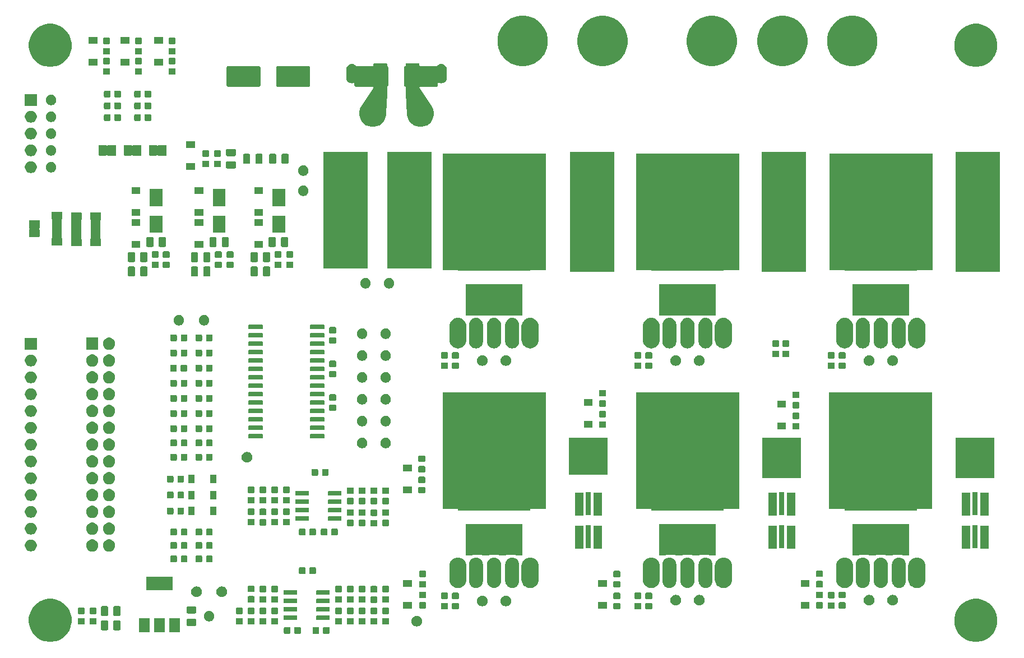
<source format=gbr>
G04 #@! TF.GenerationSoftware,KiCad,Pcbnew,(5.1.5)-3*
G04 #@! TF.CreationDate,2020-12-06T21:02:03-03:00*
G04 #@! TF.ProjectId,InversorPMSM,496e7665-7273-46f7-9250-4d534d2e6b69,rev?*
G04 #@! TF.SameCoordinates,Original*
G04 #@! TF.FileFunction,Soldermask,Top*
G04 #@! TF.FilePolarity,Negative*
%FSLAX46Y46*%
G04 Gerber Fmt 4.6, Leading zero omitted, Abs format (unit mm)*
G04 Created by KiCad (PCBNEW (5.1.5)-3) date 2020-12-06 21:02:03*
%MOMM*%
%LPD*%
G04 APERTURE LIST*
%ADD10C,0.100000*%
%ADD11C,0.150000*%
G04 APERTURE END LIST*
D10*
G36*
X136652000Y-97790000D02*
G01*
X130048000Y-97790000D01*
X130048000Y-80264000D01*
X136652000Y-80264000D01*
X136652000Y-97790000D01*
G37*
X136652000Y-97790000D02*
X130048000Y-97790000D01*
X130048000Y-80264000D01*
X136652000Y-80264000D01*
X136652000Y-97790000D01*
G36*
X146304000Y-97790000D02*
G01*
X139700000Y-97790000D01*
X139700000Y-80264000D01*
X146304000Y-80264000D01*
X146304000Y-97790000D01*
G37*
X146304000Y-97790000D02*
X139700000Y-97790000D01*
X139700000Y-80264000D01*
X146304000Y-80264000D01*
X146304000Y-97790000D01*
G36*
X173863000Y-98298000D02*
G01*
X167259000Y-98298000D01*
X167259000Y-80264000D01*
X173863000Y-80264000D01*
X173863000Y-98298000D01*
G37*
X173863000Y-98298000D02*
X167259000Y-98298000D01*
X167259000Y-80264000D01*
X173863000Y-80264000D01*
X173863000Y-98298000D01*
G36*
X202819000Y-98298000D02*
G01*
X196215000Y-98298000D01*
X196215000Y-80264000D01*
X202819000Y-80264000D01*
X202819000Y-98298000D01*
G37*
X202819000Y-98298000D02*
X196215000Y-98298000D01*
X196215000Y-80264000D01*
X202819000Y-80264000D01*
X202819000Y-98298000D01*
G36*
X232156000Y-98298000D02*
G01*
X225552000Y-98298000D01*
X225552000Y-80264000D01*
X232156000Y-80264000D01*
X232156000Y-98298000D01*
G37*
X232156000Y-98298000D02*
X225552000Y-98298000D01*
X225552000Y-80264000D01*
X232156000Y-80264000D01*
X232156000Y-98298000D01*
G36*
X221945200Y-134112000D02*
G01*
X206451200Y-134112000D01*
X206451200Y-116586000D01*
X221945200Y-116586000D01*
X221945200Y-134112000D01*
G37*
X221945200Y-134112000D02*
X206451200Y-134112000D01*
X206451200Y-116586000D01*
X221945200Y-116586000D01*
X221945200Y-134112000D01*
G36*
X192786000Y-134112000D02*
G01*
X177292000Y-134112000D01*
X177292000Y-116586000D01*
X192786000Y-116586000D01*
X192786000Y-134112000D01*
G37*
X192786000Y-134112000D02*
X177292000Y-134112000D01*
X177292000Y-116586000D01*
X192786000Y-116586000D01*
X192786000Y-134112000D01*
G36*
X163576000Y-134112000D02*
G01*
X148082000Y-134112000D01*
X148082000Y-116586000D01*
X163576000Y-116586000D01*
X163576000Y-134112000D01*
G37*
X163576000Y-134112000D02*
X148082000Y-134112000D01*
X148082000Y-116586000D01*
X163576000Y-116586000D01*
X163576000Y-134112000D01*
G36*
X221996000Y-98044000D02*
G01*
X206502000Y-98044000D01*
X206502000Y-80518000D01*
X221996000Y-80518000D01*
X221996000Y-98044000D01*
G37*
X221996000Y-98044000D02*
X206502000Y-98044000D01*
X206502000Y-80518000D01*
X221996000Y-80518000D01*
X221996000Y-98044000D01*
G36*
X192786000Y-98044000D02*
G01*
X177292000Y-98044000D01*
X177292000Y-80518000D01*
X192786000Y-80518000D01*
X192786000Y-98044000D01*
G37*
X192786000Y-98044000D02*
X177292000Y-98044000D01*
X177292000Y-80518000D01*
X192786000Y-80518000D01*
X192786000Y-98044000D01*
G36*
X163576000Y-98044000D02*
G01*
X148082000Y-98044000D01*
X148082000Y-80518000D01*
X163576000Y-80518000D01*
X163576000Y-98044000D01*
G37*
X163576000Y-98044000D02*
X148082000Y-98044000D01*
X148082000Y-80518000D01*
X163576000Y-80518000D01*
X163576000Y-98044000D01*
G36*
X168046400Y-140081000D02*
G01*
X168046400Y-136677400D01*
X169240200Y-136677400D01*
X169240200Y-140081000D01*
X168046400Y-140081000D01*
G37*
X168046400Y-140081000D02*
X168046400Y-136677400D01*
X169240200Y-136677400D01*
X169240200Y-140081000D01*
X168046400Y-140081000D01*
G36*
X170865800Y-140081000D02*
G01*
X170865800Y-136677400D01*
X172059600Y-136677400D01*
X172059600Y-140081000D01*
X170865800Y-140081000D01*
G37*
X170865800Y-140081000D02*
X170865800Y-136677400D01*
X172059600Y-136677400D01*
X172059600Y-140081000D01*
X170865800Y-140081000D01*
G36*
X168071800Y-135102600D02*
G01*
X168071800Y-131699000D01*
X169240200Y-131699000D01*
X169240200Y-135102600D01*
X168071800Y-135102600D01*
G37*
X168071800Y-135102600D02*
X168071800Y-131699000D01*
X169240200Y-131699000D01*
X169240200Y-135102600D01*
X168071800Y-135102600D01*
G36*
X170865800Y-135102600D02*
G01*
X170865800Y-131699000D01*
X172059600Y-131699000D01*
X172059600Y-135102600D01*
X170865800Y-135102600D01*
G37*
X170865800Y-135102600D02*
X170865800Y-131699000D01*
X172059600Y-131699000D01*
X172059600Y-135102600D01*
X170865800Y-135102600D01*
G36*
X197256400Y-140081000D02*
G01*
X197256400Y-136677400D01*
X198450200Y-136677400D01*
X198450200Y-140081000D01*
X197256400Y-140081000D01*
G37*
X197256400Y-140081000D02*
X197256400Y-136677400D01*
X198450200Y-136677400D01*
X198450200Y-140081000D01*
X197256400Y-140081000D01*
G36*
X200075800Y-140081000D02*
G01*
X200075800Y-136677400D01*
X201269600Y-136677400D01*
X201269600Y-140081000D01*
X200075800Y-140081000D01*
G37*
X200075800Y-140081000D02*
X200075800Y-136677400D01*
X201269600Y-136677400D01*
X201269600Y-140081000D01*
X200075800Y-140081000D01*
G36*
X197281800Y-135102600D02*
G01*
X197281800Y-131699000D01*
X198450200Y-131699000D01*
X198450200Y-135102600D01*
X197281800Y-135102600D01*
G37*
X197281800Y-135102600D02*
X197281800Y-131699000D01*
X198450200Y-131699000D01*
X198450200Y-135102600D01*
X197281800Y-135102600D01*
G36*
X200075800Y-135102600D02*
G01*
X200075800Y-131699000D01*
X201269600Y-131699000D01*
X201269600Y-135102600D01*
X200075800Y-135102600D01*
G37*
X200075800Y-135102600D02*
X200075800Y-131699000D01*
X201269600Y-131699000D01*
X201269600Y-135102600D01*
X200075800Y-135102600D01*
G36*
X226466400Y-140081000D02*
G01*
X226466400Y-136677400D01*
X227660200Y-136677400D01*
X227660200Y-140081000D01*
X226466400Y-140081000D01*
G37*
X226466400Y-140081000D02*
X226466400Y-136677400D01*
X227660200Y-136677400D01*
X227660200Y-140081000D01*
X226466400Y-140081000D01*
G36*
X229285800Y-140081000D02*
G01*
X229285800Y-136677400D01*
X230479600Y-136677400D01*
X230479600Y-140081000D01*
X229285800Y-140081000D01*
G37*
X229285800Y-140081000D02*
X229285800Y-136677400D01*
X230479600Y-136677400D01*
X230479600Y-140081000D01*
X229285800Y-140081000D01*
G36*
X226491800Y-135102600D02*
G01*
X226491800Y-131699000D01*
X227660200Y-131699000D01*
X227660200Y-135102600D01*
X226491800Y-135102600D01*
G37*
X226491800Y-135102600D02*
X226491800Y-131699000D01*
X227660200Y-131699000D01*
X227660200Y-135102600D01*
X226491800Y-135102600D01*
G36*
X229285800Y-135102600D02*
G01*
X229285800Y-131699000D01*
X230479600Y-131699000D01*
X230479600Y-135102600D01*
X229285800Y-135102600D01*
G37*
X229285800Y-135102600D02*
X229285800Y-131699000D01*
X230479600Y-131699000D01*
X230479600Y-135102600D01*
X229285800Y-135102600D01*
D11*
G36*
X229234239Y-147814467D02*
G01*
X229548282Y-147876934D01*
X230139926Y-148122001D01*
X230527545Y-148381000D01*
X230672391Y-148477783D01*
X231125217Y-148930609D01*
X231162729Y-148986750D01*
X231480999Y-149463074D01*
X231726066Y-150054718D01*
X231753068Y-150190468D01*
X231851000Y-150682803D01*
X231851000Y-151323197D01*
X231803322Y-151562890D01*
X231726066Y-151951282D01*
X231480999Y-152542926D01*
X231271541Y-152856401D01*
X231142908Y-153048915D01*
X231125216Y-153075392D01*
X230672392Y-153528216D01*
X230139926Y-153883999D01*
X229548282Y-154129066D01*
X229234239Y-154191533D01*
X228920197Y-154254000D01*
X228279803Y-154254000D01*
X227965761Y-154191533D01*
X227651718Y-154129066D01*
X227060074Y-153883999D01*
X226527608Y-153528216D01*
X226074784Y-153075392D01*
X226057093Y-153048915D01*
X225928459Y-152856401D01*
X225719001Y-152542926D01*
X225473934Y-151951282D01*
X225396678Y-151562890D01*
X225349000Y-151323197D01*
X225349000Y-150682803D01*
X225446932Y-150190468D01*
X225473934Y-150054718D01*
X225719001Y-149463074D01*
X226037271Y-148986750D01*
X226074783Y-148930609D01*
X226527609Y-148477783D01*
X226672455Y-148381000D01*
X227060074Y-148122001D01*
X227651718Y-147876934D01*
X227965761Y-147814467D01*
X228279803Y-147752000D01*
X228920197Y-147752000D01*
X229234239Y-147814467D01*
G37*
G36*
X89407239Y-147814467D02*
G01*
X89721282Y-147876934D01*
X90312926Y-148122001D01*
X90700545Y-148381000D01*
X90845391Y-148477783D01*
X91298217Y-148930609D01*
X91335729Y-148986750D01*
X91653999Y-149463074D01*
X91899066Y-150054718D01*
X91926068Y-150190468D01*
X92024000Y-150682803D01*
X92024000Y-151323197D01*
X91976322Y-151562890D01*
X91899066Y-151951282D01*
X91653999Y-152542926D01*
X91444541Y-152856401D01*
X91315908Y-153048915D01*
X91298216Y-153075392D01*
X90845392Y-153528216D01*
X90312926Y-153883999D01*
X89721282Y-154129066D01*
X89407239Y-154191533D01*
X89093197Y-154254000D01*
X88452803Y-154254000D01*
X88138761Y-154191533D01*
X87824718Y-154129066D01*
X87233074Y-153883999D01*
X86700608Y-153528216D01*
X86247784Y-153075392D01*
X86230093Y-153048915D01*
X86101459Y-152856401D01*
X85892001Y-152542926D01*
X85646934Y-151951282D01*
X85569678Y-151562890D01*
X85522000Y-151323197D01*
X85522000Y-150682803D01*
X85619932Y-150190468D01*
X85646934Y-150054718D01*
X85892001Y-149463074D01*
X86210271Y-148986750D01*
X86247783Y-148930609D01*
X86700609Y-148477783D01*
X86845455Y-148381000D01*
X87233074Y-148122001D01*
X87824718Y-147876934D01*
X88138761Y-147814467D01*
X88452803Y-147752000D01*
X89093197Y-147752000D01*
X89407239Y-147814467D01*
G37*
G36*
X126478591Y-152005085D02*
G01*
X126512569Y-152015393D01*
X126543890Y-152032134D01*
X126571339Y-152054661D01*
X126593866Y-152082110D01*
X126610607Y-152113431D01*
X126620915Y-152147409D01*
X126625000Y-152188890D01*
X126625000Y-152865110D01*
X126620915Y-152906591D01*
X126610607Y-152940569D01*
X126593866Y-152971890D01*
X126571339Y-152999339D01*
X126543890Y-153021866D01*
X126512569Y-153038607D01*
X126478591Y-153048915D01*
X126437110Y-153053000D01*
X125835890Y-153053000D01*
X125794409Y-153048915D01*
X125760431Y-153038607D01*
X125729110Y-153021866D01*
X125701661Y-152999339D01*
X125679134Y-152971890D01*
X125662393Y-152940569D01*
X125652085Y-152906591D01*
X125648000Y-152865110D01*
X125648000Y-152188890D01*
X125652085Y-152147409D01*
X125662393Y-152113431D01*
X125679134Y-152082110D01*
X125701661Y-152054661D01*
X125729110Y-152032134D01*
X125760431Y-152015393D01*
X125794409Y-152005085D01*
X125835890Y-152001000D01*
X126437110Y-152001000D01*
X126478591Y-152005085D01*
G37*
G36*
X129247091Y-152005085D02*
G01*
X129281069Y-152015393D01*
X129312390Y-152032134D01*
X129339839Y-152054661D01*
X129362366Y-152082110D01*
X129379107Y-152113431D01*
X129389415Y-152147409D01*
X129393500Y-152188890D01*
X129393500Y-152865110D01*
X129389415Y-152906591D01*
X129379107Y-152940569D01*
X129362366Y-152971890D01*
X129339839Y-152999339D01*
X129312390Y-153021866D01*
X129281069Y-153038607D01*
X129247091Y-153048915D01*
X129205610Y-153053000D01*
X128604390Y-153053000D01*
X128562909Y-153048915D01*
X128528931Y-153038607D01*
X128497610Y-153021866D01*
X128470161Y-152999339D01*
X128447634Y-152971890D01*
X128430893Y-152940569D01*
X128420585Y-152906591D01*
X128416500Y-152865110D01*
X128416500Y-152188890D01*
X128420585Y-152147409D01*
X128430893Y-152113431D01*
X128447634Y-152082110D01*
X128470161Y-152054661D01*
X128497610Y-152032134D01*
X128528931Y-152015393D01*
X128562909Y-152005085D01*
X128604390Y-152001000D01*
X129205610Y-152001000D01*
X129247091Y-152005085D01*
G37*
G36*
X130822091Y-152005085D02*
G01*
X130856069Y-152015393D01*
X130887390Y-152032134D01*
X130914839Y-152054661D01*
X130937366Y-152082110D01*
X130954107Y-152113431D01*
X130964415Y-152147409D01*
X130968500Y-152188890D01*
X130968500Y-152865110D01*
X130964415Y-152906591D01*
X130954107Y-152940569D01*
X130937366Y-152971890D01*
X130914839Y-152999339D01*
X130887390Y-153021866D01*
X130856069Y-153038607D01*
X130822091Y-153048915D01*
X130780610Y-153053000D01*
X130179390Y-153053000D01*
X130137909Y-153048915D01*
X130103931Y-153038607D01*
X130072610Y-153021866D01*
X130045161Y-152999339D01*
X130022634Y-152971890D01*
X130005893Y-152940569D01*
X129995585Y-152906591D01*
X129991500Y-152865110D01*
X129991500Y-152188890D01*
X129995585Y-152147409D01*
X130005893Y-152113431D01*
X130022634Y-152082110D01*
X130045161Y-152054661D01*
X130072610Y-152032134D01*
X130103931Y-152015393D01*
X130137909Y-152005085D01*
X130179390Y-152001000D01*
X130780610Y-152001000D01*
X130822091Y-152005085D01*
G37*
G36*
X124903591Y-152005085D02*
G01*
X124937569Y-152015393D01*
X124968890Y-152032134D01*
X124996339Y-152054661D01*
X125018866Y-152082110D01*
X125035607Y-152113431D01*
X125045915Y-152147409D01*
X125050000Y-152188890D01*
X125050000Y-152865110D01*
X125045915Y-152906591D01*
X125035607Y-152940569D01*
X125018866Y-152971890D01*
X124996339Y-152999339D01*
X124968890Y-153021866D01*
X124937569Y-153038607D01*
X124903591Y-153048915D01*
X124862110Y-153053000D01*
X124260890Y-153053000D01*
X124219409Y-153048915D01*
X124185431Y-153038607D01*
X124154110Y-153021866D01*
X124126661Y-152999339D01*
X124104134Y-152971890D01*
X124087393Y-152940569D01*
X124077085Y-152906591D01*
X124073000Y-152865110D01*
X124073000Y-152188890D01*
X124077085Y-152147409D01*
X124087393Y-152113431D01*
X124104134Y-152082110D01*
X124126661Y-152054661D01*
X124154110Y-152032134D01*
X124185431Y-152015393D01*
X124219409Y-152005085D01*
X124260890Y-152001000D01*
X124862110Y-152001000D01*
X124903591Y-152005085D01*
G37*
G36*
X103784000Y-152791000D02*
G01*
X102182000Y-152791000D01*
X102182000Y-150689000D01*
X103784000Y-150689000D01*
X103784000Y-152791000D01*
G37*
G36*
X106084000Y-152791000D02*
G01*
X104482000Y-152791000D01*
X104482000Y-150689000D01*
X106084000Y-150689000D01*
X106084000Y-152791000D01*
G37*
G36*
X108384000Y-152791000D02*
G01*
X106782000Y-152791000D01*
X106782000Y-150689000D01*
X108384000Y-150689000D01*
X108384000Y-152791000D01*
G37*
G36*
X97351468Y-151018565D02*
G01*
X97390138Y-151030296D01*
X97425777Y-151049346D01*
X97457017Y-151074983D01*
X97482654Y-151106223D01*
X97501704Y-151141862D01*
X97513435Y-151180532D01*
X97518000Y-151226888D01*
X97518000Y-152303112D01*
X97513435Y-152349468D01*
X97501704Y-152388138D01*
X97482654Y-152423777D01*
X97457017Y-152455017D01*
X97425777Y-152480654D01*
X97390138Y-152499704D01*
X97351468Y-152511435D01*
X97305112Y-152516000D01*
X96653888Y-152516000D01*
X96607532Y-152511435D01*
X96568862Y-152499704D01*
X96533223Y-152480654D01*
X96501983Y-152455017D01*
X96476346Y-152423777D01*
X96457296Y-152388138D01*
X96445565Y-152349468D01*
X96441000Y-152303112D01*
X96441000Y-151226888D01*
X96445565Y-151180532D01*
X96457296Y-151141862D01*
X96476346Y-151106223D01*
X96501983Y-151074983D01*
X96533223Y-151049346D01*
X96568862Y-151030296D01*
X96607532Y-151018565D01*
X96653888Y-151014000D01*
X97305112Y-151014000D01*
X97351468Y-151018565D01*
G37*
G36*
X99226468Y-151018565D02*
G01*
X99265138Y-151030296D01*
X99300777Y-151049346D01*
X99332017Y-151074983D01*
X99357654Y-151106223D01*
X99376704Y-151141862D01*
X99388435Y-151180532D01*
X99393000Y-151226888D01*
X99393000Y-152303112D01*
X99388435Y-152349468D01*
X99376704Y-152388138D01*
X99357654Y-152423777D01*
X99332017Y-152455017D01*
X99300777Y-152480654D01*
X99265138Y-152499704D01*
X99226468Y-152511435D01*
X99180112Y-152516000D01*
X98528888Y-152516000D01*
X98482532Y-152511435D01*
X98443862Y-152499704D01*
X98408223Y-152480654D01*
X98376983Y-152455017D01*
X98351346Y-152423777D01*
X98332296Y-152388138D01*
X98320565Y-152349468D01*
X98316000Y-152303112D01*
X98316000Y-151226888D01*
X98320565Y-151180532D01*
X98332296Y-151141862D01*
X98351346Y-151106223D01*
X98376983Y-151074983D01*
X98408223Y-151049346D01*
X98443862Y-151030296D01*
X98482532Y-151018565D01*
X98528888Y-151014000D01*
X99180112Y-151014000D01*
X99226468Y-151018565D01*
G37*
G36*
X144378642Y-150359781D02*
G01*
X144524414Y-150420162D01*
X144524416Y-150420163D01*
X144655608Y-150507822D01*
X144767178Y-150619392D01*
X144852719Y-150747414D01*
X144854838Y-150750586D01*
X144915219Y-150896358D01*
X144946000Y-151051107D01*
X144946000Y-151208893D01*
X144915219Y-151363642D01*
X144877791Y-151454000D01*
X144854837Y-151509416D01*
X144767178Y-151640608D01*
X144655608Y-151752178D01*
X144524416Y-151839837D01*
X144524415Y-151839838D01*
X144524414Y-151839838D01*
X144378642Y-151900219D01*
X144223893Y-151931000D01*
X144066107Y-151931000D01*
X143911358Y-151900219D01*
X143765586Y-151839838D01*
X143765585Y-151839838D01*
X143765584Y-151839837D01*
X143634392Y-151752178D01*
X143522822Y-151640608D01*
X143435163Y-151509416D01*
X143412209Y-151454000D01*
X143374781Y-151363642D01*
X143344000Y-151208893D01*
X143344000Y-151051107D01*
X143374781Y-150896358D01*
X143435162Y-150750586D01*
X143437281Y-150747414D01*
X143522822Y-150619392D01*
X143634392Y-150507822D01*
X143765584Y-150420163D01*
X143765586Y-150420162D01*
X143911358Y-150359781D01*
X144066107Y-150329000D01*
X144223893Y-150329000D01*
X144378642Y-150359781D01*
G37*
G36*
X110693468Y-150771565D02*
G01*
X110732138Y-150783296D01*
X110767777Y-150802346D01*
X110799017Y-150827983D01*
X110824654Y-150859223D01*
X110843704Y-150894862D01*
X110855435Y-150933532D01*
X110860000Y-150979888D01*
X110860000Y-151631112D01*
X110855435Y-151677468D01*
X110843704Y-151716138D01*
X110824654Y-151751777D01*
X110799017Y-151783017D01*
X110767777Y-151808654D01*
X110732138Y-151827704D01*
X110693468Y-151839435D01*
X110647112Y-151844000D01*
X109570888Y-151844000D01*
X109524532Y-151839435D01*
X109485862Y-151827704D01*
X109450223Y-151808654D01*
X109418983Y-151783017D01*
X109393346Y-151751777D01*
X109374296Y-151716138D01*
X109362565Y-151677468D01*
X109358000Y-151631112D01*
X109358000Y-150979888D01*
X109362565Y-150933532D01*
X109374296Y-150894862D01*
X109393346Y-150859223D01*
X109418983Y-150827983D01*
X109450223Y-150802346D01*
X109485862Y-150783296D01*
X109524532Y-150771565D01*
X109570888Y-150767000D01*
X110647112Y-150767000D01*
X110693468Y-150771565D01*
G37*
G36*
X136269591Y-150671085D02*
G01*
X136303569Y-150681393D01*
X136334890Y-150698134D01*
X136362339Y-150720661D01*
X136384866Y-150748110D01*
X136401607Y-150779431D01*
X136411915Y-150813409D01*
X136416000Y-150854890D01*
X136416000Y-151456110D01*
X136411915Y-151497591D01*
X136401607Y-151531569D01*
X136384866Y-151562890D01*
X136362339Y-151590339D01*
X136334890Y-151612866D01*
X136303569Y-151629607D01*
X136269591Y-151639915D01*
X136228110Y-151644000D01*
X135551890Y-151644000D01*
X135510409Y-151639915D01*
X135476431Y-151629607D01*
X135445110Y-151612866D01*
X135417661Y-151590339D01*
X135395134Y-151562890D01*
X135378393Y-151531569D01*
X135368085Y-151497591D01*
X135364000Y-151456110D01*
X135364000Y-150854890D01*
X135368085Y-150813409D01*
X135378393Y-150779431D01*
X135395134Y-150748110D01*
X135417661Y-150720661D01*
X135445110Y-150698134D01*
X135476431Y-150681393D01*
X135510409Y-150671085D01*
X135551890Y-150667000D01*
X136228110Y-150667000D01*
X136269591Y-150671085D01*
G37*
G36*
X123061591Y-150671085D02*
G01*
X123095569Y-150681393D01*
X123126890Y-150698134D01*
X123154339Y-150720661D01*
X123176866Y-150748110D01*
X123193607Y-150779431D01*
X123203915Y-150813409D01*
X123208000Y-150854890D01*
X123208000Y-151456110D01*
X123203915Y-151497591D01*
X123193607Y-151531569D01*
X123176866Y-151562890D01*
X123154339Y-151590339D01*
X123126890Y-151612866D01*
X123095569Y-151629607D01*
X123061591Y-151639915D01*
X123020110Y-151644000D01*
X122343890Y-151644000D01*
X122302409Y-151639915D01*
X122268431Y-151629607D01*
X122237110Y-151612866D01*
X122209661Y-151590339D01*
X122187134Y-151562890D01*
X122170393Y-151531569D01*
X122160085Y-151497591D01*
X122156000Y-151456110D01*
X122156000Y-150854890D01*
X122160085Y-150813409D01*
X122170393Y-150779431D01*
X122187134Y-150748110D01*
X122209661Y-150720661D01*
X122237110Y-150698134D01*
X122268431Y-150681393D01*
X122302409Y-150671085D01*
X122343890Y-150667000D01*
X123020110Y-150667000D01*
X123061591Y-150671085D01*
G37*
G36*
X121283591Y-150671085D02*
G01*
X121317569Y-150681393D01*
X121348890Y-150698134D01*
X121376339Y-150720661D01*
X121398866Y-150748110D01*
X121415607Y-150779431D01*
X121425915Y-150813409D01*
X121430000Y-150854890D01*
X121430000Y-151456110D01*
X121425915Y-151497591D01*
X121415607Y-151531569D01*
X121398866Y-151562890D01*
X121376339Y-151590339D01*
X121348890Y-151612866D01*
X121317569Y-151629607D01*
X121283591Y-151639915D01*
X121242110Y-151644000D01*
X120565890Y-151644000D01*
X120524409Y-151639915D01*
X120490431Y-151629607D01*
X120459110Y-151612866D01*
X120431661Y-151590339D01*
X120409134Y-151562890D01*
X120392393Y-151531569D01*
X120382085Y-151497591D01*
X120378000Y-151456110D01*
X120378000Y-150854890D01*
X120382085Y-150813409D01*
X120392393Y-150779431D01*
X120409134Y-150748110D01*
X120431661Y-150720661D01*
X120459110Y-150698134D01*
X120490431Y-150681393D01*
X120524409Y-150671085D01*
X120565890Y-150667000D01*
X121242110Y-150667000D01*
X121283591Y-150671085D01*
G37*
G36*
X132713591Y-150671085D02*
G01*
X132747569Y-150681393D01*
X132778890Y-150698134D01*
X132806339Y-150720661D01*
X132828866Y-150748110D01*
X132845607Y-150779431D01*
X132855915Y-150813409D01*
X132860000Y-150854890D01*
X132860000Y-151456110D01*
X132855915Y-151497591D01*
X132845607Y-151531569D01*
X132828866Y-151562890D01*
X132806339Y-151590339D01*
X132778890Y-151612866D01*
X132747569Y-151629607D01*
X132713591Y-151639915D01*
X132672110Y-151644000D01*
X131995890Y-151644000D01*
X131954409Y-151639915D01*
X131920431Y-151629607D01*
X131889110Y-151612866D01*
X131861661Y-151590339D01*
X131839134Y-151562890D01*
X131822393Y-151531569D01*
X131812085Y-151497591D01*
X131808000Y-151456110D01*
X131808000Y-150854890D01*
X131812085Y-150813409D01*
X131822393Y-150779431D01*
X131839134Y-150748110D01*
X131861661Y-150720661D01*
X131889110Y-150698134D01*
X131920431Y-150681393D01*
X131954409Y-150671085D01*
X131995890Y-150667000D01*
X132672110Y-150667000D01*
X132713591Y-150671085D01*
G37*
G36*
X139825591Y-150671085D02*
G01*
X139859569Y-150681393D01*
X139890890Y-150698134D01*
X139918339Y-150720661D01*
X139940866Y-150748110D01*
X139957607Y-150779431D01*
X139967915Y-150813409D01*
X139972000Y-150854890D01*
X139972000Y-151456110D01*
X139967915Y-151497591D01*
X139957607Y-151531569D01*
X139940866Y-151562890D01*
X139918339Y-151590339D01*
X139890890Y-151612866D01*
X139859569Y-151629607D01*
X139825591Y-151639915D01*
X139784110Y-151644000D01*
X139107890Y-151644000D01*
X139066409Y-151639915D01*
X139032431Y-151629607D01*
X139001110Y-151612866D01*
X138973661Y-151590339D01*
X138951134Y-151562890D01*
X138934393Y-151531569D01*
X138924085Y-151497591D01*
X138920000Y-151456110D01*
X138920000Y-150854890D01*
X138924085Y-150813409D01*
X138934393Y-150779431D01*
X138951134Y-150748110D01*
X138973661Y-150720661D01*
X139001110Y-150698134D01*
X139032431Y-150681393D01*
X139066409Y-150671085D01*
X139107890Y-150667000D01*
X139784110Y-150667000D01*
X139825591Y-150671085D01*
G37*
G36*
X134491591Y-150671085D02*
G01*
X134525569Y-150681393D01*
X134556890Y-150698134D01*
X134584339Y-150720661D01*
X134606866Y-150748110D01*
X134623607Y-150779431D01*
X134633915Y-150813409D01*
X134638000Y-150854890D01*
X134638000Y-151456110D01*
X134633915Y-151497591D01*
X134623607Y-151531569D01*
X134606866Y-151562890D01*
X134584339Y-151590339D01*
X134556890Y-151612866D01*
X134525569Y-151629607D01*
X134491591Y-151639915D01*
X134450110Y-151644000D01*
X133773890Y-151644000D01*
X133732409Y-151639915D01*
X133698431Y-151629607D01*
X133667110Y-151612866D01*
X133639661Y-151590339D01*
X133617134Y-151562890D01*
X133600393Y-151531569D01*
X133590085Y-151497591D01*
X133586000Y-151456110D01*
X133586000Y-150854890D01*
X133590085Y-150813409D01*
X133600393Y-150779431D01*
X133617134Y-150748110D01*
X133639661Y-150720661D01*
X133667110Y-150698134D01*
X133698431Y-150681393D01*
X133732409Y-150671085D01*
X133773890Y-150667000D01*
X134450110Y-150667000D01*
X134491591Y-150671085D01*
G37*
G36*
X138047591Y-150671085D02*
G01*
X138081569Y-150681393D01*
X138112890Y-150698134D01*
X138140339Y-150720661D01*
X138162866Y-150748110D01*
X138179607Y-150779431D01*
X138189915Y-150813409D01*
X138194000Y-150854890D01*
X138194000Y-151456110D01*
X138189915Y-151497591D01*
X138179607Y-151531569D01*
X138162866Y-151562890D01*
X138140339Y-151590339D01*
X138112890Y-151612866D01*
X138081569Y-151629607D01*
X138047591Y-151639915D01*
X138006110Y-151644000D01*
X137329890Y-151644000D01*
X137288409Y-151639915D01*
X137254431Y-151629607D01*
X137223110Y-151612866D01*
X137195661Y-151590339D01*
X137173134Y-151562890D01*
X137156393Y-151531569D01*
X137146085Y-151497591D01*
X137142000Y-151456110D01*
X137142000Y-150854890D01*
X137146085Y-150813409D01*
X137156393Y-150779431D01*
X137173134Y-150748110D01*
X137195661Y-150720661D01*
X137223110Y-150698134D01*
X137254431Y-150681393D01*
X137288409Y-150671085D01*
X137329890Y-150667000D01*
X138006110Y-150667000D01*
X138047591Y-150671085D01*
G37*
G36*
X93851591Y-150671085D02*
G01*
X93885569Y-150681393D01*
X93916890Y-150698134D01*
X93944339Y-150720661D01*
X93966866Y-150748110D01*
X93983607Y-150779431D01*
X93993915Y-150813409D01*
X93998000Y-150854890D01*
X93998000Y-151456110D01*
X93993915Y-151497591D01*
X93983607Y-151531569D01*
X93966866Y-151562890D01*
X93944339Y-151590339D01*
X93916890Y-151612866D01*
X93885569Y-151629607D01*
X93851591Y-151639915D01*
X93810110Y-151644000D01*
X93133890Y-151644000D01*
X93092409Y-151639915D01*
X93058431Y-151629607D01*
X93027110Y-151612866D01*
X92999661Y-151590339D01*
X92977134Y-151562890D01*
X92960393Y-151531569D01*
X92950085Y-151497591D01*
X92946000Y-151456110D01*
X92946000Y-150854890D01*
X92950085Y-150813409D01*
X92960393Y-150779431D01*
X92977134Y-150748110D01*
X92999661Y-150720661D01*
X93027110Y-150698134D01*
X93058431Y-150681393D01*
X93092409Y-150671085D01*
X93133890Y-150667000D01*
X93810110Y-150667000D01*
X93851591Y-150671085D01*
G37*
G36*
X95629591Y-150671085D02*
G01*
X95663569Y-150681393D01*
X95694890Y-150698134D01*
X95722339Y-150720661D01*
X95744866Y-150748110D01*
X95761607Y-150779431D01*
X95771915Y-150813409D01*
X95776000Y-150854890D01*
X95776000Y-151456110D01*
X95771915Y-151497591D01*
X95761607Y-151531569D01*
X95744866Y-151562890D01*
X95722339Y-151590339D01*
X95694890Y-151612866D01*
X95663569Y-151629607D01*
X95629591Y-151639915D01*
X95588110Y-151644000D01*
X94911890Y-151644000D01*
X94870409Y-151639915D01*
X94836431Y-151629607D01*
X94805110Y-151612866D01*
X94777661Y-151590339D01*
X94755134Y-151562890D01*
X94738393Y-151531569D01*
X94728085Y-151497591D01*
X94724000Y-151456110D01*
X94724000Y-150854890D01*
X94728085Y-150813409D01*
X94738393Y-150779431D01*
X94755134Y-150748110D01*
X94777661Y-150720661D01*
X94805110Y-150698134D01*
X94836431Y-150681393D01*
X94870409Y-150671085D01*
X94911890Y-150667000D01*
X95588110Y-150667000D01*
X95629591Y-150671085D01*
G37*
G36*
X117727591Y-150671085D02*
G01*
X117761569Y-150681393D01*
X117792890Y-150698134D01*
X117820339Y-150720661D01*
X117842866Y-150748110D01*
X117859607Y-150779431D01*
X117869915Y-150813409D01*
X117874000Y-150854890D01*
X117874000Y-151456110D01*
X117869915Y-151497591D01*
X117859607Y-151531569D01*
X117842866Y-151562890D01*
X117820339Y-151590339D01*
X117792890Y-151612866D01*
X117761569Y-151629607D01*
X117727591Y-151639915D01*
X117686110Y-151644000D01*
X117009890Y-151644000D01*
X116968409Y-151639915D01*
X116934431Y-151629607D01*
X116903110Y-151612866D01*
X116875661Y-151590339D01*
X116853134Y-151562890D01*
X116836393Y-151531569D01*
X116826085Y-151497591D01*
X116822000Y-151456110D01*
X116822000Y-150854890D01*
X116826085Y-150813409D01*
X116836393Y-150779431D01*
X116853134Y-150748110D01*
X116875661Y-150720661D01*
X116903110Y-150698134D01*
X116934431Y-150681393D01*
X116968409Y-150671085D01*
X117009890Y-150667000D01*
X117686110Y-150667000D01*
X117727591Y-150671085D01*
G37*
G36*
X119505591Y-150671085D02*
G01*
X119539569Y-150681393D01*
X119570890Y-150698134D01*
X119598339Y-150720661D01*
X119620866Y-150748110D01*
X119637607Y-150779431D01*
X119647915Y-150813409D01*
X119652000Y-150854890D01*
X119652000Y-151456110D01*
X119647915Y-151497591D01*
X119637607Y-151531569D01*
X119620866Y-151562890D01*
X119598339Y-151590339D01*
X119570890Y-151612866D01*
X119539569Y-151629607D01*
X119505591Y-151639915D01*
X119464110Y-151644000D01*
X118787890Y-151644000D01*
X118746409Y-151639915D01*
X118712431Y-151629607D01*
X118681110Y-151612866D01*
X118653661Y-151590339D01*
X118631134Y-151562890D01*
X118614393Y-151531569D01*
X118604085Y-151497591D01*
X118600000Y-151456110D01*
X118600000Y-150854890D01*
X118604085Y-150813409D01*
X118614393Y-150779431D01*
X118631134Y-150748110D01*
X118653661Y-150720661D01*
X118681110Y-150698134D01*
X118712431Y-150681393D01*
X118746409Y-150671085D01*
X118787890Y-150667000D01*
X119464110Y-150667000D01*
X119505591Y-150671085D01*
G37*
G36*
X113009642Y-149597781D02*
G01*
X113150817Y-149656258D01*
X113155416Y-149658163D01*
X113286608Y-149745822D01*
X113398178Y-149857392D01*
X113449134Y-149933654D01*
X113485838Y-149988586D01*
X113546219Y-150134358D01*
X113577000Y-150289107D01*
X113577000Y-150446893D01*
X113546219Y-150601642D01*
X113489514Y-150738539D01*
X113485837Y-150747416D01*
X113398178Y-150878608D01*
X113286608Y-150990178D01*
X113155416Y-151077837D01*
X113155415Y-151077838D01*
X113155414Y-151077838D01*
X113009642Y-151138219D01*
X112854893Y-151169000D01*
X112697107Y-151169000D01*
X112542358Y-151138219D01*
X112396586Y-151077838D01*
X112396585Y-151077838D01*
X112396584Y-151077837D01*
X112265392Y-150990178D01*
X112153822Y-150878608D01*
X112066163Y-150747416D01*
X112062486Y-150738539D01*
X112005781Y-150601642D01*
X111975000Y-150446893D01*
X111975000Y-150289107D01*
X112005781Y-150134358D01*
X112066162Y-149988586D01*
X112102866Y-149933654D01*
X112153822Y-149857392D01*
X112265392Y-149745822D01*
X112396584Y-149658163D01*
X112401183Y-149656258D01*
X112542358Y-149597781D01*
X112697107Y-149567000D01*
X112854893Y-149567000D01*
X113009642Y-149597781D01*
G37*
G36*
X125967928Y-150273764D02*
G01*
X125989009Y-150280160D01*
X126008445Y-150290548D01*
X126025476Y-150304524D01*
X126039452Y-150321555D01*
X126049840Y-150340991D01*
X126056236Y-150362072D01*
X126059000Y-150390140D01*
X126059000Y-150853860D01*
X126056236Y-150881928D01*
X126049840Y-150903009D01*
X126039452Y-150922445D01*
X126025476Y-150939476D01*
X126008445Y-150953452D01*
X125989009Y-150963840D01*
X125967928Y-150970236D01*
X125939860Y-150973000D01*
X124126140Y-150973000D01*
X124098072Y-150970236D01*
X124076991Y-150963840D01*
X124057555Y-150953452D01*
X124040524Y-150939476D01*
X124026548Y-150922445D01*
X124016160Y-150903009D01*
X124009764Y-150881928D01*
X124007000Y-150853860D01*
X124007000Y-150390140D01*
X124009764Y-150362072D01*
X124016160Y-150340991D01*
X124026548Y-150321555D01*
X124040524Y-150304524D01*
X124057555Y-150290548D01*
X124076991Y-150280160D01*
X124098072Y-150273764D01*
X124126140Y-150271000D01*
X125939860Y-150271000D01*
X125967928Y-150273764D01*
G37*
G36*
X130917928Y-150273764D02*
G01*
X130939009Y-150280160D01*
X130958445Y-150290548D01*
X130975476Y-150304524D01*
X130989452Y-150321555D01*
X130999840Y-150340991D01*
X131006236Y-150362072D01*
X131009000Y-150390140D01*
X131009000Y-150853860D01*
X131006236Y-150881928D01*
X130999840Y-150903009D01*
X130989452Y-150922445D01*
X130975476Y-150939476D01*
X130958445Y-150953452D01*
X130939009Y-150963840D01*
X130917928Y-150970236D01*
X130889860Y-150973000D01*
X129076140Y-150973000D01*
X129048072Y-150970236D01*
X129026991Y-150963840D01*
X129007555Y-150953452D01*
X128990524Y-150939476D01*
X128976548Y-150922445D01*
X128966160Y-150903009D01*
X128959764Y-150881928D01*
X128957000Y-150853860D01*
X128957000Y-150390140D01*
X128959764Y-150362072D01*
X128966160Y-150340991D01*
X128976548Y-150321555D01*
X128990524Y-150304524D01*
X129007555Y-150290548D01*
X129026991Y-150280160D01*
X129048072Y-150273764D01*
X129076140Y-150271000D01*
X130889860Y-150271000D01*
X130917928Y-150273764D01*
G37*
G36*
X97351468Y-148859565D02*
G01*
X97390138Y-148871296D01*
X97425777Y-148890346D01*
X97457017Y-148915983D01*
X97482654Y-148947223D01*
X97501704Y-148982862D01*
X97513435Y-149021532D01*
X97518000Y-149067888D01*
X97518000Y-150144112D01*
X97513435Y-150190468D01*
X97501704Y-150229138D01*
X97482654Y-150264777D01*
X97457017Y-150296017D01*
X97425777Y-150321654D01*
X97390138Y-150340704D01*
X97351468Y-150352435D01*
X97305112Y-150357000D01*
X96653888Y-150357000D01*
X96607532Y-150352435D01*
X96568862Y-150340704D01*
X96533223Y-150321654D01*
X96501983Y-150296017D01*
X96476346Y-150264777D01*
X96457296Y-150229138D01*
X96445565Y-150190468D01*
X96441000Y-150144112D01*
X96441000Y-149067888D01*
X96445565Y-149021532D01*
X96457296Y-148982862D01*
X96476346Y-148947223D01*
X96501983Y-148915983D01*
X96533223Y-148890346D01*
X96568862Y-148871296D01*
X96607532Y-148859565D01*
X96653888Y-148855000D01*
X97305112Y-148855000D01*
X97351468Y-148859565D01*
G37*
G36*
X99226468Y-148859565D02*
G01*
X99265138Y-148871296D01*
X99300777Y-148890346D01*
X99332017Y-148915983D01*
X99357654Y-148947223D01*
X99376704Y-148982862D01*
X99388435Y-149021532D01*
X99393000Y-149067888D01*
X99393000Y-150144112D01*
X99388435Y-150190468D01*
X99376704Y-150229138D01*
X99357654Y-150264777D01*
X99332017Y-150296017D01*
X99300777Y-150321654D01*
X99265138Y-150340704D01*
X99226468Y-150352435D01*
X99180112Y-150357000D01*
X98528888Y-150357000D01*
X98482532Y-150352435D01*
X98443862Y-150340704D01*
X98408223Y-150321654D01*
X98376983Y-150296017D01*
X98351346Y-150264777D01*
X98332296Y-150229138D01*
X98320565Y-150190468D01*
X98316000Y-150144112D01*
X98316000Y-149067888D01*
X98320565Y-149021532D01*
X98332296Y-148982862D01*
X98351346Y-148947223D01*
X98376983Y-148915983D01*
X98408223Y-148890346D01*
X98443862Y-148871296D01*
X98482532Y-148859565D01*
X98528888Y-148855000D01*
X99180112Y-148855000D01*
X99226468Y-148859565D01*
G37*
G36*
X136269591Y-149096085D02*
G01*
X136303569Y-149106393D01*
X136334890Y-149123134D01*
X136362339Y-149145661D01*
X136384866Y-149173110D01*
X136401607Y-149204431D01*
X136411915Y-149238409D01*
X136416000Y-149279890D01*
X136416000Y-149881110D01*
X136411915Y-149922591D01*
X136401607Y-149956569D01*
X136384866Y-149987890D01*
X136362339Y-150015339D01*
X136334890Y-150037866D01*
X136303569Y-150054607D01*
X136269591Y-150064915D01*
X136228110Y-150069000D01*
X135551890Y-150069000D01*
X135510409Y-150064915D01*
X135476431Y-150054607D01*
X135445110Y-150037866D01*
X135417661Y-150015339D01*
X135395134Y-149987890D01*
X135378393Y-149956569D01*
X135368085Y-149922591D01*
X135364000Y-149881110D01*
X135364000Y-149279890D01*
X135368085Y-149238409D01*
X135378393Y-149204431D01*
X135395134Y-149173110D01*
X135417661Y-149145661D01*
X135445110Y-149123134D01*
X135476431Y-149106393D01*
X135510409Y-149096085D01*
X135551890Y-149092000D01*
X136228110Y-149092000D01*
X136269591Y-149096085D01*
G37*
G36*
X139825591Y-149096085D02*
G01*
X139859569Y-149106393D01*
X139890890Y-149123134D01*
X139918339Y-149145661D01*
X139940866Y-149173110D01*
X139957607Y-149204431D01*
X139967915Y-149238409D01*
X139972000Y-149279890D01*
X139972000Y-149881110D01*
X139967915Y-149922591D01*
X139957607Y-149956569D01*
X139940866Y-149987890D01*
X139918339Y-150015339D01*
X139890890Y-150037866D01*
X139859569Y-150054607D01*
X139825591Y-150064915D01*
X139784110Y-150069000D01*
X139107890Y-150069000D01*
X139066409Y-150064915D01*
X139032431Y-150054607D01*
X139001110Y-150037866D01*
X138973661Y-150015339D01*
X138951134Y-149987890D01*
X138934393Y-149956569D01*
X138924085Y-149922591D01*
X138920000Y-149881110D01*
X138920000Y-149279890D01*
X138924085Y-149238409D01*
X138934393Y-149204431D01*
X138951134Y-149173110D01*
X138973661Y-149145661D01*
X139001110Y-149123134D01*
X139032431Y-149106393D01*
X139066409Y-149096085D01*
X139107890Y-149092000D01*
X139784110Y-149092000D01*
X139825591Y-149096085D01*
G37*
G36*
X134491591Y-149096085D02*
G01*
X134525569Y-149106393D01*
X134556890Y-149123134D01*
X134584339Y-149145661D01*
X134606866Y-149173110D01*
X134623607Y-149204431D01*
X134633915Y-149238409D01*
X134638000Y-149279890D01*
X134638000Y-149881110D01*
X134633915Y-149922591D01*
X134623607Y-149956569D01*
X134606866Y-149987890D01*
X134584339Y-150015339D01*
X134556890Y-150037866D01*
X134525569Y-150054607D01*
X134491591Y-150064915D01*
X134450110Y-150069000D01*
X133773890Y-150069000D01*
X133732409Y-150064915D01*
X133698431Y-150054607D01*
X133667110Y-150037866D01*
X133639661Y-150015339D01*
X133617134Y-149987890D01*
X133600393Y-149956569D01*
X133590085Y-149922591D01*
X133586000Y-149881110D01*
X133586000Y-149279890D01*
X133590085Y-149238409D01*
X133600393Y-149204431D01*
X133617134Y-149173110D01*
X133639661Y-149145661D01*
X133667110Y-149123134D01*
X133698431Y-149106393D01*
X133732409Y-149096085D01*
X133773890Y-149092000D01*
X134450110Y-149092000D01*
X134491591Y-149096085D01*
G37*
G36*
X138047591Y-149096085D02*
G01*
X138081569Y-149106393D01*
X138112890Y-149123134D01*
X138140339Y-149145661D01*
X138162866Y-149173110D01*
X138179607Y-149204431D01*
X138189915Y-149238409D01*
X138194000Y-149279890D01*
X138194000Y-149881110D01*
X138189915Y-149922591D01*
X138179607Y-149956569D01*
X138162866Y-149987890D01*
X138140339Y-150015339D01*
X138112890Y-150037866D01*
X138081569Y-150054607D01*
X138047591Y-150064915D01*
X138006110Y-150069000D01*
X137329890Y-150069000D01*
X137288409Y-150064915D01*
X137254431Y-150054607D01*
X137223110Y-150037866D01*
X137195661Y-150015339D01*
X137173134Y-149987890D01*
X137156393Y-149956569D01*
X137146085Y-149922591D01*
X137142000Y-149881110D01*
X137142000Y-149279890D01*
X137146085Y-149238409D01*
X137156393Y-149204431D01*
X137173134Y-149173110D01*
X137195661Y-149145661D01*
X137223110Y-149123134D01*
X137254431Y-149106393D01*
X137288409Y-149096085D01*
X137329890Y-149092000D01*
X138006110Y-149092000D01*
X138047591Y-149096085D01*
G37*
G36*
X132713591Y-149096085D02*
G01*
X132747569Y-149106393D01*
X132778890Y-149123134D01*
X132806339Y-149145661D01*
X132828866Y-149173110D01*
X132845607Y-149204431D01*
X132855915Y-149238409D01*
X132860000Y-149279890D01*
X132860000Y-149881110D01*
X132855915Y-149922591D01*
X132845607Y-149956569D01*
X132828866Y-149987890D01*
X132806339Y-150015339D01*
X132778890Y-150037866D01*
X132747569Y-150054607D01*
X132713591Y-150064915D01*
X132672110Y-150069000D01*
X131995890Y-150069000D01*
X131954409Y-150064915D01*
X131920431Y-150054607D01*
X131889110Y-150037866D01*
X131861661Y-150015339D01*
X131839134Y-149987890D01*
X131822393Y-149956569D01*
X131812085Y-149922591D01*
X131808000Y-149881110D01*
X131808000Y-149279890D01*
X131812085Y-149238409D01*
X131822393Y-149204431D01*
X131839134Y-149173110D01*
X131861661Y-149145661D01*
X131889110Y-149123134D01*
X131920431Y-149106393D01*
X131954409Y-149096085D01*
X131995890Y-149092000D01*
X132672110Y-149092000D01*
X132713591Y-149096085D01*
G37*
G36*
X123061591Y-149096085D02*
G01*
X123095569Y-149106393D01*
X123126890Y-149123134D01*
X123154339Y-149145661D01*
X123176866Y-149173110D01*
X123193607Y-149204431D01*
X123203915Y-149238409D01*
X123208000Y-149279890D01*
X123208000Y-149881110D01*
X123203915Y-149922591D01*
X123193607Y-149956569D01*
X123176866Y-149987890D01*
X123154339Y-150015339D01*
X123126890Y-150037866D01*
X123095569Y-150054607D01*
X123061591Y-150064915D01*
X123020110Y-150069000D01*
X122343890Y-150069000D01*
X122302409Y-150064915D01*
X122268431Y-150054607D01*
X122237110Y-150037866D01*
X122209661Y-150015339D01*
X122187134Y-149987890D01*
X122170393Y-149956569D01*
X122160085Y-149922591D01*
X122156000Y-149881110D01*
X122156000Y-149279890D01*
X122160085Y-149238409D01*
X122170393Y-149204431D01*
X122187134Y-149173110D01*
X122209661Y-149145661D01*
X122237110Y-149123134D01*
X122268431Y-149106393D01*
X122302409Y-149096085D01*
X122343890Y-149092000D01*
X123020110Y-149092000D01*
X123061591Y-149096085D01*
G37*
G36*
X117727591Y-149096085D02*
G01*
X117761569Y-149106393D01*
X117792890Y-149123134D01*
X117820339Y-149145661D01*
X117842866Y-149173110D01*
X117859607Y-149204431D01*
X117869915Y-149238409D01*
X117874000Y-149279890D01*
X117874000Y-149881110D01*
X117869915Y-149922591D01*
X117859607Y-149956569D01*
X117842866Y-149987890D01*
X117820339Y-150015339D01*
X117792890Y-150037866D01*
X117761569Y-150054607D01*
X117727591Y-150064915D01*
X117686110Y-150069000D01*
X117009890Y-150069000D01*
X116968409Y-150064915D01*
X116934431Y-150054607D01*
X116903110Y-150037866D01*
X116875661Y-150015339D01*
X116853134Y-149987890D01*
X116836393Y-149956569D01*
X116826085Y-149922591D01*
X116822000Y-149881110D01*
X116822000Y-149279890D01*
X116826085Y-149238409D01*
X116836393Y-149204431D01*
X116853134Y-149173110D01*
X116875661Y-149145661D01*
X116903110Y-149123134D01*
X116934431Y-149106393D01*
X116968409Y-149096085D01*
X117009890Y-149092000D01*
X117686110Y-149092000D01*
X117727591Y-149096085D01*
G37*
G36*
X119505591Y-149096085D02*
G01*
X119539569Y-149106393D01*
X119570890Y-149123134D01*
X119598339Y-149145661D01*
X119620866Y-149173110D01*
X119637607Y-149204431D01*
X119647915Y-149238409D01*
X119652000Y-149279890D01*
X119652000Y-149881110D01*
X119647915Y-149922591D01*
X119637607Y-149956569D01*
X119620866Y-149987890D01*
X119598339Y-150015339D01*
X119570890Y-150037866D01*
X119539569Y-150054607D01*
X119505591Y-150064915D01*
X119464110Y-150069000D01*
X118787890Y-150069000D01*
X118746409Y-150064915D01*
X118712431Y-150054607D01*
X118681110Y-150037866D01*
X118653661Y-150015339D01*
X118631134Y-149987890D01*
X118614393Y-149956569D01*
X118604085Y-149922591D01*
X118600000Y-149881110D01*
X118600000Y-149279890D01*
X118604085Y-149238409D01*
X118614393Y-149204431D01*
X118631134Y-149173110D01*
X118653661Y-149145661D01*
X118681110Y-149123134D01*
X118712431Y-149106393D01*
X118746409Y-149096085D01*
X118787890Y-149092000D01*
X119464110Y-149092000D01*
X119505591Y-149096085D01*
G37*
G36*
X93851591Y-149096085D02*
G01*
X93885569Y-149106393D01*
X93916890Y-149123134D01*
X93944339Y-149145661D01*
X93966866Y-149173110D01*
X93983607Y-149204431D01*
X93993915Y-149238409D01*
X93998000Y-149279890D01*
X93998000Y-149881110D01*
X93993915Y-149922591D01*
X93983607Y-149956569D01*
X93966866Y-149987890D01*
X93944339Y-150015339D01*
X93916890Y-150037866D01*
X93885569Y-150054607D01*
X93851591Y-150064915D01*
X93810110Y-150069000D01*
X93133890Y-150069000D01*
X93092409Y-150064915D01*
X93058431Y-150054607D01*
X93027110Y-150037866D01*
X92999661Y-150015339D01*
X92977134Y-149987890D01*
X92960393Y-149956569D01*
X92950085Y-149922591D01*
X92946000Y-149881110D01*
X92946000Y-149279890D01*
X92950085Y-149238409D01*
X92960393Y-149204431D01*
X92977134Y-149173110D01*
X92999661Y-149145661D01*
X93027110Y-149123134D01*
X93058431Y-149106393D01*
X93092409Y-149096085D01*
X93133890Y-149092000D01*
X93810110Y-149092000D01*
X93851591Y-149096085D01*
G37*
G36*
X121283591Y-149096085D02*
G01*
X121317569Y-149106393D01*
X121348890Y-149123134D01*
X121376339Y-149145661D01*
X121398866Y-149173110D01*
X121415607Y-149204431D01*
X121425915Y-149238409D01*
X121430000Y-149279890D01*
X121430000Y-149881110D01*
X121425915Y-149922591D01*
X121415607Y-149956569D01*
X121398866Y-149987890D01*
X121376339Y-150015339D01*
X121348890Y-150037866D01*
X121317569Y-150054607D01*
X121283591Y-150064915D01*
X121242110Y-150069000D01*
X120565890Y-150069000D01*
X120524409Y-150064915D01*
X120490431Y-150054607D01*
X120459110Y-150037866D01*
X120431661Y-150015339D01*
X120409134Y-149987890D01*
X120392393Y-149956569D01*
X120382085Y-149922591D01*
X120378000Y-149881110D01*
X120378000Y-149279890D01*
X120382085Y-149238409D01*
X120392393Y-149204431D01*
X120409134Y-149173110D01*
X120431661Y-149145661D01*
X120459110Y-149123134D01*
X120490431Y-149106393D01*
X120524409Y-149096085D01*
X120565890Y-149092000D01*
X121242110Y-149092000D01*
X121283591Y-149096085D01*
G37*
G36*
X95629591Y-149096085D02*
G01*
X95663569Y-149106393D01*
X95694890Y-149123134D01*
X95722339Y-149145661D01*
X95744866Y-149173110D01*
X95761607Y-149204431D01*
X95771915Y-149238409D01*
X95776000Y-149279890D01*
X95776000Y-149881110D01*
X95771915Y-149922591D01*
X95761607Y-149956569D01*
X95744866Y-149987890D01*
X95722339Y-150015339D01*
X95694890Y-150037866D01*
X95663569Y-150054607D01*
X95629591Y-150064915D01*
X95588110Y-150069000D01*
X94911890Y-150069000D01*
X94870409Y-150064915D01*
X94836431Y-150054607D01*
X94805110Y-150037866D01*
X94777661Y-150015339D01*
X94755134Y-149987890D01*
X94738393Y-149956569D01*
X94728085Y-149922591D01*
X94724000Y-149881110D01*
X94724000Y-149279890D01*
X94728085Y-149238409D01*
X94738393Y-149204431D01*
X94755134Y-149173110D01*
X94777661Y-149145661D01*
X94805110Y-149123134D01*
X94836431Y-149106393D01*
X94870409Y-149096085D01*
X94911890Y-149092000D01*
X95588110Y-149092000D01*
X95629591Y-149096085D01*
G37*
G36*
X110693468Y-148896565D02*
G01*
X110732138Y-148908296D01*
X110767777Y-148927346D01*
X110799017Y-148952983D01*
X110824654Y-148984223D01*
X110843704Y-149019862D01*
X110855435Y-149058532D01*
X110860000Y-149104888D01*
X110860000Y-149756112D01*
X110855435Y-149802468D01*
X110843704Y-149841138D01*
X110824654Y-149876777D01*
X110799017Y-149908017D01*
X110767777Y-149933654D01*
X110732138Y-149952704D01*
X110693468Y-149964435D01*
X110647112Y-149969000D01*
X109570888Y-149969000D01*
X109524532Y-149964435D01*
X109485862Y-149952704D01*
X109450223Y-149933654D01*
X109418983Y-149908017D01*
X109393346Y-149876777D01*
X109374296Y-149841138D01*
X109362565Y-149802468D01*
X109358000Y-149756112D01*
X109358000Y-149104888D01*
X109362565Y-149058532D01*
X109374296Y-149019862D01*
X109393346Y-148984223D01*
X109418983Y-148952983D01*
X109450223Y-148927346D01*
X109485862Y-148908296D01*
X109524532Y-148896565D01*
X109570888Y-148892000D01*
X110647112Y-148892000D01*
X110693468Y-148896565D01*
G37*
G36*
X130917928Y-149003764D02*
G01*
X130939009Y-149010160D01*
X130958445Y-149020548D01*
X130975476Y-149034524D01*
X130989452Y-149051555D01*
X130999840Y-149070991D01*
X131006236Y-149092072D01*
X131009000Y-149120140D01*
X131009000Y-149583860D01*
X131006236Y-149611928D01*
X130999840Y-149633009D01*
X130989452Y-149652445D01*
X130975476Y-149669476D01*
X130958445Y-149683452D01*
X130939009Y-149693840D01*
X130917928Y-149700236D01*
X130889860Y-149703000D01*
X129076140Y-149703000D01*
X129048072Y-149700236D01*
X129026991Y-149693840D01*
X129007555Y-149683452D01*
X128990524Y-149669476D01*
X128976548Y-149652445D01*
X128966160Y-149633009D01*
X128959764Y-149611928D01*
X128957000Y-149583860D01*
X128957000Y-149120140D01*
X128959764Y-149092072D01*
X128966160Y-149070991D01*
X128976548Y-149051555D01*
X128990524Y-149034524D01*
X129007555Y-149020548D01*
X129026991Y-149010160D01*
X129048072Y-149003764D01*
X129076140Y-149001000D01*
X130889860Y-149001000D01*
X130917928Y-149003764D01*
G37*
G36*
X125967928Y-149003764D02*
G01*
X125989009Y-149010160D01*
X126008445Y-149020548D01*
X126025476Y-149034524D01*
X126039452Y-149051555D01*
X126049840Y-149070991D01*
X126056236Y-149092072D01*
X126059000Y-149120140D01*
X126059000Y-149583860D01*
X126056236Y-149611928D01*
X126049840Y-149633009D01*
X126039452Y-149652445D01*
X126025476Y-149669476D01*
X126008445Y-149683452D01*
X125989009Y-149693840D01*
X125967928Y-149700236D01*
X125939860Y-149703000D01*
X124126140Y-149703000D01*
X124098072Y-149700236D01*
X124076991Y-149693840D01*
X124057555Y-149683452D01*
X124040524Y-149669476D01*
X124026548Y-149652445D01*
X124016160Y-149633009D01*
X124009764Y-149611928D01*
X124007000Y-149583860D01*
X124007000Y-149120140D01*
X124009764Y-149092072D01*
X124016160Y-149070991D01*
X124026548Y-149051555D01*
X124040524Y-149034524D01*
X124057555Y-149020548D01*
X124076991Y-149010160D01*
X124098072Y-149003764D01*
X124126140Y-149001000D01*
X125939860Y-149001000D01*
X125967928Y-149003764D01*
G37*
G36*
X179576591Y-148385085D02*
G01*
X179610569Y-148395393D01*
X179641890Y-148412134D01*
X179669339Y-148434661D01*
X179691866Y-148462110D01*
X179708607Y-148493431D01*
X179718915Y-148527409D01*
X179723000Y-148568890D01*
X179723000Y-149170110D01*
X179718915Y-149211591D01*
X179708607Y-149245569D01*
X179691866Y-149276890D01*
X179669339Y-149304339D01*
X179641890Y-149326866D01*
X179610569Y-149343607D01*
X179576591Y-149353915D01*
X179535110Y-149358000D01*
X178858890Y-149358000D01*
X178817409Y-149353915D01*
X178783431Y-149343607D01*
X178752110Y-149326866D01*
X178724661Y-149304339D01*
X178702134Y-149276890D01*
X178685393Y-149245569D01*
X178675085Y-149211591D01*
X178671000Y-149170110D01*
X178671000Y-148568890D01*
X178675085Y-148527409D01*
X178685393Y-148493431D01*
X178702134Y-148462110D01*
X178724661Y-148434661D01*
X178752110Y-148412134D01*
X178783431Y-148395393D01*
X178817409Y-148385085D01*
X178858890Y-148381000D01*
X179535110Y-148381000D01*
X179576591Y-148385085D01*
G37*
G36*
X177925591Y-148385085D02*
G01*
X177959569Y-148395393D01*
X177990890Y-148412134D01*
X178018339Y-148434661D01*
X178040866Y-148462110D01*
X178057607Y-148493431D01*
X178067915Y-148527409D01*
X178072000Y-148568890D01*
X178072000Y-149170110D01*
X178067915Y-149211591D01*
X178057607Y-149245569D01*
X178040866Y-149276890D01*
X178018339Y-149304339D01*
X177990890Y-149326866D01*
X177959569Y-149343607D01*
X177925591Y-149353915D01*
X177884110Y-149358000D01*
X177207890Y-149358000D01*
X177166409Y-149353915D01*
X177132431Y-149343607D01*
X177101110Y-149326866D01*
X177073661Y-149304339D01*
X177051134Y-149276890D01*
X177034393Y-149245569D01*
X177024085Y-149211591D01*
X177020000Y-149170110D01*
X177020000Y-148568890D01*
X177024085Y-148527409D01*
X177034393Y-148493431D01*
X177051134Y-148462110D01*
X177073661Y-148434661D01*
X177101110Y-148412134D01*
X177132431Y-148395393D01*
X177166409Y-148385085D01*
X177207890Y-148381000D01*
X177884110Y-148381000D01*
X177925591Y-148385085D01*
G37*
G36*
X150366591Y-148385085D02*
G01*
X150400569Y-148395393D01*
X150431890Y-148412134D01*
X150459339Y-148434661D01*
X150481866Y-148462110D01*
X150498607Y-148493431D01*
X150508915Y-148527409D01*
X150513000Y-148568890D01*
X150513000Y-149170110D01*
X150508915Y-149211591D01*
X150498607Y-149245569D01*
X150481866Y-149276890D01*
X150459339Y-149304339D01*
X150431890Y-149326866D01*
X150400569Y-149343607D01*
X150366591Y-149353915D01*
X150325110Y-149358000D01*
X149648890Y-149358000D01*
X149607409Y-149353915D01*
X149573431Y-149343607D01*
X149542110Y-149326866D01*
X149514661Y-149304339D01*
X149492134Y-149276890D01*
X149475393Y-149245569D01*
X149465085Y-149211591D01*
X149461000Y-149170110D01*
X149461000Y-148568890D01*
X149465085Y-148527409D01*
X149475393Y-148493431D01*
X149492134Y-148462110D01*
X149514661Y-148434661D01*
X149542110Y-148412134D01*
X149573431Y-148395393D01*
X149607409Y-148385085D01*
X149648890Y-148381000D01*
X150325110Y-148381000D01*
X150366591Y-148385085D01*
G37*
G36*
X174750591Y-148385085D02*
G01*
X174784569Y-148395393D01*
X174815890Y-148412134D01*
X174843339Y-148434661D01*
X174865866Y-148462110D01*
X174882607Y-148493431D01*
X174892915Y-148527409D01*
X174897000Y-148568890D01*
X174897000Y-149170110D01*
X174892915Y-149211591D01*
X174882607Y-149245569D01*
X174865866Y-149276890D01*
X174843339Y-149304339D01*
X174815890Y-149326866D01*
X174784569Y-149343607D01*
X174750591Y-149353915D01*
X174709110Y-149358000D01*
X174032890Y-149358000D01*
X173991409Y-149353915D01*
X173957431Y-149343607D01*
X173926110Y-149326866D01*
X173898661Y-149304339D01*
X173876134Y-149276890D01*
X173859393Y-149245569D01*
X173849085Y-149211591D01*
X173845000Y-149170110D01*
X173845000Y-148568890D01*
X173849085Y-148527409D01*
X173859393Y-148493431D01*
X173876134Y-148462110D01*
X173898661Y-148434661D01*
X173926110Y-148412134D01*
X173957431Y-148395393D01*
X173991409Y-148385085D01*
X174032890Y-148381000D01*
X174709110Y-148381000D01*
X174750591Y-148385085D01*
G37*
G36*
X148715591Y-148385085D02*
G01*
X148749569Y-148395393D01*
X148780890Y-148412134D01*
X148808339Y-148434661D01*
X148830866Y-148462110D01*
X148847607Y-148493431D01*
X148857915Y-148527409D01*
X148862000Y-148568890D01*
X148862000Y-149170110D01*
X148857915Y-149211591D01*
X148847607Y-149245569D01*
X148830866Y-149276890D01*
X148808339Y-149304339D01*
X148780890Y-149326866D01*
X148749569Y-149343607D01*
X148715591Y-149353915D01*
X148674110Y-149358000D01*
X147997890Y-149358000D01*
X147956409Y-149353915D01*
X147922431Y-149343607D01*
X147891110Y-149326866D01*
X147863661Y-149304339D01*
X147841134Y-149276890D01*
X147824393Y-149245569D01*
X147814085Y-149211591D01*
X147810000Y-149170110D01*
X147810000Y-148568890D01*
X147814085Y-148527409D01*
X147824393Y-148493431D01*
X147841134Y-148462110D01*
X147863661Y-148434661D01*
X147891110Y-148412134D01*
X147922431Y-148395393D01*
X147956409Y-148385085D01*
X147997890Y-148381000D01*
X148674110Y-148381000D01*
X148715591Y-148385085D01*
G37*
G36*
X207135591Y-148283585D02*
G01*
X207169569Y-148293893D01*
X207200890Y-148310634D01*
X207228339Y-148333161D01*
X207250866Y-148360610D01*
X207267607Y-148391931D01*
X207277915Y-148425909D01*
X207282000Y-148467390D01*
X207282000Y-149068610D01*
X207277915Y-149110091D01*
X207267607Y-149144069D01*
X207250866Y-149175390D01*
X207228339Y-149202839D01*
X207200890Y-149225366D01*
X207169569Y-149242107D01*
X207135591Y-149252415D01*
X207094110Y-149256500D01*
X206417890Y-149256500D01*
X206376409Y-149252415D01*
X206342431Y-149242107D01*
X206311110Y-149225366D01*
X206283661Y-149202839D01*
X206261134Y-149175390D01*
X206244393Y-149144069D01*
X206234085Y-149110091D01*
X206230000Y-149068610D01*
X206230000Y-148467390D01*
X206234085Y-148425909D01*
X206244393Y-148391931D01*
X206261134Y-148360610D01*
X206283661Y-148333161D01*
X206311110Y-148310634D01*
X206342431Y-148293893D01*
X206376409Y-148283585D01*
X206417890Y-148279500D01*
X207094110Y-148279500D01*
X207135591Y-148283585D01*
G37*
G36*
X205357591Y-148258085D02*
G01*
X205391569Y-148268393D01*
X205422890Y-148285134D01*
X205450339Y-148307661D01*
X205472866Y-148335110D01*
X205489607Y-148366431D01*
X205499915Y-148400409D01*
X205504000Y-148441890D01*
X205504000Y-149043110D01*
X205499915Y-149084591D01*
X205489607Y-149118569D01*
X205472866Y-149149890D01*
X205450339Y-149177339D01*
X205422890Y-149199866D01*
X205391569Y-149216607D01*
X205357591Y-149226915D01*
X205316110Y-149231000D01*
X204639890Y-149231000D01*
X204598409Y-149226915D01*
X204564431Y-149216607D01*
X204533110Y-149199866D01*
X204505661Y-149177339D01*
X204483134Y-149149890D01*
X204466393Y-149118569D01*
X204456085Y-149084591D01*
X204452000Y-149043110D01*
X204452000Y-148441890D01*
X204456085Y-148400409D01*
X204466393Y-148366431D01*
X204483134Y-148335110D01*
X204505661Y-148307661D01*
X204533110Y-148285134D01*
X204564431Y-148268393D01*
X204598409Y-148258085D01*
X204639890Y-148254000D01*
X205316110Y-148254000D01*
X205357591Y-148258085D01*
G37*
G36*
X208786591Y-148258085D02*
G01*
X208820569Y-148268393D01*
X208851890Y-148285134D01*
X208879339Y-148307661D01*
X208901866Y-148335110D01*
X208918607Y-148366431D01*
X208928915Y-148400409D01*
X208933000Y-148441890D01*
X208933000Y-149043110D01*
X208928915Y-149084591D01*
X208918607Y-149118569D01*
X208901866Y-149149890D01*
X208879339Y-149177339D01*
X208851890Y-149199866D01*
X208820569Y-149216607D01*
X208786591Y-149226915D01*
X208745110Y-149231000D01*
X208068890Y-149231000D01*
X208027409Y-149226915D01*
X207993431Y-149216607D01*
X207962110Y-149199866D01*
X207934661Y-149177339D01*
X207912134Y-149149890D01*
X207895393Y-149118569D01*
X207885085Y-149084591D01*
X207881000Y-149043110D01*
X207881000Y-148441890D01*
X207885085Y-148400409D01*
X207895393Y-148366431D01*
X207912134Y-148335110D01*
X207934661Y-148307661D01*
X207962110Y-148285134D01*
X207993431Y-148268393D01*
X208027409Y-148258085D01*
X208068890Y-148254000D01*
X208745110Y-148254000D01*
X208786591Y-148258085D01*
G37*
G36*
X145413591Y-148258085D02*
G01*
X145447569Y-148268393D01*
X145478890Y-148285134D01*
X145506339Y-148307661D01*
X145528866Y-148335110D01*
X145545607Y-148366431D01*
X145555915Y-148400409D01*
X145560000Y-148441890D01*
X145560000Y-149043110D01*
X145555915Y-149084591D01*
X145545607Y-149118569D01*
X145528866Y-149149890D01*
X145506339Y-149177339D01*
X145478890Y-149199866D01*
X145447569Y-149216607D01*
X145413591Y-149226915D01*
X145372110Y-149231000D01*
X144695890Y-149231000D01*
X144654409Y-149226915D01*
X144620431Y-149216607D01*
X144589110Y-149199866D01*
X144561661Y-149177339D01*
X144539134Y-149149890D01*
X144522393Y-149118569D01*
X144512085Y-149084591D01*
X144508000Y-149043110D01*
X144508000Y-148441890D01*
X144512085Y-148400409D01*
X144522393Y-148366431D01*
X144539134Y-148335110D01*
X144561661Y-148307661D01*
X144589110Y-148285134D01*
X144620431Y-148268393D01*
X144654409Y-148258085D01*
X144695890Y-148254000D01*
X145372110Y-148254000D01*
X145413591Y-148258085D01*
G37*
G36*
X203470000Y-149217000D02*
G01*
X202168000Y-149217000D01*
X202168000Y-148215000D01*
X203470000Y-148215000D01*
X203470000Y-149217000D01*
G37*
G36*
X143399000Y-149217000D02*
G01*
X142097000Y-149217000D01*
X142097000Y-148215000D01*
X143399000Y-148215000D01*
X143399000Y-149217000D01*
G37*
G36*
X172863000Y-149217000D02*
G01*
X171561000Y-149217000D01*
X171561000Y-148215000D01*
X172863000Y-148215000D01*
X172863000Y-149217000D01*
G37*
G36*
X154284642Y-147311781D02*
G01*
X154396446Y-147358092D01*
X154430416Y-147372163D01*
X154561608Y-147459822D01*
X154673178Y-147571392D01*
X154746749Y-147681500D01*
X154760838Y-147702586D01*
X154821219Y-147848358D01*
X154852000Y-148003107D01*
X154852000Y-148160893D01*
X154821219Y-148315642D01*
X154768925Y-148441890D01*
X154760837Y-148461416D01*
X154673178Y-148592608D01*
X154561608Y-148704178D01*
X154430416Y-148791837D01*
X154430415Y-148791838D01*
X154430414Y-148791838D01*
X154284642Y-148852219D01*
X154129893Y-148883000D01*
X153972107Y-148883000D01*
X153817358Y-148852219D01*
X153671586Y-148791838D01*
X153671585Y-148791838D01*
X153671584Y-148791837D01*
X153540392Y-148704178D01*
X153428822Y-148592608D01*
X153341163Y-148461416D01*
X153333075Y-148441890D01*
X153280781Y-148315642D01*
X153250000Y-148160893D01*
X153250000Y-148003107D01*
X153280781Y-147848358D01*
X153341162Y-147702586D01*
X153355251Y-147681500D01*
X153428822Y-147571392D01*
X153540392Y-147459822D01*
X153671584Y-147372163D01*
X153705554Y-147358092D01*
X153817358Y-147311781D01*
X153972107Y-147281000D01*
X154129893Y-147281000D01*
X154284642Y-147311781D01*
G37*
G36*
X157840642Y-147311781D02*
G01*
X157952446Y-147358092D01*
X157986416Y-147372163D01*
X158117608Y-147459822D01*
X158229178Y-147571392D01*
X158302749Y-147681500D01*
X158316838Y-147702586D01*
X158377219Y-147848358D01*
X158408000Y-148003107D01*
X158408000Y-148160893D01*
X158377219Y-148315642D01*
X158324925Y-148441890D01*
X158316837Y-148461416D01*
X158229178Y-148592608D01*
X158117608Y-148704178D01*
X157986416Y-148791837D01*
X157986415Y-148791838D01*
X157986414Y-148791838D01*
X157840642Y-148852219D01*
X157685893Y-148883000D01*
X157528107Y-148883000D01*
X157373358Y-148852219D01*
X157227586Y-148791838D01*
X157227585Y-148791838D01*
X157227584Y-148791837D01*
X157096392Y-148704178D01*
X156984822Y-148592608D01*
X156897163Y-148461416D01*
X156889075Y-148441890D01*
X156836781Y-148315642D01*
X156806000Y-148160893D01*
X156806000Y-148003107D01*
X156836781Y-147848358D01*
X156897162Y-147702586D01*
X156911251Y-147681500D01*
X156984822Y-147571392D01*
X157096392Y-147459822D01*
X157227584Y-147372163D01*
X157261554Y-147358092D01*
X157373358Y-147311781D01*
X157528107Y-147281000D01*
X157685893Y-147281000D01*
X157840642Y-147311781D01*
G37*
G36*
X187050642Y-147184781D02*
G01*
X187196414Y-147245162D01*
X187196416Y-147245163D01*
X187327608Y-147332822D01*
X187439178Y-147444392D01*
X187526373Y-147574890D01*
X187526838Y-147575586D01*
X187587219Y-147721358D01*
X187618000Y-147876107D01*
X187618000Y-148033893D01*
X187587219Y-148188642D01*
X187527357Y-148333161D01*
X187526837Y-148334416D01*
X187439178Y-148465608D01*
X187327608Y-148577178D01*
X187196416Y-148664837D01*
X187196415Y-148664838D01*
X187196414Y-148664838D01*
X187050642Y-148725219D01*
X186895893Y-148756000D01*
X186738107Y-148756000D01*
X186583358Y-148725219D01*
X186437586Y-148664838D01*
X186437585Y-148664838D01*
X186437584Y-148664837D01*
X186306392Y-148577178D01*
X186194822Y-148465608D01*
X186107163Y-148334416D01*
X186106643Y-148333161D01*
X186046781Y-148188642D01*
X186016000Y-148033893D01*
X186016000Y-147876107D01*
X186046781Y-147721358D01*
X186107162Y-147575586D01*
X186107627Y-147574890D01*
X186194822Y-147444392D01*
X186306392Y-147332822D01*
X186437584Y-147245163D01*
X186437586Y-147245162D01*
X186583358Y-147184781D01*
X186738107Y-147154000D01*
X186895893Y-147154000D01*
X187050642Y-147184781D01*
G37*
G36*
X183494642Y-147184781D02*
G01*
X183640414Y-147245162D01*
X183640416Y-147245163D01*
X183771608Y-147332822D01*
X183883178Y-147444392D01*
X183970373Y-147574890D01*
X183970838Y-147575586D01*
X184031219Y-147721358D01*
X184062000Y-147876107D01*
X184062000Y-148033893D01*
X184031219Y-148188642D01*
X183971357Y-148333161D01*
X183970837Y-148334416D01*
X183883178Y-148465608D01*
X183771608Y-148577178D01*
X183640416Y-148664837D01*
X183640415Y-148664838D01*
X183640414Y-148664838D01*
X183494642Y-148725219D01*
X183339893Y-148756000D01*
X183182107Y-148756000D01*
X183027358Y-148725219D01*
X182881586Y-148664838D01*
X182881585Y-148664838D01*
X182881584Y-148664837D01*
X182750392Y-148577178D01*
X182638822Y-148465608D01*
X182551163Y-148334416D01*
X182550643Y-148333161D01*
X182490781Y-148188642D01*
X182460000Y-148033893D01*
X182460000Y-147876107D01*
X182490781Y-147721358D01*
X182551162Y-147575586D01*
X182551627Y-147574890D01*
X182638822Y-147444392D01*
X182750392Y-147332822D01*
X182881584Y-147245163D01*
X182881586Y-147245162D01*
X183027358Y-147184781D01*
X183182107Y-147154000D01*
X183339893Y-147154000D01*
X183494642Y-147184781D01*
G37*
G36*
X212704642Y-147184781D02*
G01*
X212850414Y-147245162D01*
X212850416Y-147245163D01*
X212981608Y-147332822D01*
X213093178Y-147444392D01*
X213180373Y-147574890D01*
X213180838Y-147575586D01*
X213241219Y-147721358D01*
X213272000Y-147876107D01*
X213272000Y-148033893D01*
X213241219Y-148188642D01*
X213181357Y-148333161D01*
X213180837Y-148334416D01*
X213093178Y-148465608D01*
X212981608Y-148577178D01*
X212850416Y-148664837D01*
X212850415Y-148664838D01*
X212850414Y-148664838D01*
X212704642Y-148725219D01*
X212549893Y-148756000D01*
X212392107Y-148756000D01*
X212237358Y-148725219D01*
X212091586Y-148664838D01*
X212091585Y-148664838D01*
X212091584Y-148664837D01*
X211960392Y-148577178D01*
X211848822Y-148465608D01*
X211761163Y-148334416D01*
X211760643Y-148333161D01*
X211700781Y-148188642D01*
X211670000Y-148033893D01*
X211670000Y-147876107D01*
X211700781Y-147721358D01*
X211761162Y-147575586D01*
X211761627Y-147574890D01*
X211848822Y-147444392D01*
X211960392Y-147332822D01*
X212091584Y-147245163D01*
X212091586Y-147245162D01*
X212237358Y-147184781D01*
X212392107Y-147154000D01*
X212549893Y-147154000D01*
X212704642Y-147184781D01*
G37*
G36*
X216260642Y-147184781D02*
G01*
X216406414Y-147245162D01*
X216406416Y-147245163D01*
X216537608Y-147332822D01*
X216649178Y-147444392D01*
X216736373Y-147574890D01*
X216736838Y-147575586D01*
X216797219Y-147721358D01*
X216828000Y-147876107D01*
X216828000Y-148033893D01*
X216797219Y-148188642D01*
X216737357Y-148333161D01*
X216736837Y-148334416D01*
X216649178Y-148465608D01*
X216537608Y-148577178D01*
X216406416Y-148664837D01*
X216406415Y-148664838D01*
X216406414Y-148664838D01*
X216260642Y-148725219D01*
X216105893Y-148756000D01*
X215948107Y-148756000D01*
X215793358Y-148725219D01*
X215647586Y-148664838D01*
X215647585Y-148664838D01*
X215647584Y-148664837D01*
X215516392Y-148577178D01*
X215404822Y-148465608D01*
X215317163Y-148334416D01*
X215316643Y-148333161D01*
X215256781Y-148188642D01*
X215226000Y-148033893D01*
X215226000Y-147876107D01*
X215256781Y-147721358D01*
X215317162Y-147575586D01*
X215317627Y-147574890D01*
X215404822Y-147444392D01*
X215516392Y-147332822D01*
X215647584Y-147245163D01*
X215647586Y-147245162D01*
X215793358Y-147184781D01*
X215948107Y-147154000D01*
X216105893Y-147154000D01*
X216260642Y-147184781D01*
G37*
G36*
X125967928Y-147733764D02*
G01*
X125989009Y-147740160D01*
X126008445Y-147750548D01*
X126025476Y-147764524D01*
X126039452Y-147781555D01*
X126049840Y-147800991D01*
X126056236Y-147822072D01*
X126059000Y-147850140D01*
X126059000Y-148313860D01*
X126056236Y-148341928D01*
X126049840Y-148363009D01*
X126039452Y-148382445D01*
X126025476Y-148399476D01*
X126008445Y-148413452D01*
X125989009Y-148423840D01*
X125967928Y-148430236D01*
X125939860Y-148433000D01*
X124126140Y-148433000D01*
X124098072Y-148430236D01*
X124076991Y-148423840D01*
X124057555Y-148413452D01*
X124040524Y-148399476D01*
X124026548Y-148382445D01*
X124016160Y-148363009D01*
X124009764Y-148341928D01*
X124007000Y-148313860D01*
X124007000Y-147850140D01*
X124009764Y-147822072D01*
X124016160Y-147800991D01*
X124026548Y-147781555D01*
X124040524Y-147764524D01*
X124057555Y-147750548D01*
X124076991Y-147740160D01*
X124098072Y-147733764D01*
X124126140Y-147731000D01*
X125939860Y-147731000D01*
X125967928Y-147733764D01*
G37*
G36*
X130917928Y-147733764D02*
G01*
X130939009Y-147740160D01*
X130958445Y-147750548D01*
X130975476Y-147764524D01*
X130989452Y-147781555D01*
X130999840Y-147800991D01*
X131006236Y-147822072D01*
X131009000Y-147850140D01*
X131009000Y-148313860D01*
X131006236Y-148341928D01*
X130999840Y-148363009D01*
X130989452Y-148382445D01*
X130975476Y-148399476D01*
X130958445Y-148413452D01*
X130939009Y-148423840D01*
X130917928Y-148430236D01*
X130889860Y-148433000D01*
X129076140Y-148433000D01*
X129048072Y-148430236D01*
X129026991Y-148423840D01*
X129007555Y-148413452D01*
X128990524Y-148399476D01*
X128976548Y-148382445D01*
X128966160Y-148363009D01*
X128959764Y-148341928D01*
X128957000Y-148313860D01*
X128957000Y-147850140D01*
X128959764Y-147822072D01*
X128966160Y-147800991D01*
X128976548Y-147781555D01*
X128990524Y-147764524D01*
X129007555Y-147750548D01*
X129026991Y-147740160D01*
X129048072Y-147733764D01*
X129076140Y-147731000D01*
X130889860Y-147731000D01*
X130917928Y-147733764D01*
G37*
G36*
X138047591Y-147394585D02*
G01*
X138081569Y-147404893D01*
X138112890Y-147421634D01*
X138140339Y-147444161D01*
X138162866Y-147471610D01*
X138179607Y-147502931D01*
X138189915Y-147536909D01*
X138194000Y-147578390D01*
X138194000Y-148179610D01*
X138189915Y-148221091D01*
X138179607Y-148255069D01*
X138162866Y-148286390D01*
X138140339Y-148313839D01*
X138112890Y-148336366D01*
X138081569Y-148353107D01*
X138047591Y-148363415D01*
X138006110Y-148367500D01*
X137329890Y-148367500D01*
X137288409Y-148363415D01*
X137254431Y-148353107D01*
X137223110Y-148336366D01*
X137195661Y-148313839D01*
X137173134Y-148286390D01*
X137156393Y-148255069D01*
X137146085Y-148221091D01*
X137142000Y-148179610D01*
X137142000Y-147578390D01*
X137146085Y-147536909D01*
X137156393Y-147502931D01*
X137173134Y-147471610D01*
X137195661Y-147444161D01*
X137223110Y-147421634D01*
X137254431Y-147404893D01*
X137288409Y-147394585D01*
X137329890Y-147390500D01*
X138006110Y-147390500D01*
X138047591Y-147394585D01*
G37*
G36*
X132713591Y-147369085D02*
G01*
X132747569Y-147379393D01*
X132778890Y-147396134D01*
X132806339Y-147418661D01*
X132828866Y-147446110D01*
X132845607Y-147477431D01*
X132855915Y-147511409D01*
X132860000Y-147552890D01*
X132860000Y-148154110D01*
X132855915Y-148195591D01*
X132845607Y-148229569D01*
X132828866Y-148260890D01*
X132806339Y-148288339D01*
X132778890Y-148310866D01*
X132747569Y-148327607D01*
X132713591Y-148337915D01*
X132672110Y-148342000D01*
X131995890Y-148342000D01*
X131954409Y-148337915D01*
X131920431Y-148327607D01*
X131889110Y-148310866D01*
X131861661Y-148288339D01*
X131839134Y-148260890D01*
X131822393Y-148229569D01*
X131812085Y-148195591D01*
X131808000Y-148154110D01*
X131808000Y-147552890D01*
X131812085Y-147511409D01*
X131822393Y-147477431D01*
X131839134Y-147446110D01*
X131861661Y-147418661D01*
X131889110Y-147396134D01*
X131920431Y-147379393D01*
X131954409Y-147369085D01*
X131995890Y-147365000D01*
X132672110Y-147365000D01*
X132713591Y-147369085D01*
G37*
G36*
X121283591Y-147369085D02*
G01*
X121317569Y-147379393D01*
X121348890Y-147396134D01*
X121376339Y-147418661D01*
X121398866Y-147446110D01*
X121415607Y-147477431D01*
X121425915Y-147511409D01*
X121430000Y-147552890D01*
X121430000Y-148154110D01*
X121425915Y-148195591D01*
X121415607Y-148229569D01*
X121398866Y-148260890D01*
X121376339Y-148288339D01*
X121348890Y-148310866D01*
X121317569Y-148327607D01*
X121283591Y-148337915D01*
X121242110Y-148342000D01*
X120565890Y-148342000D01*
X120524409Y-148337915D01*
X120490431Y-148327607D01*
X120459110Y-148310866D01*
X120431661Y-148288339D01*
X120409134Y-148260890D01*
X120392393Y-148229569D01*
X120382085Y-148195591D01*
X120378000Y-148154110D01*
X120378000Y-147552890D01*
X120382085Y-147511409D01*
X120392393Y-147477431D01*
X120409134Y-147446110D01*
X120431661Y-147418661D01*
X120459110Y-147396134D01*
X120490431Y-147379393D01*
X120524409Y-147369085D01*
X120565890Y-147365000D01*
X121242110Y-147365000D01*
X121283591Y-147369085D01*
G37*
G36*
X134491591Y-147369085D02*
G01*
X134525569Y-147379393D01*
X134556890Y-147396134D01*
X134584339Y-147418661D01*
X134606866Y-147446110D01*
X134623607Y-147477431D01*
X134633915Y-147511409D01*
X134638000Y-147552890D01*
X134638000Y-148154110D01*
X134633915Y-148195591D01*
X134623607Y-148229569D01*
X134606866Y-148260890D01*
X134584339Y-148288339D01*
X134556890Y-148310866D01*
X134525569Y-148327607D01*
X134491591Y-148337915D01*
X134450110Y-148342000D01*
X133773890Y-148342000D01*
X133732409Y-148337915D01*
X133698431Y-148327607D01*
X133667110Y-148310866D01*
X133639661Y-148288339D01*
X133617134Y-148260890D01*
X133600393Y-148229569D01*
X133590085Y-148195591D01*
X133586000Y-148154110D01*
X133586000Y-147552890D01*
X133590085Y-147511409D01*
X133600393Y-147477431D01*
X133617134Y-147446110D01*
X133639661Y-147418661D01*
X133667110Y-147396134D01*
X133698431Y-147379393D01*
X133732409Y-147369085D01*
X133773890Y-147365000D01*
X134450110Y-147365000D01*
X134491591Y-147369085D01*
G37*
G36*
X136269591Y-147369085D02*
G01*
X136303569Y-147379393D01*
X136334890Y-147396134D01*
X136362339Y-147418661D01*
X136384866Y-147446110D01*
X136401607Y-147477431D01*
X136411915Y-147511409D01*
X136416000Y-147552890D01*
X136416000Y-148154110D01*
X136411915Y-148195591D01*
X136401607Y-148229569D01*
X136384866Y-148260890D01*
X136362339Y-148288339D01*
X136334890Y-148310866D01*
X136303569Y-148327607D01*
X136269591Y-148337915D01*
X136228110Y-148342000D01*
X135551890Y-148342000D01*
X135510409Y-148337915D01*
X135476431Y-148327607D01*
X135445110Y-148310866D01*
X135417661Y-148288339D01*
X135395134Y-148260890D01*
X135378393Y-148229569D01*
X135368085Y-148195591D01*
X135364000Y-148154110D01*
X135364000Y-147552890D01*
X135368085Y-147511409D01*
X135378393Y-147477431D01*
X135395134Y-147446110D01*
X135417661Y-147418661D01*
X135445110Y-147396134D01*
X135476431Y-147379393D01*
X135510409Y-147369085D01*
X135551890Y-147365000D01*
X136228110Y-147365000D01*
X136269591Y-147369085D01*
G37*
G36*
X139825591Y-147369085D02*
G01*
X139859569Y-147379393D01*
X139890890Y-147396134D01*
X139918339Y-147418661D01*
X139940866Y-147446110D01*
X139957607Y-147477431D01*
X139967915Y-147511409D01*
X139972000Y-147552890D01*
X139972000Y-148154110D01*
X139967915Y-148195591D01*
X139957607Y-148229569D01*
X139940866Y-148260890D01*
X139918339Y-148288339D01*
X139890890Y-148310866D01*
X139859569Y-148327607D01*
X139825591Y-148337915D01*
X139784110Y-148342000D01*
X139107890Y-148342000D01*
X139066409Y-148337915D01*
X139032431Y-148327607D01*
X139001110Y-148310866D01*
X138973661Y-148288339D01*
X138951134Y-148260890D01*
X138934393Y-148229569D01*
X138924085Y-148195591D01*
X138920000Y-148154110D01*
X138920000Y-147552890D01*
X138924085Y-147511409D01*
X138934393Y-147477431D01*
X138951134Y-147446110D01*
X138973661Y-147418661D01*
X139001110Y-147396134D01*
X139032431Y-147379393D01*
X139066409Y-147369085D01*
X139107890Y-147365000D01*
X139784110Y-147365000D01*
X139825591Y-147369085D01*
G37*
G36*
X123061591Y-147369085D02*
G01*
X123095569Y-147379393D01*
X123126890Y-147396134D01*
X123154339Y-147418661D01*
X123176866Y-147446110D01*
X123193607Y-147477431D01*
X123203915Y-147511409D01*
X123208000Y-147552890D01*
X123208000Y-148154110D01*
X123203915Y-148195591D01*
X123193607Y-148229569D01*
X123176866Y-148260890D01*
X123154339Y-148288339D01*
X123126890Y-148310866D01*
X123095569Y-148327607D01*
X123061591Y-148337915D01*
X123020110Y-148342000D01*
X122343890Y-148342000D01*
X122302409Y-148337915D01*
X122268431Y-148327607D01*
X122237110Y-148310866D01*
X122209661Y-148288339D01*
X122187134Y-148260890D01*
X122170393Y-148229569D01*
X122160085Y-148195591D01*
X122156000Y-148154110D01*
X122156000Y-147552890D01*
X122160085Y-147511409D01*
X122170393Y-147477431D01*
X122187134Y-147446110D01*
X122209661Y-147418661D01*
X122237110Y-147396134D01*
X122268431Y-147379393D01*
X122302409Y-147369085D01*
X122343890Y-147365000D01*
X123020110Y-147365000D01*
X123061591Y-147369085D01*
G37*
G36*
X119505591Y-147343585D02*
G01*
X119539569Y-147353893D01*
X119570890Y-147370634D01*
X119598339Y-147393161D01*
X119620866Y-147420610D01*
X119637607Y-147451931D01*
X119647915Y-147485909D01*
X119652000Y-147527390D01*
X119652000Y-148128610D01*
X119647915Y-148170091D01*
X119637607Y-148204069D01*
X119620866Y-148235390D01*
X119598339Y-148262839D01*
X119570890Y-148285366D01*
X119539569Y-148302107D01*
X119505591Y-148312415D01*
X119464110Y-148316500D01*
X118787890Y-148316500D01*
X118746409Y-148312415D01*
X118712431Y-148302107D01*
X118681110Y-148285366D01*
X118653661Y-148262839D01*
X118631134Y-148235390D01*
X118614393Y-148204069D01*
X118604085Y-148170091D01*
X118600000Y-148128610D01*
X118600000Y-147527390D01*
X118604085Y-147485909D01*
X118614393Y-147451931D01*
X118631134Y-147420610D01*
X118653661Y-147393161D01*
X118681110Y-147370634D01*
X118712431Y-147353893D01*
X118746409Y-147343585D01*
X118787890Y-147339500D01*
X119464110Y-147339500D01*
X119505591Y-147343585D01*
G37*
G36*
X150366591Y-146810085D02*
G01*
X150400569Y-146820393D01*
X150431890Y-146837134D01*
X150459339Y-146859661D01*
X150481866Y-146887110D01*
X150498607Y-146918431D01*
X150508915Y-146952409D01*
X150513000Y-146993890D01*
X150513000Y-147595110D01*
X150508915Y-147636591D01*
X150498607Y-147670569D01*
X150481866Y-147701890D01*
X150459339Y-147729339D01*
X150431890Y-147751866D01*
X150400569Y-147768607D01*
X150366591Y-147778915D01*
X150325110Y-147783000D01*
X149648890Y-147783000D01*
X149607409Y-147778915D01*
X149573431Y-147768607D01*
X149542110Y-147751866D01*
X149514661Y-147729339D01*
X149492134Y-147701890D01*
X149475393Y-147670569D01*
X149465085Y-147636591D01*
X149461000Y-147595110D01*
X149461000Y-146993890D01*
X149465085Y-146952409D01*
X149475393Y-146918431D01*
X149492134Y-146887110D01*
X149514661Y-146859661D01*
X149542110Y-146837134D01*
X149573431Y-146820393D01*
X149607409Y-146810085D01*
X149648890Y-146806000D01*
X150325110Y-146806000D01*
X150366591Y-146810085D01*
G37*
G36*
X174750591Y-146810085D02*
G01*
X174784569Y-146820393D01*
X174815890Y-146837134D01*
X174843339Y-146859661D01*
X174865866Y-146887110D01*
X174882607Y-146918431D01*
X174892915Y-146952409D01*
X174897000Y-146993890D01*
X174897000Y-147595110D01*
X174892915Y-147636591D01*
X174882607Y-147670569D01*
X174865866Y-147701890D01*
X174843339Y-147729339D01*
X174815890Y-147751866D01*
X174784569Y-147768607D01*
X174750591Y-147778915D01*
X174709110Y-147783000D01*
X174032890Y-147783000D01*
X173991409Y-147778915D01*
X173957431Y-147768607D01*
X173926110Y-147751866D01*
X173898661Y-147729339D01*
X173876134Y-147701890D01*
X173859393Y-147670569D01*
X173849085Y-147636591D01*
X173845000Y-147595110D01*
X173845000Y-146993890D01*
X173849085Y-146952409D01*
X173859393Y-146918431D01*
X173876134Y-146887110D01*
X173898661Y-146859661D01*
X173926110Y-146837134D01*
X173957431Y-146820393D01*
X173991409Y-146810085D01*
X174032890Y-146806000D01*
X174709110Y-146806000D01*
X174750591Y-146810085D01*
G37*
G36*
X177925591Y-146810085D02*
G01*
X177959569Y-146820393D01*
X177990890Y-146837134D01*
X178018339Y-146859661D01*
X178040866Y-146887110D01*
X178057607Y-146918431D01*
X178067915Y-146952409D01*
X178072000Y-146993890D01*
X178072000Y-147595110D01*
X178067915Y-147636591D01*
X178057607Y-147670569D01*
X178040866Y-147701890D01*
X178018339Y-147729339D01*
X177990890Y-147751866D01*
X177959569Y-147768607D01*
X177925591Y-147778915D01*
X177884110Y-147783000D01*
X177207890Y-147783000D01*
X177166409Y-147778915D01*
X177132431Y-147768607D01*
X177101110Y-147751866D01*
X177073661Y-147729339D01*
X177051134Y-147701890D01*
X177034393Y-147670569D01*
X177024085Y-147636591D01*
X177020000Y-147595110D01*
X177020000Y-146993890D01*
X177024085Y-146952409D01*
X177034393Y-146918431D01*
X177051134Y-146887110D01*
X177073661Y-146859661D01*
X177101110Y-146837134D01*
X177132431Y-146820393D01*
X177166409Y-146810085D01*
X177207890Y-146806000D01*
X177884110Y-146806000D01*
X177925591Y-146810085D01*
G37*
G36*
X179576591Y-146810085D02*
G01*
X179610569Y-146820393D01*
X179641890Y-146837134D01*
X179669339Y-146859661D01*
X179691866Y-146887110D01*
X179708607Y-146918431D01*
X179718915Y-146952409D01*
X179723000Y-146993890D01*
X179723000Y-147595110D01*
X179718915Y-147636591D01*
X179708607Y-147670569D01*
X179691866Y-147701890D01*
X179669339Y-147729339D01*
X179641890Y-147751866D01*
X179610569Y-147768607D01*
X179576591Y-147778915D01*
X179535110Y-147783000D01*
X178858890Y-147783000D01*
X178817409Y-147778915D01*
X178783431Y-147768607D01*
X178752110Y-147751866D01*
X178724661Y-147729339D01*
X178702134Y-147701890D01*
X178685393Y-147670569D01*
X178675085Y-147636591D01*
X178671000Y-147595110D01*
X178671000Y-146993890D01*
X178675085Y-146952409D01*
X178685393Y-146918431D01*
X178702134Y-146887110D01*
X178724661Y-146859661D01*
X178752110Y-146837134D01*
X178783431Y-146820393D01*
X178817409Y-146810085D01*
X178858890Y-146806000D01*
X179535110Y-146806000D01*
X179576591Y-146810085D01*
G37*
G36*
X148715591Y-146810085D02*
G01*
X148749569Y-146820393D01*
X148780890Y-146837134D01*
X148808339Y-146859661D01*
X148830866Y-146887110D01*
X148847607Y-146918431D01*
X148857915Y-146952409D01*
X148862000Y-146993890D01*
X148862000Y-147595110D01*
X148857915Y-147636591D01*
X148847607Y-147670569D01*
X148830866Y-147701890D01*
X148808339Y-147729339D01*
X148780890Y-147751866D01*
X148749569Y-147768607D01*
X148715591Y-147778915D01*
X148674110Y-147783000D01*
X147997890Y-147783000D01*
X147956409Y-147778915D01*
X147922431Y-147768607D01*
X147891110Y-147751866D01*
X147863661Y-147729339D01*
X147841134Y-147701890D01*
X147824393Y-147670569D01*
X147814085Y-147636591D01*
X147810000Y-147595110D01*
X147810000Y-146993890D01*
X147814085Y-146952409D01*
X147824393Y-146918431D01*
X147841134Y-146887110D01*
X147863661Y-146859661D01*
X147891110Y-146837134D01*
X147922431Y-146820393D01*
X147956409Y-146810085D01*
X147997890Y-146806000D01*
X148674110Y-146806000D01*
X148715591Y-146810085D01*
G37*
G36*
X207135591Y-146708585D02*
G01*
X207169569Y-146718893D01*
X207200890Y-146735634D01*
X207228339Y-146758161D01*
X207250866Y-146785610D01*
X207267607Y-146816931D01*
X207277915Y-146850909D01*
X207282000Y-146892390D01*
X207282000Y-147493610D01*
X207277915Y-147535091D01*
X207267607Y-147569069D01*
X207250866Y-147600390D01*
X207228339Y-147627839D01*
X207200890Y-147650366D01*
X207169569Y-147667107D01*
X207135591Y-147677415D01*
X207094110Y-147681500D01*
X206417890Y-147681500D01*
X206376409Y-147677415D01*
X206342431Y-147667107D01*
X206311110Y-147650366D01*
X206283661Y-147627839D01*
X206261134Y-147600390D01*
X206244393Y-147569069D01*
X206234085Y-147535091D01*
X206230000Y-147493610D01*
X206230000Y-146892390D01*
X206234085Y-146850909D01*
X206244393Y-146816931D01*
X206261134Y-146785610D01*
X206283661Y-146758161D01*
X206311110Y-146735634D01*
X206342431Y-146718893D01*
X206376409Y-146708585D01*
X206417890Y-146704500D01*
X207094110Y-146704500D01*
X207135591Y-146708585D01*
G37*
G36*
X208786591Y-146683085D02*
G01*
X208820569Y-146693393D01*
X208851890Y-146710134D01*
X208879339Y-146732661D01*
X208901866Y-146760110D01*
X208918607Y-146791431D01*
X208928915Y-146825409D01*
X208933000Y-146866890D01*
X208933000Y-147468110D01*
X208928915Y-147509591D01*
X208918607Y-147543569D01*
X208901866Y-147574890D01*
X208879339Y-147602339D01*
X208851890Y-147624866D01*
X208820569Y-147641607D01*
X208786591Y-147651915D01*
X208745110Y-147656000D01*
X208068890Y-147656000D01*
X208027409Y-147651915D01*
X207993431Y-147641607D01*
X207962110Y-147624866D01*
X207934661Y-147602339D01*
X207912134Y-147574890D01*
X207895393Y-147543569D01*
X207885085Y-147509591D01*
X207881000Y-147468110D01*
X207881000Y-146866890D01*
X207885085Y-146825409D01*
X207895393Y-146791431D01*
X207912134Y-146760110D01*
X207934661Y-146732661D01*
X207962110Y-146710134D01*
X207993431Y-146693393D01*
X208027409Y-146683085D01*
X208068890Y-146679000D01*
X208745110Y-146679000D01*
X208786591Y-146683085D01*
G37*
G36*
X145413591Y-146683085D02*
G01*
X145447569Y-146693393D01*
X145478890Y-146710134D01*
X145506339Y-146732661D01*
X145528866Y-146760110D01*
X145545607Y-146791431D01*
X145555915Y-146825409D01*
X145560000Y-146866890D01*
X145560000Y-147468110D01*
X145555915Y-147509591D01*
X145545607Y-147543569D01*
X145528866Y-147574890D01*
X145506339Y-147602339D01*
X145478890Y-147624866D01*
X145447569Y-147641607D01*
X145413591Y-147651915D01*
X145372110Y-147656000D01*
X144695890Y-147656000D01*
X144654409Y-147651915D01*
X144620431Y-147641607D01*
X144589110Y-147624866D01*
X144561661Y-147602339D01*
X144539134Y-147574890D01*
X144522393Y-147543569D01*
X144512085Y-147509591D01*
X144508000Y-147468110D01*
X144508000Y-146866890D01*
X144512085Y-146825409D01*
X144522393Y-146791431D01*
X144539134Y-146760110D01*
X144561661Y-146732661D01*
X144589110Y-146710134D01*
X144620431Y-146693393D01*
X144654409Y-146683085D01*
X144695890Y-146679000D01*
X145372110Y-146679000D01*
X145413591Y-146683085D01*
G37*
G36*
X205357591Y-146683085D02*
G01*
X205391569Y-146693393D01*
X205422890Y-146710134D01*
X205450339Y-146732661D01*
X205472866Y-146760110D01*
X205489607Y-146791431D01*
X205499915Y-146825409D01*
X205504000Y-146866890D01*
X205504000Y-147468110D01*
X205499915Y-147509591D01*
X205489607Y-147543569D01*
X205472866Y-147574890D01*
X205450339Y-147602339D01*
X205422890Y-147624866D01*
X205391569Y-147641607D01*
X205357591Y-147651915D01*
X205316110Y-147656000D01*
X204639890Y-147656000D01*
X204598409Y-147651915D01*
X204564431Y-147641607D01*
X204533110Y-147624866D01*
X204505661Y-147602339D01*
X204483134Y-147574890D01*
X204466393Y-147543569D01*
X204456085Y-147509591D01*
X204452000Y-147468110D01*
X204452000Y-146866890D01*
X204456085Y-146825409D01*
X204466393Y-146791431D01*
X204483134Y-146760110D01*
X204505661Y-146732661D01*
X204533110Y-146710134D01*
X204564431Y-146693393D01*
X204598409Y-146683085D01*
X204639890Y-146679000D01*
X205316110Y-146679000D01*
X205357591Y-146683085D01*
G37*
G36*
X111104642Y-145914781D02*
G01*
X111249757Y-145974890D01*
X111250416Y-145975163D01*
X111381608Y-146062822D01*
X111493178Y-146174392D01*
X111580837Y-146305584D01*
X111580838Y-146305586D01*
X111641219Y-146451358D01*
X111672000Y-146606107D01*
X111672000Y-146763893D01*
X111641219Y-146918642D01*
X111598515Y-147021738D01*
X111580837Y-147064416D01*
X111493178Y-147195608D01*
X111381608Y-147307178D01*
X111250416Y-147394837D01*
X111250415Y-147394838D01*
X111250414Y-147394838D01*
X111104642Y-147455219D01*
X110949893Y-147486000D01*
X110792107Y-147486000D01*
X110637358Y-147455219D01*
X110491586Y-147394838D01*
X110491585Y-147394838D01*
X110491584Y-147394837D01*
X110360392Y-147307178D01*
X110248822Y-147195608D01*
X110161163Y-147064416D01*
X110143485Y-147021738D01*
X110100781Y-146918642D01*
X110070000Y-146763893D01*
X110070000Y-146606107D01*
X110100781Y-146451358D01*
X110161162Y-146305586D01*
X110161163Y-146305584D01*
X110248822Y-146174392D01*
X110360392Y-146062822D01*
X110491584Y-145975163D01*
X110492243Y-145974890D01*
X110637358Y-145914781D01*
X110792107Y-145884000D01*
X110949893Y-145884000D01*
X111104642Y-145914781D01*
G37*
G36*
X114914642Y-145914781D02*
G01*
X115059757Y-145974890D01*
X115060416Y-145975163D01*
X115191608Y-146062822D01*
X115303178Y-146174392D01*
X115390837Y-146305584D01*
X115390838Y-146305586D01*
X115451219Y-146451358D01*
X115482000Y-146606107D01*
X115482000Y-146763893D01*
X115451219Y-146918642D01*
X115408515Y-147021738D01*
X115390837Y-147064416D01*
X115303178Y-147195608D01*
X115191608Y-147307178D01*
X115060416Y-147394837D01*
X115060415Y-147394838D01*
X115060414Y-147394838D01*
X114914642Y-147455219D01*
X114759893Y-147486000D01*
X114602107Y-147486000D01*
X114447358Y-147455219D01*
X114301586Y-147394838D01*
X114301585Y-147394838D01*
X114301584Y-147394837D01*
X114170392Y-147307178D01*
X114058822Y-147195608D01*
X113971163Y-147064416D01*
X113953485Y-147021738D01*
X113910781Y-146918642D01*
X113880000Y-146763893D01*
X113880000Y-146606107D01*
X113910781Y-146451358D01*
X113971162Y-146305586D01*
X113971163Y-146305584D01*
X114058822Y-146174392D01*
X114170392Y-146062822D01*
X114301584Y-145975163D01*
X114302243Y-145974890D01*
X114447358Y-145914781D01*
X114602107Y-145884000D01*
X114759893Y-145884000D01*
X114914642Y-145914781D01*
G37*
G36*
X125967928Y-146463764D02*
G01*
X125989009Y-146470160D01*
X126008445Y-146480548D01*
X126025476Y-146494524D01*
X126039452Y-146511555D01*
X126049840Y-146530991D01*
X126056236Y-146552072D01*
X126059000Y-146580140D01*
X126059000Y-147043860D01*
X126056236Y-147071928D01*
X126049840Y-147093009D01*
X126039452Y-147112445D01*
X126025476Y-147129476D01*
X126008445Y-147143452D01*
X125989009Y-147153840D01*
X125967928Y-147160236D01*
X125939860Y-147163000D01*
X124126140Y-147163000D01*
X124098072Y-147160236D01*
X124076991Y-147153840D01*
X124057555Y-147143452D01*
X124040524Y-147129476D01*
X124026548Y-147112445D01*
X124016160Y-147093009D01*
X124009764Y-147071928D01*
X124007000Y-147043860D01*
X124007000Y-146580140D01*
X124009764Y-146552072D01*
X124016160Y-146530991D01*
X124026548Y-146511555D01*
X124040524Y-146494524D01*
X124057555Y-146480548D01*
X124076991Y-146470160D01*
X124098072Y-146463764D01*
X124126140Y-146461000D01*
X125939860Y-146461000D01*
X125967928Y-146463764D01*
G37*
G36*
X130917928Y-146463764D02*
G01*
X130939009Y-146470160D01*
X130958445Y-146480548D01*
X130975476Y-146494524D01*
X130989452Y-146511555D01*
X130999840Y-146530991D01*
X131006236Y-146552072D01*
X131009000Y-146580140D01*
X131009000Y-147043860D01*
X131006236Y-147071928D01*
X130999840Y-147093009D01*
X130989452Y-147112445D01*
X130975476Y-147129476D01*
X130958445Y-147143452D01*
X130939009Y-147153840D01*
X130917928Y-147160236D01*
X130889860Y-147163000D01*
X129076140Y-147163000D01*
X129048072Y-147160236D01*
X129026991Y-147153840D01*
X129007555Y-147143452D01*
X128990524Y-147129476D01*
X128976548Y-147112445D01*
X128966160Y-147093009D01*
X128959764Y-147071928D01*
X128957000Y-147043860D01*
X128957000Y-146580140D01*
X128959764Y-146552072D01*
X128966160Y-146530991D01*
X128976548Y-146511555D01*
X128990524Y-146494524D01*
X129007555Y-146480548D01*
X129026991Y-146470160D01*
X129048072Y-146463764D01*
X129076140Y-146461000D01*
X130889860Y-146461000D01*
X130917928Y-146463764D01*
G37*
G36*
X138047591Y-145819585D02*
G01*
X138081569Y-145829893D01*
X138112890Y-145846634D01*
X138140339Y-145869161D01*
X138162866Y-145896610D01*
X138179607Y-145927931D01*
X138189915Y-145961909D01*
X138194000Y-146003390D01*
X138194000Y-146604610D01*
X138189915Y-146646091D01*
X138179607Y-146680069D01*
X138162866Y-146711390D01*
X138140339Y-146738839D01*
X138112890Y-146761366D01*
X138081569Y-146778107D01*
X138047591Y-146788415D01*
X138006110Y-146792500D01*
X137329890Y-146792500D01*
X137288409Y-146788415D01*
X137254431Y-146778107D01*
X137223110Y-146761366D01*
X137195661Y-146738839D01*
X137173134Y-146711390D01*
X137156393Y-146680069D01*
X137146085Y-146646091D01*
X137142000Y-146604610D01*
X137142000Y-146003390D01*
X137146085Y-145961909D01*
X137156393Y-145927931D01*
X137173134Y-145896610D01*
X137195661Y-145869161D01*
X137223110Y-145846634D01*
X137254431Y-145829893D01*
X137288409Y-145819585D01*
X137329890Y-145815500D01*
X138006110Y-145815500D01*
X138047591Y-145819585D01*
G37*
G36*
X121283591Y-145794085D02*
G01*
X121317569Y-145804393D01*
X121348890Y-145821134D01*
X121376339Y-145843661D01*
X121398866Y-145871110D01*
X121415607Y-145902431D01*
X121425915Y-145936409D01*
X121430000Y-145977890D01*
X121430000Y-146579110D01*
X121425915Y-146620591D01*
X121415607Y-146654569D01*
X121398866Y-146685890D01*
X121376339Y-146713339D01*
X121348890Y-146735866D01*
X121317569Y-146752607D01*
X121283591Y-146762915D01*
X121242110Y-146767000D01*
X120565890Y-146767000D01*
X120524409Y-146762915D01*
X120490431Y-146752607D01*
X120459110Y-146735866D01*
X120431661Y-146713339D01*
X120409134Y-146685890D01*
X120392393Y-146654569D01*
X120382085Y-146620591D01*
X120378000Y-146579110D01*
X120378000Y-145977890D01*
X120382085Y-145936409D01*
X120392393Y-145902431D01*
X120409134Y-145871110D01*
X120431661Y-145843661D01*
X120459110Y-145821134D01*
X120490431Y-145804393D01*
X120524409Y-145794085D01*
X120565890Y-145790000D01*
X121242110Y-145790000D01*
X121283591Y-145794085D01*
G37*
G36*
X132713591Y-145794085D02*
G01*
X132747569Y-145804393D01*
X132778890Y-145821134D01*
X132806339Y-145843661D01*
X132828866Y-145871110D01*
X132845607Y-145902431D01*
X132855915Y-145936409D01*
X132860000Y-145977890D01*
X132860000Y-146579110D01*
X132855915Y-146620591D01*
X132845607Y-146654569D01*
X132828866Y-146685890D01*
X132806339Y-146713339D01*
X132778890Y-146735866D01*
X132747569Y-146752607D01*
X132713591Y-146762915D01*
X132672110Y-146767000D01*
X131995890Y-146767000D01*
X131954409Y-146762915D01*
X131920431Y-146752607D01*
X131889110Y-146735866D01*
X131861661Y-146713339D01*
X131839134Y-146685890D01*
X131822393Y-146654569D01*
X131812085Y-146620591D01*
X131808000Y-146579110D01*
X131808000Y-145977890D01*
X131812085Y-145936409D01*
X131822393Y-145902431D01*
X131839134Y-145871110D01*
X131861661Y-145843661D01*
X131889110Y-145821134D01*
X131920431Y-145804393D01*
X131954409Y-145794085D01*
X131995890Y-145790000D01*
X132672110Y-145790000D01*
X132713591Y-145794085D01*
G37*
G36*
X134491591Y-145794085D02*
G01*
X134525569Y-145804393D01*
X134556890Y-145821134D01*
X134584339Y-145843661D01*
X134606866Y-145871110D01*
X134623607Y-145902431D01*
X134633915Y-145936409D01*
X134638000Y-145977890D01*
X134638000Y-146579110D01*
X134633915Y-146620591D01*
X134623607Y-146654569D01*
X134606866Y-146685890D01*
X134584339Y-146713339D01*
X134556890Y-146735866D01*
X134525569Y-146752607D01*
X134491591Y-146762915D01*
X134450110Y-146767000D01*
X133773890Y-146767000D01*
X133732409Y-146762915D01*
X133698431Y-146752607D01*
X133667110Y-146735866D01*
X133639661Y-146713339D01*
X133617134Y-146685890D01*
X133600393Y-146654569D01*
X133590085Y-146620591D01*
X133586000Y-146579110D01*
X133586000Y-145977890D01*
X133590085Y-145936409D01*
X133600393Y-145902431D01*
X133617134Y-145871110D01*
X133639661Y-145843661D01*
X133667110Y-145821134D01*
X133698431Y-145804393D01*
X133732409Y-145794085D01*
X133773890Y-145790000D01*
X134450110Y-145790000D01*
X134491591Y-145794085D01*
G37*
G36*
X123061591Y-145794085D02*
G01*
X123095569Y-145804393D01*
X123126890Y-145821134D01*
X123154339Y-145843661D01*
X123176866Y-145871110D01*
X123193607Y-145902431D01*
X123203915Y-145936409D01*
X123208000Y-145977890D01*
X123208000Y-146579110D01*
X123203915Y-146620591D01*
X123193607Y-146654569D01*
X123176866Y-146685890D01*
X123154339Y-146713339D01*
X123126890Y-146735866D01*
X123095569Y-146752607D01*
X123061591Y-146762915D01*
X123020110Y-146767000D01*
X122343890Y-146767000D01*
X122302409Y-146762915D01*
X122268431Y-146752607D01*
X122237110Y-146735866D01*
X122209661Y-146713339D01*
X122187134Y-146685890D01*
X122170393Y-146654569D01*
X122160085Y-146620591D01*
X122156000Y-146579110D01*
X122156000Y-145977890D01*
X122160085Y-145936409D01*
X122170393Y-145902431D01*
X122187134Y-145871110D01*
X122209661Y-145843661D01*
X122237110Y-145821134D01*
X122268431Y-145804393D01*
X122302409Y-145794085D01*
X122343890Y-145790000D01*
X123020110Y-145790000D01*
X123061591Y-145794085D01*
G37*
G36*
X136269591Y-145794085D02*
G01*
X136303569Y-145804393D01*
X136334890Y-145821134D01*
X136362339Y-145843661D01*
X136384866Y-145871110D01*
X136401607Y-145902431D01*
X136411915Y-145936409D01*
X136416000Y-145977890D01*
X136416000Y-146579110D01*
X136411915Y-146620591D01*
X136401607Y-146654569D01*
X136384866Y-146685890D01*
X136362339Y-146713339D01*
X136334890Y-146735866D01*
X136303569Y-146752607D01*
X136269591Y-146762915D01*
X136228110Y-146767000D01*
X135551890Y-146767000D01*
X135510409Y-146762915D01*
X135476431Y-146752607D01*
X135445110Y-146735866D01*
X135417661Y-146713339D01*
X135395134Y-146685890D01*
X135378393Y-146654569D01*
X135368085Y-146620591D01*
X135364000Y-146579110D01*
X135364000Y-145977890D01*
X135368085Y-145936409D01*
X135378393Y-145902431D01*
X135395134Y-145871110D01*
X135417661Y-145843661D01*
X135445110Y-145821134D01*
X135476431Y-145804393D01*
X135510409Y-145794085D01*
X135551890Y-145790000D01*
X136228110Y-145790000D01*
X136269591Y-145794085D01*
G37*
G36*
X139825591Y-145794085D02*
G01*
X139859569Y-145804393D01*
X139890890Y-145821134D01*
X139918339Y-145843661D01*
X139940866Y-145871110D01*
X139957607Y-145902431D01*
X139967915Y-145936409D01*
X139972000Y-145977890D01*
X139972000Y-146579110D01*
X139967915Y-146620591D01*
X139957607Y-146654569D01*
X139940866Y-146685890D01*
X139918339Y-146713339D01*
X139890890Y-146735866D01*
X139859569Y-146752607D01*
X139825591Y-146762915D01*
X139784110Y-146767000D01*
X139107890Y-146767000D01*
X139066409Y-146762915D01*
X139032431Y-146752607D01*
X139001110Y-146735866D01*
X138973661Y-146713339D01*
X138951134Y-146685890D01*
X138934393Y-146654569D01*
X138924085Y-146620591D01*
X138920000Y-146579110D01*
X138920000Y-145977890D01*
X138924085Y-145936409D01*
X138934393Y-145902431D01*
X138951134Y-145871110D01*
X138973661Y-145843661D01*
X139001110Y-145821134D01*
X139032431Y-145804393D01*
X139066409Y-145794085D01*
X139107890Y-145790000D01*
X139784110Y-145790000D01*
X139825591Y-145794085D01*
G37*
G36*
X119505591Y-145768585D02*
G01*
X119539569Y-145778893D01*
X119570890Y-145795634D01*
X119598339Y-145818161D01*
X119620866Y-145845610D01*
X119637607Y-145876931D01*
X119647915Y-145910909D01*
X119652000Y-145952390D01*
X119652000Y-146553610D01*
X119647915Y-146595091D01*
X119637607Y-146629069D01*
X119620866Y-146660390D01*
X119598339Y-146687839D01*
X119570890Y-146710366D01*
X119539569Y-146727107D01*
X119505591Y-146737415D01*
X119464110Y-146741500D01*
X118787890Y-146741500D01*
X118746409Y-146737415D01*
X118712431Y-146727107D01*
X118681110Y-146710366D01*
X118653661Y-146687839D01*
X118631134Y-146660390D01*
X118614393Y-146629069D01*
X118604085Y-146595091D01*
X118600000Y-146553610D01*
X118600000Y-145952390D01*
X118604085Y-145910909D01*
X118614393Y-145876931D01*
X118631134Y-145845610D01*
X118653661Y-145818161D01*
X118681110Y-145795634D01*
X118712431Y-145778893D01*
X118746409Y-145768585D01*
X118787890Y-145764500D01*
X119464110Y-145764500D01*
X119505591Y-145768585D01*
G37*
G36*
X107234000Y-146491000D02*
G01*
X103332000Y-146491000D01*
X103332000Y-144389000D01*
X107234000Y-144389000D01*
X107234000Y-146491000D01*
G37*
G36*
X219943039Y-141529325D02*
G01*
X220188279Y-141603718D01*
X220414293Y-141724525D01*
X220524214Y-141814735D01*
X220612396Y-141887104D01*
X220774976Y-142085207D01*
X220823981Y-142176890D01*
X220895782Y-142311220D01*
X220970175Y-142556460D01*
X220989000Y-142747595D01*
X220989000Y-144875405D01*
X220970175Y-145066540D01*
X220895782Y-145311780D01*
X220774975Y-145537794D01*
X220732624Y-145589399D01*
X220612397Y-145735897D01*
X220481085Y-145843661D01*
X220414294Y-145898475D01*
X220414292Y-145898476D01*
X220201719Y-146012099D01*
X220188280Y-146019282D01*
X219943040Y-146093675D01*
X219688000Y-146118794D01*
X219432961Y-146093675D01*
X219187721Y-146019282D01*
X219174283Y-146012099D01*
X218961709Y-145898476D01*
X218961707Y-145898475D01*
X218894916Y-145843661D01*
X218763604Y-145735897D01*
X218643377Y-145589399D01*
X218601026Y-145537794D01*
X218480219Y-145311780D01*
X218405826Y-145066540D01*
X218387001Y-144875405D01*
X218387000Y-142747596D01*
X218405825Y-142556461D01*
X218480218Y-142311221D01*
X218601025Y-142085207D01*
X218763604Y-141887104D01*
X218961706Y-141724525D01*
X218961705Y-141724525D01*
X218961707Y-141724524D01*
X219187718Y-141603719D01*
X219187720Y-141603718D01*
X219432960Y-141529325D01*
X219688000Y-141504206D01*
X219943039Y-141529325D01*
G37*
G36*
X209043039Y-141529325D02*
G01*
X209288279Y-141603718D01*
X209514293Y-141724525D01*
X209624214Y-141814735D01*
X209712396Y-141887104D01*
X209874976Y-142085207D01*
X209923981Y-142176890D01*
X209995782Y-142311220D01*
X210070175Y-142556460D01*
X210089000Y-142747595D01*
X210089000Y-144875405D01*
X210070175Y-145066540D01*
X209995782Y-145311780D01*
X209874975Y-145537794D01*
X209832624Y-145589399D01*
X209712397Y-145735897D01*
X209581085Y-145843661D01*
X209514294Y-145898475D01*
X209514292Y-145898476D01*
X209301719Y-146012099D01*
X209288280Y-146019282D01*
X209043040Y-146093675D01*
X208788000Y-146118794D01*
X208532961Y-146093675D01*
X208287721Y-146019282D01*
X208274283Y-146012099D01*
X208061709Y-145898476D01*
X208061707Y-145898475D01*
X207994916Y-145843661D01*
X207863604Y-145735897D01*
X207743377Y-145589399D01*
X207701026Y-145537794D01*
X207580219Y-145311780D01*
X207505826Y-145066540D01*
X207487001Y-144875405D01*
X207487000Y-142747596D01*
X207505825Y-142556461D01*
X207580218Y-142311221D01*
X207701025Y-142085207D01*
X207863604Y-141887104D01*
X208061706Y-141724525D01*
X208061705Y-141724525D01*
X208061707Y-141724524D01*
X208287718Y-141603719D01*
X208287720Y-141603718D01*
X208532960Y-141529325D01*
X208788000Y-141504206D01*
X209043039Y-141529325D01*
G37*
G36*
X190733039Y-141529325D02*
G01*
X190978279Y-141603718D01*
X191204293Y-141724525D01*
X191314214Y-141814735D01*
X191402396Y-141887104D01*
X191564976Y-142085207D01*
X191613981Y-142176890D01*
X191685782Y-142311220D01*
X191760175Y-142556460D01*
X191779000Y-142747595D01*
X191779000Y-144875405D01*
X191760175Y-145066540D01*
X191685782Y-145311780D01*
X191564975Y-145537794D01*
X191522624Y-145589399D01*
X191402397Y-145735897D01*
X191271085Y-145843661D01*
X191204294Y-145898475D01*
X191204292Y-145898476D01*
X190991719Y-146012099D01*
X190978280Y-146019282D01*
X190733040Y-146093675D01*
X190478000Y-146118794D01*
X190222961Y-146093675D01*
X189977721Y-146019282D01*
X189964283Y-146012099D01*
X189751709Y-145898476D01*
X189751707Y-145898475D01*
X189684916Y-145843661D01*
X189553604Y-145735897D01*
X189433377Y-145589399D01*
X189391026Y-145537794D01*
X189270219Y-145311780D01*
X189195826Y-145066540D01*
X189177001Y-144875405D01*
X189177000Y-142747596D01*
X189195825Y-142556461D01*
X189270218Y-142311221D01*
X189391025Y-142085207D01*
X189553604Y-141887104D01*
X189751706Y-141724525D01*
X189751705Y-141724525D01*
X189751707Y-141724524D01*
X189977718Y-141603719D01*
X189977720Y-141603718D01*
X190222960Y-141529325D01*
X190478000Y-141504206D01*
X190733039Y-141529325D01*
G37*
G36*
X179833039Y-141529325D02*
G01*
X180078279Y-141603718D01*
X180304293Y-141724525D01*
X180414214Y-141814735D01*
X180502396Y-141887104D01*
X180664976Y-142085207D01*
X180713981Y-142176890D01*
X180785782Y-142311220D01*
X180860175Y-142556460D01*
X180879000Y-142747595D01*
X180879000Y-144875405D01*
X180860175Y-145066540D01*
X180785782Y-145311780D01*
X180664975Y-145537794D01*
X180622624Y-145589399D01*
X180502397Y-145735897D01*
X180371085Y-145843661D01*
X180304294Y-145898475D01*
X180304292Y-145898476D01*
X180091719Y-146012099D01*
X180078280Y-146019282D01*
X179833040Y-146093675D01*
X179578000Y-146118794D01*
X179322961Y-146093675D01*
X179077721Y-146019282D01*
X179064283Y-146012099D01*
X178851709Y-145898476D01*
X178851707Y-145898475D01*
X178784916Y-145843661D01*
X178653604Y-145735897D01*
X178533377Y-145589399D01*
X178491026Y-145537794D01*
X178370219Y-145311780D01*
X178295826Y-145066540D01*
X178277001Y-144875405D01*
X178277000Y-142747596D01*
X178295825Y-142556461D01*
X178370218Y-142311221D01*
X178491025Y-142085207D01*
X178653604Y-141887104D01*
X178851706Y-141724525D01*
X178851705Y-141724525D01*
X178851707Y-141724524D01*
X179077718Y-141603719D01*
X179077720Y-141603718D01*
X179322960Y-141529325D01*
X179578000Y-141504206D01*
X179833039Y-141529325D01*
G37*
G36*
X161523039Y-141529325D02*
G01*
X161768279Y-141603718D01*
X161994293Y-141724525D01*
X162104214Y-141814735D01*
X162192396Y-141887104D01*
X162354976Y-142085207D01*
X162403981Y-142176890D01*
X162475782Y-142311220D01*
X162550175Y-142556460D01*
X162569000Y-142747595D01*
X162569000Y-144875405D01*
X162550175Y-145066540D01*
X162475782Y-145311780D01*
X162354975Y-145537794D01*
X162312624Y-145589399D01*
X162192397Y-145735897D01*
X162061085Y-145843661D01*
X161994294Y-145898475D01*
X161994292Y-145898476D01*
X161781719Y-146012099D01*
X161768280Y-146019282D01*
X161523040Y-146093675D01*
X161268000Y-146118794D01*
X161012961Y-146093675D01*
X160767721Y-146019282D01*
X160754283Y-146012099D01*
X160541709Y-145898476D01*
X160541707Y-145898475D01*
X160474916Y-145843661D01*
X160343604Y-145735897D01*
X160223377Y-145589399D01*
X160181026Y-145537794D01*
X160060219Y-145311780D01*
X159985826Y-145066540D01*
X159967001Y-144875405D01*
X159967000Y-142747596D01*
X159985825Y-142556461D01*
X160060218Y-142311221D01*
X160181025Y-142085207D01*
X160343604Y-141887104D01*
X160541706Y-141724525D01*
X160541705Y-141724525D01*
X160541707Y-141724524D01*
X160767718Y-141603719D01*
X160767720Y-141603718D01*
X161012960Y-141529325D01*
X161268000Y-141504206D01*
X161523039Y-141529325D01*
G37*
G36*
X150623039Y-141529325D02*
G01*
X150868279Y-141603718D01*
X151094293Y-141724525D01*
X151204214Y-141814735D01*
X151292396Y-141887104D01*
X151454976Y-142085207D01*
X151503981Y-142176890D01*
X151575782Y-142311220D01*
X151650175Y-142556460D01*
X151669000Y-142747595D01*
X151669000Y-144875405D01*
X151650175Y-145066540D01*
X151575782Y-145311780D01*
X151454975Y-145537794D01*
X151412624Y-145589399D01*
X151292397Y-145735897D01*
X151161085Y-145843661D01*
X151094294Y-145898475D01*
X151094292Y-145898476D01*
X150881719Y-146012099D01*
X150868280Y-146019282D01*
X150623040Y-146093675D01*
X150368000Y-146118794D01*
X150112961Y-146093675D01*
X149867721Y-146019282D01*
X149854283Y-146012099D01*
X149641709Y-145898476D01*
X149641707Y-145898475D01*
X149574916Y-145843661D01*
X149443604Y-145735897D01*
X149323377Y-145589399D01*
X149281026Y-145537794D01*
X149160219Y-145311780D01*
X149085826Y-145066540D01*
X149067001Y-144875405D01*
X149067000Y-142747596D01*
X149085825Y-142556461D01*
X149160218Y-142311221D01*
X149281025Y-142085207D01*
X149443604Y-141887104D01*
X149641706Y-141724525D01*
X149641705Y-141724525D01*
X149641707Y-141724524D01*
X149867718Y-141603719D01*
X149867720Y-141603718D01*
X150112960Y-141529325D01*
X150368000Y-141504206D01*
X150623039Y-141529325D01*
G37*
G36*
X153295031Y-141525707D02*
G01*
X153493145Y-141585805D01*
X153493148Y-141585806D01*
X153559030Y-141621021D01*
X153675729Y-141683397D01*
X153835765Y-141814735D01*
X153967103Y-141974771D01*
X154012939Y-142060525D01*
X154064694Y-142157351D01*
X154064694Y-142157352D01*
X154064695Y-142157354D01*
X154124793Y-142355468D01*
X154140000Y-142509870D01*
X154140000Y-145113130D01*
X154124793Y-145267532D01*
X154064695Y-145465646D01*
X154064694Y-145465649D01*
X154026131Y-145537794D01*
X153967103Y-145648229D01*
X153835765Y-145808265D01*
X153675729Y-145939603D01*
X153591805Y-145984461D01*
X153493149Y-146037194D01*
X153493146Y-146037195D01*
X153295032Y-146097293D01*
X153089000Y-146117585D01*
X152882969Y-146097293D01*
X152684855Y-146037195D01*
X152684852Y-146037194D01*
X152586196Y-145984461D01*
X152502272Y-145939603D01*
X152342236Y-145808265D01*
X152210898Y-145648229D01*
X152151870Y-145537794D01*
X152113307Y-145465649D01*
X152113306Y-145465646D01*
X152053208Y-145267532D01*
X152038001Y-145113130D01*
X152038000Y-142509871D01*
X152053207Y-142355469D01*
X152113305Y-142157355D01*
X152113306Y-142157352D01*
X152151867Y-142085209D01*
X152210897Y-141974771D01*
X152342235Y-141814735D01*
X152502271Y-141683397D01*
X152588025Y-141637561D01*
X152684851Y-141585806D01*
X152684854Y-141585805D01*
X152882968Y-141525707D01*
X153089000Y-141505415D01*
X153295031Y-141525707D01*
G37*
G36*
X156024031Y-141525707D02*
G01*
X156222145Y-141585805D01*
X156222148Y-141585806D01*
X156288030Y-141621021D01*
X156404729Y-141683397D01*
X156564765Y-141814735D01*
X156696103Y-141974771D01*
X156741939Y-142060525D01*
X156793694Y-142157351D01*
X156793694Y-142157352D01*
X156793695Y-142157354D01*
X156853793Y-142355468D01*
X156869000Y-142509870D01*
X156869000Y-145113130D01*
X156853793Y-145267532D01*
X156793695Y-145465646D01*
X156793694Y-145465649D01*
X156755131Y-145537794D01*
X156696103Y-145648229D01*
X156564765Y-145808265D01*
X156404729Y-145939603D01*
X156320805Y-145984461D01*
X156222149Y-146037194D01*
X156222146Y-146037195D01*
X156024032Y-146097293D01*
X155818000Y-146117585D01*
X155611969Y-146097293D01*
X155413855Y-146037195D01*
X155413852Y-146037194D01*
X155315196Y-145984461D01*
X155231272Y-145939603D01*
X155071236Y-145808265D01*
X154939898Y-145648229D01*
X154880870Y-145537794D01*
X154842307Y-145465649D01*
X154842306Y-145465646D01*
X154782208Y-145267532D01*
X154767001Y-145113130D01*
X154767000Y-142509871D01*
X154782207Y-142355469D01*
X154842305Y-142157355D01*
X154842306Y-142157352D01*
X154880867Y-142085209D01*
X154939897Y-141974771D01*
X155071235Y-141814735D01*
X155231271Y-141683397D01*
X155317025Y-141637561D01*
X155413851Y-141585806D01*
X155413854Y-141585805D01*
X155611968Y-141525707D01*
X155818000Y-141505415D01*
X156024031Y-141525707D01*
G37*
G36*
X214444031Y-141525707D02*
G01*
X214642145Y-141585805D01*
X214642148Y-141585806D01*
X214708030Y-141621021D01*
X214824729Y-141683397D01*
X214984765Y-141814735D01*
X215116103Y-141974771D01*
X215161939Y-142060525D01*
X215213694Y-142157351D01*
X215213694Y-142157352D01*
X215213695Y-142157354D01*
X215273793Y-142355468D01*
X215289000Y-142509870D01*
X215289000Y-145113130D01*
X215273793Y-145267532D01*
X215213695Y-145465646D01*
X215213694Y-145465649D01*
X215175131Y-145537794D01*
X215116103Y-145648229D01*
X214984765Y-145808265D01*
X214824729Y-145939603D01*
X214740805Y-145984461D01*
X214642149Y-146037194D01*
X214642146Y-146037195D01*
X214444032Y-146097293D01*
X214238000Y-146117585D01*
X214031969Y-146097293D01*
X213833855Y-146037195D01*
X213833852Y-146037194D01*
X213735196Y-145984461D01*
X213651272Y-145939603D01*
X213491236Y-145808265D01*
X213359898Y-145648229D01*
X213300870Y-145537794D01*
X213262307Y-145465649D01*
X213262306Y-145465646D01*
X213202208Y-145267532D01*
X213187001Y-145113130D01*
X213187000Y-142509871D01*
X213202207Y-142355469D01*
X213262305Y-142157355D01*
X213262306Y-142157352D01*
X213300867Y-142085209D01*
X213359897Y-141974771D01*
X213491235Y-141814735D01*
X213651271Y-141683397D01*
X213737025Y-141637561D01*
X213833851Y-141585806D01*
X213833854Y-141585805D01*
X214031968Y-141525707D01*
X214238000Y-141505415D01*
X214444031Y-141525707D01*
G37*
G36*
X217195031Y-141525707D02*
G01*
X217393145Y-141585805D01*
X217393148Y-141585806D01*
X217459030Y-141621021D01*
X217575729Y-141683397D01*
X217735765Y-141814735D01*
X217867103Y-141974771D01*
X217912939Y-142060525D01*
X217964694Y-142157351D01*
X217964694Y-142157352D01*
X217964695Y-142157354D01*
X218024793Y-142355468D01*
X218040000Y-142509870D01*
X218040000Y-145113130D01*
X218024793Y-145267532D01*
X217964695Y-145465646D01*
X217964694Y-145465649D01*
X217926131Y-145537794D01*
X217867103Y-145648229D01*
X217735765Y-145808265D01*
X217575729Y-145939603D01*
X217491805Y-145984461D01*
X217393149Y-146037194D01*
X217393146Y-146037195D01*
X217195032Y-146097293D01*
X216989000Y-146117585D01*
X216782969Y-146097293D01*
X216584855Y-146037195D01*
X216584852Y-146037194D01*
X216486196Y-145984461D01*
X216402272Y-145939603D01*
X216242236Y-145808265D01*
X216110898Y-145648229D01*
X216051870Y-145537794D01*
X216013307Y-145465649D01*
X216013306Y-145465646D01*
X215953208Y-145267532D01*
X215938001Y-145113130D01*
X215938000Y-142509871D01*
X215953207Y-142355469D01*
X216013305Y-142157355D01*
X216013306Y-142157352D01*
X216051867Y-142085209D01*
X216110897Y-141974771D01*
X216242235Y-141814735D01*
X216402271Y-141683397D01*
X216488025Y-141637561D01*
X216584851Y-141585806D01*
X216584854Y-141585805D01*
X216782968Y-141525707D01*
X216989000Y-141505415D01*
X217195031Y-141525707D01*
G37*
G36*
X211715031Y-141525707D02*
G01*
X211913145Y-141585805D01*
X211913148Y-141585806D01*
X211979030Y-141621021D01*
X212095729Y-141683397D01*
X212255765Y-141814735D01*
X212387103Y-141974771D01*
X212432939Y-142060525D01*
X212484694Y-142157351D01*
X212484694Y-142157352D01*
X212484695Y-142157354D01*
X212544793Y-142355468D01*
X212560000Y-142509870D01*
X212560000Y-145113130D01*
X212544793Y-145267532D01*
X212484695Y-145465646D01*
X212484694Y-145465649D01*
X212446131Y-145537794D01*
X212387103Y-145648229D01*
X212255765Y-145808265D01*
X212095729Y-145939603D01*
X212011805Y-145984461D01*
X211913149Y-146037194D01*
X211913146Y-146037195D01*
X211715032Y-146097293D01*
X211509000Y-146117585D01*
X211302969Y-146097293D01*
X211104855Y-146037195D01*
X211104852Y-146037194D01*
X211006196Y-145984461D01*
X210922272Y-145939603D01*
X210762236Y-145808265D01*
X210630898Y-145648229D01*
X210571870Y-145537794D01*
X210533307Y-145465649D01*
X210533306Y-145465646D01*
X210473208Y-145267532D01*
X210458001Y-145113130D01*
X210458000Y-142509871D01*
X210473207Y-142355469D01*
X210533305Y-142157355D01*
X210533306Y-142157352D01*
X210571867Y-142085209D01*
X210630897Y-141974771D01*
X210762235Y-141814735D01*
X210922271Y-141683397D01*
X211008025Y-141637561D01*
X211104851Y-141585806D01*
X211104854Y-141585805D01*
X211302968Y-141525707D01*
X211509000Y-141505415D01*
X211715031Y-141525707D01*
G37*
G36*
X185234031Y-141525707D02*
G01*
X185432145Y-141585805D01*
X185432148Y-141585806D01*
X185498030Y-141621021D01*
X185614729Y-141683397D01*
X185774765Y-141814735D01*
X185906103Y-141974771D01*
X185951939Y-142060525D01*
X186003694Y-142157351D01*
X186003694Y-142157352D01*
X186003695Y-142157354D01*
X186063793Y-142355468D01*
X186079000Y-142509870D01*
X186079000Y-145113130D01*
X186063793Y-145267532D01*
X186003695Y-145465646D01*
X186003694Y-145465649D01*
X185965131Y-145537794D01*
X185906103Y-145648229D01*
X185774765Y-145808265D01*
X185614729Y-145939603D01*
X185530805Y-145984461D01*
X185432149Y-146037194D01*
X185432146Y-146037195D01*
X185234032Y-146097293D01*
X185028000Y-146117585D01*
X184821969Y-146097293D01*
X184623855Y-146037195D01*
X184623852Y-146037194D01*
X184525196Y-145984461D01*
X184441272Y-145939603D01*
X184281236Y-145808265D01*
X184149898Y-145648229D01*
X184090870Y-145537794D01*
X184052307Y-145465649D01*
X184052306Y-145465646D01*
X183992208Y-145267532D01*
X183977001Y-145113130D01*
X183977000Y-142509871D01*
X183992207Y-142355469D01*
X184052305Y-142157355D01*
X184052306Y-142157352D01*
X184090867Y-142085209D01*
X184149897Y-141974771D01*
X184281235Y-141814735D01*
X184441271Y-141683397D01*
X184527025Y-141637561D01*
X184623851Y-141585806D01*
X184623854Y-141585805D01*
X184821968Y-141525707D01*
X185028000Y-141505415D01*
X185234031Y-141525707D01*
G37*
G36*
X187985031Y-141525707D02*
G01*
X188183145Y-141585805D01*
X188183148Y-141585806D01*
X188249030Y-141621021D01*
X188365729Y-141683397D01*
X188525765Y-141814735D01*
X188657103Y-141974771D01*
X188702939Y-142060525D01*
X188754694Y-142157351D01*
X188754694Y-142157352D01*
X188754695Y-142157354D01*
X188814793Y-142355468D01*
X188830000Y-142509870D01*
X188830000Y-145113130D01*
X188814793Y-145267532D01*
X188754695Y-145465646D01*
X188754694Y-145465649D01*
X188716131Y-145537794D01*
X188657103Y-145648229D01*
X188525765Y-145808265D01*
X188365729Y-145939603D01*
X188281805Y-145984461D01*
X188183149Y-146037194D01*
X188183146Y-146037195D01*
X187985032Y-146097293D01*
X187779000Y-146117585D01*
X187572969Y-146097293D01*
X187374855Y-146037195D01*
X187374852Y-146037194D01*
X187276196Y-145984461D01*
X187192272Y-145939603D01*
X187032236Y-145808265D01*
X186900898Y-145648229D01*
X186841870Y-145537794D01*
X186803307Y-145465649D01*
X186803306Y-145465646D01*
X186743208Y-145267532D01*
X186728001Y-145113130D01*
X186728000Y-142509871D01*
X186743207Y-142355469D01*
X186803305Y-142157355D01*
X186803306Y-142157352D01*
X186841867Y-142085209D01*
X186900897Y-141974771D01*
X187032235Y-141814735D01*
X187192271Y-141683397D01*
X187278025Y-141637561D01*
X187374851Y-141585806D01*
X187374854Y-141585805D01*
X187572968Y-141525707D01*
X187779000Y-141505415D01*
X187985031Y-141525707D01*
G37*
G36*
X158775031Y-141525707D02*
G01*
X158973145Y-141585805D01*
X158973148Y-141585806D01*
X159039030Y-141621021D01*
X159155729Y-141683397D01*
X159315765Y-141814735D01*
X159447103Y-141974771D01*
X159492939Y-142060525D01*
X159544694Y-142157351D01*
X159544694Y-142157352D01*
X159544695Y-142157354D01*
X159604793Y-142355468D01*
X159620000Y-142509870D01*
X159620000Y-145113130D01*
X159604793Y-145267532D01*
X159544695Y-145465646D01*
X159544694Y-145465649D01*
X159506131Y-145537794D01*
X159447103Y-145648229D01*
X159315765Y-145808265D01*
X159155729Y-145939603D01*
X159071805Y-145984461D01*
X158973149Y-146037194D01*
X158973146Y-146037195D01*
X158775032Y-146097293D01*
X158569000Y-146117585D01*
X158362969Y-146097293D01*
X158164855Y-146037195D01*
X158164852Y-146037194D01*
X158066196Y-145984461D01*
X157982272Y-145939603D01*
X157822236Y-145808265D01*
X157690898Y-145648229D01*
X157631870Y-145537794D01*
X157593307Y-145465649D01*
X157593306Y-145465646D01*
X157533208Y-145267532D01*
X157518001Y-145113130D01*
X157518000Y-142509871D01*
X157533207Y-142355469D01*
X157593305Y-142157355D01*
X157593306Y-142157352D01*
X157631867Y-142085209D01*
X157690897Y-141974771D01*
X157822235Y-141814735D01*
X157982271Y-141683397D01*
X158068025Y-141637561D01*
X158164851Y-141585806D01*
X158164854Y-141585805D01*
X158362968Y-141525707D01*
X158569000Y-141505415D01*
X158775031Y-141525707D01*
G37*
G36*
X182505031Y-141525707D02*
G01*
X182703145Y-141585805D01*
X182703148Y-141585806D01*
X182769030Y-141621021D01*
X182885729Y-141683397D01*
X183045765Y-141814735D01*
X183177103Y-141974771D01*
X183222939Y-142060525D01*
X183274694Y-142157351D01*
X183274694Y-142157352D01*
X183274695Y-142157354D01*
X183334793Y-142355468D01*
X183350000Y-142509870D01*
X183350000Y-145113130D01*
X183334793Y-145267532D01*
X183274695Y-145465646D01*
X183274694Y-145465649D01*
X183236131Y-145537794D01*
X183177103Y-145648229D01*
X183045765Y-145808265D01*
X182885729Y-145939603D01*
X182801805Y-145984461D01*
X182703149Y-146037194D01*
X182703146Y-146037195D01*
X182505032Y-146097293D01*
X182299000Y-146117585D01*
X182092969Y-146097293D01*
X181894855Y-146037195D01*
X181894852Y-146037194D01*
X181796196Y-145984461D01*
X181712272Y-145939603D01*
X181552236Y-145808265D01*
X181420898Y-145648229D01*
X181361870Y-145537794D01*
X181323307Y-145465649D01*
X181323306Y-145465646D01*
X181263208Y-145267532D01*
X181248001Y-145113130D01*
X181248000Y-142509871D01*
X181263207Y-142355469D01*
X181323305Y-142157355D01*
X181323306Y-142157352D01*
X181361867Y-142085209D01*
X181420897Y-141974771D01*
X181552235Y-141814735D01*
X181712271Y-141683397D01*
X181798025Y-141637561D01*
X181894851Y-141585806D01*
X181894854Y-141585805D01*
X182092968Y-141525707D01*
X182299000Y-141505415D01*
X182505031Y-141525707D01*
G37*
G36*
X174750591Y-145083085D02*
G01*
X174784569Y-145093393D01*
X174815890Y-145110134D01*
X174843339Y-145132661D01*
X174865866Y-145160110D01*
X174882607Y-145191431D01*
X174892915Y-145225409D01*
X174897000Y-145266890D01*
X174897000Y-145868110D01*
X174892915Y-145909591D01*
X174882607Y-145943569D01*
X174865866Y-145974890D01*
X174843339Y-146002339D01*
X174815890Y-146024866D01*
X174784569Y-146041607D01*
X174750591Y-146051915D01*
X174709110Y-146056000D01*
X174032890Y-146056000D01*
X173991409Y-146051915D01*
X173957431Y-146041607D01*
X173926110Y-146024866D01*
X173898661Y-146002339D01*
X173876134Y-145974890D01*
X173859393Y-145943569D01*
X173849085Y-145909591D01*
X173845000Y-145868110D01*
X173845000Y-145266890D01*
X173849085Y-145225409D01*
X173859393Y-145191431D01*
X173876134Y-145160110D01*
X173898661Y-145132661D01*
X173926110Y-145110134D01*
X173957431Y-145093393D01*
X173991409Y-145083085D01*
X174032890Y-145079000D01*
X174709110Y-145079000D01*
X174750591Y-145083085D01*
G37*
G36*
X145413591Y-145083085D02*
G01*
X145447569Y-145093393D01*
X145478890Y-145110134D01*
X145506339Y-145132661D01*
X145528866Y-145160110D01*
X145545607Y-145191431D01*
X145555915Y-145225409D01*
X145560000Y-145266890D01*
X145560000Y-145868110D01*
X145555915Y-145909591D01*
X145545607Y-145943569D01*
X145528866Y-145974890D01*
X145506339Y-146002339D01*
X145478890Y-146024866D01*
X145447569Y-146041607D01*
X145413591Y-146051915D01*
X145372110Y-146056000D01*
X144695890Y-146056000D01*
X144654409Y-146051915D01*
X144620431Y-146041607D01*
X144589110Y-146024866D01*
X144561661Y-146002339D01*
X144539134Y-145974890D01*
X144522393Y-145943569D01*
X144512085Y-145909591D01*
X144508000Y-145868110D01*
X144508000Y-145266890D01*
X144512085Y-145225409D01*
X144522393Y-145191431D01*
X144539134Y-145160110D01*
X144561661Y-145132661D01*
X144589110Y-145110134D01*
X144620431Y-145093393D01*
X144654409Y-145083085D01*
X144695890Y-145079000D01*
X145372110Y-145079000D01*
X145413591Y-145083085D01*
G37*
G36*
X205357591Y-145057585D02*
G01*
X205391569Y-145067893D01*
X205422890Y-145084634D01*
X205450339Y-145107161D01*
X205472866Y-145134610D01*
X205489607Y-145165931D01*
X205499915Y-145199909D01*
X205504000Y-145241390D01*
X205504000Y-145842610D01*
X205499915Y-145884091D01*
X205489607Y-145918069D01*
X205472866Y-145949390D01*
X205450339Y-145976839D01*
X205422890Y-145999366D01*
X205391569Y-146016107D01*
X205357591Y-146026415D01*
X205316110Y-146030500D01*
X204639890Y-146030500D01*
X204598409Y-146026415D01*
X204564431Y-146016107D01*
X204533110Y-145999366D01*
X204505661Y-145976839D01*
X204483134Y-145949390D01*
X204466393Y-145918069D01*
X204456085Y-145884091D01*
X204452000Y-145842610D01*
X204452000Y-145241390D01*
X204456085Y-145199909D01*
X204466393Y-145165931D01*
X204483134Y-145134610D01*
X204505661Y-145107161D01*
X204533110Y-145084634D01*
X204564431Y-145067893D01*
X204598409Y-145057585D01*
X204639890Y-145053500D01*
X205316110Y-145053500D01*
X205357591Y-145057585D01*
G37*
G36*
X203470000Y-145917000D02*
G01*
X202168000Y-145917000D01*
X202168000Y-144915000D01*
X203470000Y-144915000D01*
X203470000Y-145917000D01*
G37*
G36*
X172863000Y-145917000D02*
G01*
X171561000Y-145917000D01*
X171561000Y-144915000D01*
X172863000Y-144915000D01*
X172863000Y-145917000D01*
G37*
G36*
X143399000Y-145917000D02*
G01*
X142097000Y-145917000D01*
X142097000Y-144915000D01*
X143399000Y-144915000D01*
X143399000Y-145917000D01*
G37*
G36*
X174750591Y-143508085D02*
G01*
X174784569Y-143518393D01*
X174815890Y-143535134D01*
X174843339Y-143557661D01*
X174865866Y-143585110D01*
X174882607Y-143616431D01*
X174892915Y-143650409D01*
X174897000Y-143691890D01*
X174897000Y-144293110D01*
X174892915Y-144334591D01*
X174882607Y-144368569D01*
X174865866Y-144399890D01*
X174843339Y-144427339D01*
X174815890Y-144449866D01*
X174784569Y-144466607D01*
X174750591Y-144476915D01*
X174709110Y-144481000D01*
X174032890Y-144481000D01*
X173991409Y-144476915D01*
X173957431Y-144466607D01*
X173926110Y-144449866D01*
X173898661Y-144427339D01*
X173876134Y-144399890D01*
X173859393Y-144368569D01*
X173849085Y-144334591D01*
X173845000Y-144293110D01*
X173845000Y-143691890D01*
X173849085Y-143650409D01*
X173859393Y-143616431D01*
X173876134Y-143585110D01*
X173898661Y-143557661D01*
X173926110Y-143535134D01*
X173957431Y-143518393D01*
X173991409Y-143508085D01*
X174032890Y-143504000D01*
X174709110Y-143504000D01*
X174750591Y-143508085D01*
G37*
G36*
X145413591Y-143508085D02*
G01*
X145447569Y-143518393D01*
X145478890Y-143535134D01*
X145506339Y-143557661D01*
X145528866Y-143585110D01*
X145545607Y-143616431D01*
X145555915Y-143650409D01*
X145560000Y-143691890D01*
X145560000Y-144293110D01*
X145555915Y-144334591D01*
X145545607Y-144368569D01*
X145528866Y-144399890D01*
X145506339Y-144427339D01*
X145478890Y-144449866D01*
X145447569Y-144466607D01*
X145413591Y-144476915D01*
X145372110Y-144481000D01*
X144695890Y-144481000D01*
X144654409Y-144476915D01*
X144620431Y-144466607D01*
X144589110Y-144449866D01*
X144561661Y-144427339D01*
X144539134Y-144399890D01*
X144522393Y-144368569D01*
X144512085Y-144334591D01*
X144508000Y-144293110D01*
X144508000Y-143691890D01*
X144512085Y-143650409D01*
X144522393Y-143616431D01*
X144539134Y-143585110D01*
X144561661Y-143557661D01*
X144589110Y-143535134D01*
X144620431Y-143518393D01*
X144654409Y-143508085D01*
X144695890Y-143504000D01*
X145372110Y-143504000D01*
X145413591Y-143508085D01*
G37*
G36*
X205357591Y-143482585D02*
G01*
X205391569Y-143492893D01*
X205422890Y-143509634D01*
X205450339Y-143532161D01*
X205472866Y-143559610D01*
X205489607Y-143590931D01*
X205499915Y-143624909D01*
X205504000Y-143666390D01*
X205504000Y-144267610D01*
X205499915Y-144309091D01*
X205489607Y-144343069D01*
X205472866Y-144374390D01*
X205450339Y-144401839D01*
X205422890Y-144424366D01*
X205391569Y-144441107D01*
X205357591Y-144451415D01*
X205316110Y-144455500D01*
X204639890Y-144455500D01*
X204598409Y-144451415D01*
X204564431Y-144441107D01*
X204533110Y-144424366D01*
X204505661Y-144401839D01*
X204483134Y-144374390D01*
X204466393Y-144343069D01*
X204456085Y-144309091D01*
X204452000Y-144267610D01*
X204452000Y-143666390D01*
X204456085Y-143624909D01*
X204466393Y-143590931D01*
X204483134Y-143559610D01*
X204505661Y-143532161D01*
X204533110Y-143509634D01*
X204564431Y-143492893D01*
X204598409Y-143482585D01*
X204639890Y-143478500D01*
X205316110Y-143478500D01*
X205357591Y-143482585D01*
G37*
G36*
X128764591Y-142988085D02*
G01*
X128798569Y-142998393D01*
X128829890Y-143015134D01*
X128857339Y-143037661D01*
X128879866Y-143065110D01*
X128896607Y-143096431D01*
X128906915Y-143130409D01*
X128911000Y-143171890D01*
X128911000Y-143848110D01*
X128906915Y-143889591D01*
X128896607Y-143923569D01*
X128879866Y-143954890D01*
X128857339Y-143982339D01*
X128829890Y-144004866D01*
X128798569Y-144021607D01*
X128764591Y-144031915D01*
X128723110Y-144036000D01*
X128121890Y-144036000D01*
X128080409Y-144031915D01*
X128046431Y-144021607D01*
X128015110Y-144004866D01*
X127987661Y-143982339D01*
X127965134Y-143954890D01*
X127948393Y-143923569D01*
X127938085Y-143889591D01*
X127934000Y-143848110D01*
X127934000Y-143171890D01*
X127938085Y-143130409D01*
X127948393Y-143096431D01*
X127965134Y-143065110D01*
X127987661Y-143037661D01*
X128015110Y-143015134D01*
X128046431Y-142998393D01*
X128080409Y-142988085D01*
X128121890Y-142984000D01*
X128723110Y-142984000D01*
X128764591Y-142988085D01*
G37*
G36*
X127189591Y-142988085D02*
G01*
X127223569Y-142998393D01*
X127254890Y-143015134D01*
X127282339Y-143037661D01*
X127304866Y-143065110D01*
X127321607Y-143096431D01*
X127331915Y-143130409D01*
X127336000Y-143171890D01*
X127336000Y-143848110D01*
X127331915Y-143889591D01*
X127321607Y-143923569D01*
X127304866Y-143954890D01*
X127282339Y-143982339D01*
X127254890Y-144004866D01*
X127223569Y-144021607D01*
X127189591Y-144031915D01*
X127148110Y-144036000D01*
X126546890Y-144036000D01*
X126505409Y-144031915D01*
X126471431Y-144021607D01*
X126440110Y-144004866D01*
X126412661Y-143982339D01*
X126390134Y-143954890D01*
X126373393Y-143923569D01*
X126363085Y-143889591D01*
X126359000Y-143848110D01*
X126359000Y-143171890D01*
X126363085Y-143130409D01*
X126373393Y-143096431D01*
X126390134Y-143065110D01*
X126412661Y-143037661D01*
X126440110Y-143015134D01*
X126471431Y-142998393D01*
X126505409Y-142988085D01*
X126546890Y-142984000D01*
X127148110Y-142984000D01*
X127189591Y-142988085D01*
G37*
G36*
X109333591Y-141210085D02*
G01*
X109367569Y-141220393D01*
X109398890Y-141237134D01*
X109426339Y-141259661D01*
X109448866Y-141287110D01*
X109465607Y-141318431D01*
X109475915Y-141352409D01*
X109480000Y-141393890D01*
X109480000Y-142070110D01*
X109475915Y-142111591D01*
X109465607Y-142145569D01*
X109448866Y-142176890D01*
X109426339Y-142204339D01*
X109398890Y-142226866D01*
X109367569Y-142243607D01*
X109333591Y-142253915D01*
X109292110Y-142258000D01*
X108690890Y-142258000D01*
X108649409Y-142253915D01*
X108615431Y-142243607D01*
X108584110Y-142226866D01*
X108556661Y-142204339D01*
X108534134Y-142176890D01*
X108517393Y-142145569D01*
X108507085Y-142111591D01*
X108503000Y-142070110D01*
X108503000Y-141393890D01*
X108507085Y-141352409D01*
X108517393Y-141318431D01*
X108534134Y-141287110D01*
X108556661Y-141259661D01*
X108584110Y-141237134D01*
X108615431Y-141220393D01*
X108649409Y-141210085D01*
X108690890Y-141206000D01*
X109292110Y-141206000D01*
X109333591Y-141210085D01*
G37*
G36*
X113143591Y-141210085D02*
G01*
X113177569Y-141220393D01*
X113208890Y-141237134D01*
X113236339Y-141259661D01*
X113258866Y-141287110D01*
X113275607Y-141318431D01*
X113285915Y-141352409D01*
X113290000Y-141393890D01*
X113290000Y-142070110D01*
X113285915Y-142111591D01*
X113275607Y-142145569D01*
X113258866Y-142176890D01*
X113236339Y-142204339D01*
X113208890Y-142226866D01*
X113177569Y-142243607D01*
X113143591Y-142253915D01*
X113102110Y-142258000D01*
X112500890Y-142258000D01*
X112459409Y-142253915D01*
X112425431Y-142243607D01*
X112394110Y-142226866D01*
X112366661Y-142204339D01*
X112344134Y-142176890D01*
X112327393Y-142145569D01*
X112317085Y-142111591D01*
X112313000Y-142070110D01*
X112313000Y-141393890D01*
X112317085Y-141352409D01*
X112327393Y-141318431D01*
X112344134Y-141287110D01*
X112366661Y-141259661D01*
X112394110Y-141237134D01*
X112425431Y-141220393D01*
X112459409Y-141210085D01*
X112500890Y-141206000D01*
X113102110Y-141206000D01*
X113143591Y-141210085D01*
G37*
G36*
X111568591Y-141210085D02*
G01*
X111602569Y-141220393D01*
X111633890Y-141237134D01*
X111661339Y-141259661D01*
X111683866Y-141287110D01*
X111700607Y-141318431D01*
X111710915Y-141352409D01*
X111715000Y-141393890D01*
X111715000Y-142070110D01*
X111710915Y-142111591D01*
X111700607Y-142145569D01*
X111683866Y-142176890D01*
X111661339Y-142204339D01*
X111633890Y-142226866D01*
X111602569Y-142243607D01*
X111568591Y-142253915D01*
X111527110Y-142258000D01*
X110925890Y-142258000D01*
X110884409Y-142253915D01*
X110850431Y-142243607D01*
X110819110Y-142226866D01*
X110791661Y-142204339D01*
X110769134Y-142176890D01*
X110752393Y-142145569D01*
X110742085Y-142111591D01*
X110738000Y-142070110D01*
X110738000Y-141393890D01*
X110742085Y-141352409D01*
X110752393Y-141318431D01*
X110769134Y-141287110D01*
X110791661Y-141259661D01*
X110819110Y-141237134D01*
X110850431Y-141220393D01*
X110884409Y-141210085D01*
X110925890Y-141206000D01*
X111527110Y-141206000D01*
X111568591Y-141210085D01*
G37*
G36*
X107758591Y-141210085D02*
G01*
X107792569Y-141220393D01*
X107823890Y-141237134D01*
X107851339Y-141259661D01*
X107873866Y-141287110D01*
X107890607Y-141318431D01*
X107900915Y-141352409D01*
X107905000Y-141393890D01*
X107905000Y-142070110D01*
X107900915Y-142111591D01*
X107890607Y-142145569D01*
X107873866Y-142176890D01*
X107851339Y-142204339D01*
X107823890Y-142226866D01*
X107792569Y-142243607D01*
X107758591Y-142253915D01*
X107717110Y-142258000D01*
X107115890Y-142258000D01*
X107074409Y-142253915D01*
X107040431Y-142243607D01*
X107009110Y-142226866D01*
X106981661Y-142204339D01*
X106959134Y-142176890D01*
X106942393Y-142145569D01*
X106932085Y-142111591D01*
X106928000Y-142070110D01*
X106928000Y-141393890D01*
X106932085Y-141352409D01*
X106942393Y-141318431D01*
X106959134Y-141287110D01*
X106981661Y-141259661D01*
X107009110Y-141237134D01*
X107040431Y-141220393D01*
X107074409Y-141210085D01*
X107115890Y-141206000D01*
X107717110Y-141206000D01*
X107758591Y-141210085D01*
G37*
G36*
X183200613Y-136457598D02*
G01*
X183224999Y-136460000D01*
X184313001Y-136460000D01*
X184337387Y-136457598D01*
X184341007Y-136456500D01*
X185736993Y-136456500D01*
X185740613Y-136457598D01*
X185764999Y-136460000D01*
X186853001Y-136460000D01*
X186877387Y-136457598D01*
X186881007Y-136456500D01*
X188276993Y-136456500D01*
X188280613Y-136457598D01*
X188304999Y-136460000D01*
X189300000Y-136460000D01*
X189300000Y-141162000D01*
X188301007Y-141162000D01*
X188297387Y-141160902D01*
X188273001Y-141158500D01*
X186884999Y-141158500D01*
X186860613Y-141160902D01*
X186856993Y-141162000D01*
X185761007Y-141162000D01*
X185757387Y-141160902D01*
X185733001Y-141158500D01*
X184344999Y-141158500D01*
X184320613Y-141160902D01*
X184316993Y-141162000D01*
X183221007Y-141162000D01*
X183217387Y-141160902D01*
X183193001Y-141158500D01*
X181804999Y-141158500D01*
X181780613Y-141160902D01*
X181776993Y-141162000D01*
X180778000Y-141162000D01*
X180778000Y-136460000D01*
X181773001Y-136460000D01*
X181797387Y-136457598D01*
X181801007Y-136456500D01*
X183196993Y-136456500D01*
X183200613Y-136457598D01*
G37*
G36*
X153990613Y-136457598D02*
G01*
X154014999Y-136460000D01*
X155103001Y-136460000D01*
X155127387Y-136457598D01*
X155131007Y-136456500D01*
X156526993Y-136456500D01*
X156530613Y-136457598D01*
X156554999Y-136460000D01*
X157643001Y-136460000D01*
X157667387Y-136457598D01*
X157671007Y-136456500D01*
X159066993Y-136456500D01*
X159070613Y-136457598D01*
X159094999Y-136460000D01*
X160090000Y-136460000D01*
X160090000Y-141162000D01*
X159091007Y-141162000D01*
X159087387Y-141160902D01*
X159063001Y-141158500D01*
X157674999Y-141158500D01*
X157650613Y-141160902D01*
X157646993Y-141162000D01*
X156551007Y-141162000D01*
X156547387Y-141160902D01*
X156523001Y-141158500D01*
X155134999Y-141158500D01*
X155110613Y-141160902D01*
X155106993Y-141162000D01*
X154011007Y-141162000D01*
X154007387Y-141160902D01*
X153983001Y-141158500D01*
X152594999Y-141158500D01*
X152570613Y-141160902D01*
X152566993Y-141162000D01*
X151568000Y-141162000D01*
X151568000Y-136460000D01*
X152563001Y-136460000D01*
X152587387Y-136457598D01*
X152591007Y-136456500D01*
X153986993Y-136456500D01*
X153990613Y-136457598D01*
G37*
G36*
X212410613Y-136457598D02*
G01*
X212434999Y-136460000D01*
X213523001Y-136460000D01*
X213547387Y-136457598D01*
X213551007Y-136456500D01*
X214946993Y-136456500D01*
X214950613Y-136457598D01*
X214974999Y-136460000D01*
X216063001Y-136460000D01*
X216087387Y-136457598D01*
X216091007Y-136456500D01*
X217486993Y-136456500D01*
X217490613Y-136457598D01*
X217514999Y-136460000D01*
X218510000Y-136460000D01*
X218510000Y-141162000D01*
X217511007Y-141162000D01*
X217507387Y-141160902D01*
X217483001Y-141158500D01*
X216094999Y-141158500D01*
X216070613Y-141160902D01*
X216066993Y-141162000D01*
X214971007Y-141162000D01*
X214967387Y-141160902D01*
X214943001Y-141158500D01*
X213554999Y-141158500D01*
X213530613Y-141160902D01*
X213526993Y-141162000D01*
X212431007Y-141162000D01*
X212427387Y-141160902D01*
X212403001Y-141158500D01*
X211014999Y-141158500D01*
X210990613Y-141160902D01*
X210986993Y-141162000D01*
X209988000Y-141162000D01*
X209988000Y-136460000D01*
X210983001Y-136460000D01*
X211007387Y-136457598D01*
X211011007Y-136456500D01*
X212406993Y-136456500D01*
X212410613Y-136457598D01*
G37*
G36*
X97929778Y-138820547D02*
G01*
X98096224Y-138889491D01*
X98246022Y-138989583D01*
X98373417Y-139116978D01*
X98473509Y-139266776D01*
X98542453Y-139433222D01*
X98577600Y-139609918D01*
X98577600Y-139790082D01*
X98542453Y-139966778D01*
X98473509Y-140133224D01*
X98373417Y-140283022D01*
X98246022Y-140410417D01*
X98096224Y-140510509D01*
X97929778Y-140579453D01*
X97753082Y-140614600D01*
X97572918Y-140614600D01*
X97396222Y-140579453D01*
X97229776Y-140510509D01*
X97079978Y-140410417D01*
X96952583Y-140283022D01*
X96852491Y-140133224D01*
X96783547Y-139966778D01*
X96748400Y-139790082D01*
X96748400Y-139609918D01*
X96783547Y-139433222D01*
X96852491Y-139266776D01*
X96952583Y-139116978D01*
X97079978Y-138989583D01*
X97229776Y-138889491D01*
X97396222Y-138820547D01*
X97572918Y-138785400D01*
X97753082Y-138785400D01*
X97929778Y-138820547D01*
G37*
G36*
X95389778Y-138820547D02*
G01*
X95556224Y-138889491D01*
X95706022Y-138989583D01*
X95833417Y-139116978D01*
X95933509Y-139266776D01*
X96002453Y-139433222D01*
X96037600Y-139609918D01*
X96037600Y-139790082D01*
X96002453Y-139966778D01*
X95933509Y-140133224D01*
X95833417Y-140283022D01*
X95706022Y-140410417D01*
X95556224Y-140510509D01*
X95389778Y-140579453D01*
X95213082Y-140614600D01*
X95032918Y-140614600D01*
X94856222Y-140579453D01*
X94689776Y-140510509D01*
X94539978Y-140410417D01*
X94412583Y-140283022D01*
X94312491Y-140133224D01*
X94243547Y-139966778D01*
X94208400Y-139790082D01*
X94208400Y-139609918D01*
X94243547Y-139433222D01*
X94312491Y-139266776D01*
X94412583Y-139116978D01*
X94539978Y-138989583D01*
X94689776Y-138889491D01*
X94856222Y-138820547D01*
X95032918Y-138785400D01*
X95213082Y-138785400D01*
X95389778Y-138820547D01*
G37*
G36*
X85965512Y-138803927D02*
G01*
X86114812Y-138833624D01*
X86278784Y-138901544D01*
X86426354Y-139000147D01*
X86551853Y-139125646D01*
X86650456Y-139273216D01*
X86718376Y-139437188D01*
X86753000Y-139611259D01*
X86753000Y-139788741D01*
X86718376Y-139962812D01*
X86650456Y-140126784D01*
X86551853Y-140274354D01*
X86426354Y-140399853D01*
X86278784Y-140498456D01*
X86114812Y-140566376D01*
X85965512Y-140596073D01*
X85940742Y-140601000D01*
X85763258Y-140601000D01*
X85738488Y-140596073D01*
X85589188Y-140566376D01*
X85425216Y-140498456D01*
X85277646Y-140399853D01*
X85152147Y-140274354D01*
X85053544Y-140126784D01*
X84985624Y-139962812D01*
X84951000Y-139788741D01*
X84951000Y-139611259D01*
X84985624Y-139437188D01*
X85053544Y-139273216D01*
X85152147Y-139125646D01*
X85277646Y-139000147D01*
X85425216Y-138901544D01*
X85589188Y-138833624D01*
X85738488Y-138803927D01*
X85763258Y-138799000D01*
X85940742Y-138799000D01*
X85965512Y-138803927D01*
G37*
G36*
X107758591Y-139178085D02*
G01*
X107792569Y-139188393D01*
X107823890Y-139205134D01*
X107851339Y-139227661D01*
X107873866Y-139255110D01*
X107890607Y-139286431D01*
X107900915Y-139320409D01*
X107905000Y-139361890D01*
X107905000Y-140038110D01*
X107900915Y-140079591D01*
X107890607Y-140113569D01*
X107873866Y-140144890D01*
X107851339Y-140172339D01*
X107823890Y-140194866D01*
X107792569Y-140211607D01*
X107758591Y-140221915D01*
X107717110Y-140226000D01*
X107115890Y-140226000D01*
X107074409Y-140221915D01*
X107040431Y-140211607D01*
X107009110Y-140194866D01*
X106981661Y-140172339D01*
X106959134Y-140144890D01*
X106942393Y-140113569D01*
X106932085Y-140079591D01*
X106928000Y-140038110D01*
X106928000Y-139361890D01*
X106932085Y-139320409D01*
X106942393Y-139286431D01*
X106959134Y-139255110D01*
X106981661Y-139227661D01*
X107009110Y-139205134D01*
X107040431Y-139188393D01*
X107074409Y-139178085D01*
X107115890Y-139174000D01*
X107717110Y-139174000D01*
X107758591Y-139178085D01*
G37*
G36*
X111568591Y-139178085D02*
G01*
X111602569Y-139188393D01*
X111633890Y-139205134D01*
X111661339Y-139227661D01*
X111683866Y-139255110D01*
X111700607Y-139286431D01*
X111710915Y-139320409D01*
X111715000Y-139361890D01*
X111715000Y-140038110D01*
X111710915Y-140079591D01*
X111700607Y-140113569D01*
X111683866Y-140144890D01*
X111661339Y-140172339D01*
X111633890Y-140194866D01*
X111602569Y-140211607D01*
X111568591Y-140221915D01*
X111527110Y-140226000D01*
X110925890Y-140226000D01*
X110884409Y-140221915D01*
X110850431Y-140211607D01*
X110819110Y-140194866D01*
X110791661Y-140172339D01*
X110769134Y-140144890D01*
X110752393Y-140113569D01*
X110742085Y-140079591D01*
X110738000Y-140038110D01*
X110738000Y-139361890D01*
X110742085Y-139320409D01*
X110752393Y-139286431D01*
X110769134Y-139255110D01*
X110791661Y-139227661D01*
X110819110Y-139205134D01*
X110850431Y-139188393D01*
X110884409Y-139178085D01*
X110925890Y-139174000D01*
X111527110Y-139174000D01*
X111568591Y-139178085D01*
G37*
G36*
X113143591Y-139178085D02*
G01*
X113177569Y-139188393D01*
X113208890Y-139205134D01*
X113236339Y-139227661D01*
X113258866Y-139255110D01*
X113275607Y-139286431D01*
X113285915Y-139320409D01*
X113290000Y-139361890D01*
X113290000Y-140038110D01*
X113285915Y-140079591D01*
X113275607Y-140113569D01*
X113258866Y-140144890D01*
X113236339Y-140172339D01*
X113208890Y-140194866D01*
X113177569Y-140211607D01*
X113143591Y-140221915D01*
X113102110Y-140226000D01*
X112500890Y-140226000D01*
X112459409Y-140221915D01*
X112425431Y-140211607D01*
X112394110Y-140194866D01*
X112366661Y-140172339D01*
X112344134Y-140144890D01*
X112327393Y-140113569D01*
X112317085Y-140079591D01*
X112313000Y-140038110D01*
X112313000Y-139361890D01*
X112317085Y-139320409D01*
X112327393Y-139286431D01*
X112344134Y-139255110D01*
X112366661Y-139227661D01*
X112394110Y-139205134D01*
X112425431Y-139188393D01*
X112459409Y-139178085D01*
X112500890Y-139174000D01*
X113102110Y-139174000D01*
X113143591Y-139178085D01*
G37*
G36*
X109333591Y-139178085D02*
G01*
X109367569Y-139188393D01*
X109398890Y-139205134D01*
X109426339Y-139227661D01*
X109448866Y-139255110D01*
X109465607Y-139286431D01*
X109475915Y-139320409D01*
X109480000Y-139361890D01*
X109480000Y-140038110D01*
X109475915Y-140079591D01*
X109465607Y-140113569D01*
X109448866Y-140144890D01*
X109426339Y-140172339D01*
X109398890Y-140194866D01*
X109367569Y-140211607D01*
X109333591Y-140221915D01*
X109292110Y-140226000D01*
X108690890Y-140226000D01*
X108649409Y-140221915D01*
X108615431Y-140211607D01*
X108584110Y-140194866D01*
X108556661Y-140172339D01*
X108534134Y-140144890D01*
X108517393Y-140113569D01*
X108507085Y-140079591D01*
X108503000Y-140038110D01*
X108503000Y-139361890D01*
X108507085Y-139320409D01*
X108517393Y-139286431D01*
X108534134Y-139255110D01*
X108556661Y-139227661D01*
X108584110Y-139205134D01*
X108615431Y-139188393D01*
X108649409Y-139178085D01*
X108690890Y-139174000D01*
X109292110Y-139174000D01*
X109333591Y-139178085D01*
G37*
G36*
X228824000Y-140141000D02*
G01*
X228122000Y-140141000D01*
X228122000Y-136639000D01*
X228824000Y-136639000D01*
X228824000Y-140141000D01*
G37*
G36*
X199614000Y-140141000D02*
G01*
X198912000Y-140141000D01*
X198912000Y-136639000D01*
X199614000Y-136639000D01*
X199614000Y-140141000D01*
G37*
G36*
X170404000Y-140141000D02*
G01*
X169702000Y-140141000D01*
X169702000Y-136639000D01*
X170404000Y-136639000D01*
X170404000Y-140141000D01*
G37*
G36*
X130491591Y-137146085D02*
G01*
X130525569Y-137156393D01*
X130556890Y-137173134D01*
X130584339Y-137195661D01*
X130606866Y-137223110D01*
X130623607Y-137254431D01*
X130633915Y-137288409D01*
X130638000Y-137329890D01*
X130638000Y-138006110D01*
X130633915Y-138047591D01*
X130623607Y-138081569D01*
X130606866Y-138112890D01*
X130584339Y-138140339D01*
X130556890Y-138162866D01*
X130525569Y-138179607D01*
X130491591Y-138189915D01*
X130450110Y-138194000D01*
X129848890Y-138194000D01*
X129807409Y-138189915D01*
X129773431Y-138179607D01*
X129742110Y-138162866D01*
X129714661Y-138140339D01*
X129692134Y-138112890D01*
X129675393Y-138081569D01*
X129665085Y-138047591D01*
X129661000Y-138006110D01*
X129661000Y-137329890D01*
X129665085Y-137288409D01*
X129675393Y-137254431D01*
X129692134Y-137223110D01*
X129714661Y-137195661D01*
X129742110Y-137173134D01*
X129773431Y-137156393D01*
X129807409Y-137146085D01*
X129848890Y-137142000D01*
X130450110Y-137142000D01*
X130491591Y-137146085D01*
G37*
G36*
X132066591Y-137146085D02*
G01*
X132100569Y-137156393D01*
X132131890Y-137173134D01*
X132159339Y-137195661D01*
X132181866Y-137223110D01*
X132198607Y-137254431D01*
X132208915Y-137288409D01*
X132213000Y-137329890D01*
X132213000Y-138006110D01*
X132208915Y-138047591D01*
X132198607Y-138081569D01*
X132181866Y-138112890D01*
X132159339Y-138140339D01*
X132131890Y-138162866D01*
X132100569Y-138179607D01*
X132066591Y-138189915D01*
X132025110Y-138194000D01*
X131423890Y-138194000D01*
X131382409Y-138189915D01*
X131348431Y-138179607D01*
X131317110Y-138162866D01*
X131289661Y-138140339D01*
X131267134Y-138112890D01*
X131250393Y-138081569D01*
X131240085Y-138047591D01*
X131236000Y-138006110D01*
X131236000Y-137329890D01*
X131240085Y-137288409D01*
X131250393Y-137254431D01*
X131267134Y-137223110D01*
X131289661Y-137195661D01*
X131317110Y-137173134D01*
X131348431Y-137156393D01*
X131382409Y-137146085D01*
X131423890Y-137142000D01*
X132025110Y-137142000D01*
X132066591Y-137146085D01*
G37*
G36*
X128764591Y-137146085D02*
G01*
X128798569Y-137156393D01*
X128829890Y-137173134D01*
X128857339Y-137195661D01*
X128879866Y-137223110D01*
X128896607Y-137254431D01*
X128906915Y-137288409D01*
X128911000Y-137329890D01*
X128911000Y-138006110D01*
X128906915Y-138047591D01*
X128896607Y-138081569D01*
X128879866Y-138112890D01*
X128857339Y-138140339D01*
X128829890Y-138162866D01*
X128798569Y-138179607D01*
X128764591Y-138189915D01*
X128723110Y-138194000D01*
X128121890Y-138194000D01*
X128080409Y-138189915D01*
X128046431Y-138179607D01*
X128015110Y-138162866D01*
X127987661Y-138140339D01*
X127965134Y-138112890D01*
X127948393Y-138081569D01*
X127938085Y-138047591D01*
X127934000Y-138006110D01*
X127934000Y-137329890D01*
X127938085Y-137288409D01*
X127948393Y-137254431D01*
X127965134Y-137223110D01*
X127987661Y-137195661D01*
X128015110Y-137173134D01*
X128046431Y-137156393D01*
X128080409Y-137146085D01*
X128121890Y-137142000D01*
X128723110Y-137142000D01*
X128764591Y-137146085D01*
G37*
G36*
X127189591Y-137146085D02*
G01*
X127223569Y-137156393D01*
X127254890Y-137173134D01*
X127282339Y-137195661D01*
X127304866Y-137223110D01*
X127321607Y-137254431D01*
X127331915Y-137288409D01*
X127336000Y-137329890D01*
X127336000Y-138006110D01*
X127331915Y-138047591D01*
X127321607Y-138081569D01*
X127304866Y-138112890D01*
X127282339Y-138140339D01*
X127254890Y-138162866D01*
X127223569Y-138179607D01*
X127189591Y-138189915D01*
X127148110Y-138194000D01*
X126546890Y-138194000D01*
X126505409Y-138189915D01*
X126471431Y-138179607D01*
X126440110Y-138162866D01*
X126412661Y-138140339D01*
X126390134Y-138112890D01*
X126373393Y-138081569D01*
X126363085Y-138047591D01*
X126359000Y-138006110D01*
X126359000Y-137329890D01*
X126363085Y-137288409D01*
X126373393Y-137254431D01*
X126390134Y-137223110D01*
X126412661Y-137195661D01*
X126440110Y-137173134D01*
X126471431Y-137156393D01*
X126505409Y-137146085D01*
X126546890Y-137142000D01*
X127148110Y-137142000D01*
X127189591Y-137146085D01*
G37*
G36*
X113143591Y-137146085D02*
G01*
X113177569Y-137156393D01*
X113208890Y-137173134D01*
X113236339Y-137195661D01*
X113258866Y-137223110D01*
X113275607Y-137254431D01*
X113285915Y-137288409D01*
X113290000Y-137329890D01*
X113290000Y-138006110D01*
X113285915Y-138047591D01*
X113275607Y-138081569D01*
X113258866Y-138112890D01*
X113236339Y-138140339D01*
X113208890Y-138162866D01*
X113177569Y-138179607D01*
X113143591Y-138189915D01*
X113102110Y-138194000D01*
X112500890Y-138194000D01*
X112459409Y-138189915D01*
X112425431Y-138179607D01*
X112394110Y-138162866D01*
X112366661Y-138140339D01*
X112344134Y-138112890D01*
X112327393Y-138081569D01*
X112317085Y-138047591D01*
X112313000Y-138006110D01*
X112313000Y-137329890D01*
X112317085Y-137288409D01*
X112327393Y-137254431D01*
X112344134Y-137223110D01*
X112366661Y-137195661D01*
X112394110Y-137173134D01*
X112425431Y-137156393D01*
X112459409Y-137146085D01*
X112500890Y-137142000D01*
X113102110Y-137142000D01*
X113143591Y-137146085D01*
G37*
G36*
X111568591Y-137146085D02*
G01*
X111602569Y-137156393D01*
X111633890Y-137173134D01*
X111661339Y-137195661D01*
X111683866Y-137223110D01*
X111700607Y-137254431D01*
X111710915Y-137288409D01*
X111715000Y-137329890D01*
X111715000Y-138006110D01*
X111710915Y-138047591D01*
X111700607Y-138081569D01*
X111683866Y-138112890D01*
X111661339Y-138140339D01*
X111633890Y-138162866D01*
X111602569Y-138179607D01*
X111568591Y-138189915D01*
X111527110Y-138194000D01*
X110925890Y-138194000D01*
X110884409Y-138189915D01*
X110850431Y-138179607D01*
X110819110Y-138162866D01*
X110791661Y-138140339D01*
X110769134Y-138112890D01*
X110752393Y-138081569D01*
X110742085Y-138047591D01*
X110738000Y-138006110D01*
X110738000Y-137329890D01*
X110742085Y-137288409D01*
X110752393Y-137254431D01*
X110769134Y-137223110D01*
X110791661Y-137195661D01*
X110819110Y-137173134D01*
X110850431Y-137156393D01*
X110884409Y-137146085D01*
X110925890Y-137142000D01*
X111527110Y-137142000D01*
X111568591Y-137146085D01*
G37*
G36*
X107758591Y-137146085D02*
G01*
X107792569Y-137156393D01*
X107823890Y-137173134D01*
X107851339Y-137195661D01*
X107873866Y-137223110D01*
X107890607Y-137254431D01*
X107900915Y-137288409D01*
X107905000Y-137329890D01*
X107905000Y-138006110D01*
X107900915Y-138047591D01*
X107890607Y-138081569D01*
X107873866Y-138112890D01*
X107851339Y-138140339D01*
X107823890Y-138162866D01*
X107792569Y-138179607D01*
X107758591Y-138189915D01*
X107717110Y-138194000D01*
X107115890Y-138194000D01*
X107074409Y-138189915D01*
X107040431Y-138179607D01*
X107009110Y-138162866D01*
X106981661Y-138140339D01*
X106959134Y-138112890D01*
X106942393Y-138081569D01*
X106932085Y-138047591D01*
X106928000Y-138006110D01*
X106928000Y-137329890D01*
X106932085Y-137288409D01*
X106942393Y-137254431D01*
X106959134Y-137223110D01*
X106981661Y-137195661D01*
X107009110Y-137173134D01*
X107040431Y-137156393D01*
X107074409Y-137146085D01*
X107115890Y-137142000D01*
X107717110Y-137142000D01*
X107758591Y-137146085D01*
G37*
G36*
X109333591Y-137146085D02*
G01*
X109367569Y-137156393D01*
X109398890Y-137173134D01*
X109426339Y-137195661D01*
X109448866Y-137223110D01*
X109465607Y-137254431D01*
X109475915Y-137288409D01*
X109480000Y-137329890D01*
X109480000Y-138006110D01*
X109475915Y-138047591D01*
X109465607Y-138081569D01*
X109448866Y-138112890D01*
X109426339Y-138140339D01*
X109398890Y-138162866D01*
X109367569Y-138179607D01*
X109333591Y-138189915D01*
X109292110Y-138194000D01*
X108690890Y-138194000D01*
X108649409Y-138189915D01*
X108615431Y-138179607D01*
X108584110Y-138162866D01*
X108556661Y-138140339D01*
X108534134Y-138112890D01*
X108517393Y-138081569D01*
X108507085Y-138047591D01*
X108503000Y-138006110D01*
X108503000Y-137329890D01*
X108507085Y-137288409D01*
X108517393Y-137254431D01*
X108534134Y-137223110D01*
X108556661Y-137195661D01*
X108584110Y-137173134D01*
X108615431Y-137156393D01*
X108649409Y-137146085D01*
X108690890Y-137142000D01*
X109292110Y-137142000D01*
X109333591Y-137146085D01*
G37*
G36*
X97929778Y-136280547D02*
G01*
X98096224Y-136349491D01*
X98246022Y-136449583D01*
X98373417Y-136576978D01*
X98473509Y-136726776D01*
X98542453Y-136893222D01*
X98577600Y-137069918D01*
X98577600Y-137250082D01*
X98542453Y-137426778D01*
X98473509Y-137593224D01*
X98373417Y-137743022D01*
X98246022Y-137870417D01*
X98096224Y-137970509D01*
X97929778Y-138039453D01*
X97753082Y-138074600D01*
X97572918Y-138074600D01*
X97396222Y-138039453D01*
X97229776Y-137970509D01*
X97079978Y-137870417D01*
X96952583Y-137743022D01*
X96852491Y-137593224D01*
X96783547Y-137426778D01*
X96748400Y-137250082D01*
X96748400Y-137069918D01*
X96783547Y-136893222D01*
X96852491Y-136726776D01*
X96952583Y-136576978D01*
X97079978Y-136449583D01*
X97229776Y-136349491D01*
X97396222Y-136280547D01*
X97572918Y-136245400D01*
X97753082Y-136245400D01*
X97929778Y-136280547D01*
G37*
G36*
X95389778Y-136280547D02*
G01*
X95556224Y-136349491D01*
X95706022Y-136449583D01*
X95833417Y-136576978D01*
X95933509Y-136726776D01*
X96002453Y-136893222D01*
X96037600Y-137069918D01*
X96037600Y-137250082D01*
X96002453Y-137426778D01*
X95933509Y-137593224D01*
X95833417Y-137743022D01*
X95706022Y-137870417D01*
X95556224Y-137970509D01*
X95389778Y-138039453D01*
X95213082Y-138074600D01*
X95032918Y-138074600D01*
X94856222Y-138039453D01*
X94689776Y-137970509D01*
X94539978Y-137870417D01*
X94412583Y-137743022D01*
X94312491Y-137593224D01*
X94243547Y-137426778D01*
X94208400Y-137250082D01*
X94208400Y-137069918D01*
X94243547Y-136893222D01*
X94312491Y-136726776D01*
X94412583Y-136576978D01*
X94539978Y-136449583D01*
X94689776Y-136349491D01*
X94856222Y-136280547D01*
X95032918Y-136245400D01*
X95213082Y-136245400D01*
X95389778Y-136280547D01*
G37*
G36*
X85965512Y-136263927D02*
G01*
X86114812Y-136293624D01*
X86278784Y-136361544D01*
X86426354Y-136460147D01*
X86551853Y-136585646D01*
X86650456Y-136733216D01*
X86718376Y-136897188D01*
X86753000Y-137071259D01*
X86753000Y-137248741D01*
X86718376Y-137422812D01*
X86650456Y-137586784D01*
X86551853Y-137734354D01*
X86426354Y-137859853D01*
X86278784Y-137958456D01*
X86114812Y-138026376D01*
X85965512Y-138056073D01*
X85940742Y-138061000D01*
X85763258Y-138061000D01*
X85738488Y-138056073D01*
X85589188Y-138026376D01*
X85425216Y-137958456D01*
X85277646Y-137859853D01*
X85152147Y-137734354D01*
X85053544Y-137586784D01*
X84985624Y-137422812D01*
X84951000Y-137248741D01*
X84951000Y-137071259D01*
X84985624Y-136897188D01*
X85053544Y-136733216D01*
X85152147Y-136585646D01*
X85277646Y-136460147D01*
X85425216Y-136361544D01*
X85589188Y-136293624D01*
X85738488Y-136263927D01*
X85763258Y-136259000D01*
X85940742Y-136259000D01*
X85965512Y-136263927D01*
G37*
G36*
X138047591Y-135837585D02*
G01*
X138081569Y-135847893D01*
X138112890Y-135864634D01*
X138140339Y-135887161D01*
X138162866Y-135914610D01*
X138179607Y-135945931D01*
X138189915Y-135979909D01*
X138194000Y-136021390D01*
X138194000Y-136622610D01*
X138189915Y-136664091D01*
X138179607Y-136698069D01*
X138162866Y-136729390D01*
X138140339Y-136756839D01*
X138112890Y-136779366D01*
X138081569Y-136796107D01*
X138047591Y-136806415D01*
X138006110Y-136810500D01*
X137329890Y-136810500D01*
X137288409Y-136806415D01*
X137254431Y-136796107D01*
X137223110Y-136779366D01*
X137195661Y-136756839D01*
X137173134Y-136729390D01*
X137156393Y-136698069D01*
X137146085Y-136664091D01*
X137142000Y-136622610D01*
X137142000Y-136021390D01*
X137146085Y-135979909D01*
X137156393Y-135945931D01*
X137173134Y-135914610D01*
X137195661Y-135887161D01*
X137223110Y-135864634D01*
X137254431Y-135847893D01*
X137288409Y-135837585D01*
X137329890Y-135833500D01*
X138006110Y-135833500D01*
X138047591Y-135837585D01*
G37*
G36*
X139825591Y-135812085D02*
G01*
X139859569Y-135822393D01*
X139890890Y-135839134D01*
X139918339Y-135861661D01*
X139940866Y-135889110D01*
X139957607Y-135920431D01*
X139967915Y-135954409D01*
X139972000Y-135995890D01*
X139972000Y-136597110D01*
X139967915Y-136638591D01*
X139957607Y-136672569D01*
X139940866Y-136703890D01*
X139918339Y-136731339D01*
X139890890Y-136753866D01*
X139859569Y-136770607D01*
X139825591Y-136780915D01*
X139784110Y-136785000D01*
X139107890Y-136785000D01*
X139066409Y-136780915D01*
X139032431Y-136770607D01*
X139001110Y-136753866D01*
X138973661Y-136731339D01*
X138951134Y-136703890D01*
X138934393Y-136672569D01*
X138924085Y-136638591D01*
X138920000Y-136597110D01*
X138920000Y-135995890D01*
X138924085Y-135954409D01*
X138934393Y-135920431D01*
X138951134Y-135889110D01*
X138973661Y-135861661D01*
X139001110Y-135839134D01*
X139032431Y-135822393D01*
X139066409Y-135812085D01*
X139107890Y-135808000D01*
X139784110Y-135808000D01*
X139825591Y-135812085D01*
G37*
G36*
X136269591Y-135812085D02*
G01*
X136303569Y-135822393D01*
X136334890Y-135839134D01*
X136362339Y-135861661D01*
X136384866Y-135889110D01*
X136401607Y-135920431D01*
X136411915Y-135954409D01*
X136416000Y-135995890D01*
X136416000Y-136597110D01*
X136411915Y-136638591D01*
X136401607Y-136672569D01*
X136384866Y-136703890D01*
X136362339Y-136731339D01*
X136334890Y-136753866D01*
X136303569Y-136770607D01*
X136269591Y-136780915D01*
X136228110Y-136785000D01*
X135551890Y-136785000D01*
X135510409Y-136780915D01*
X135476431Y-136770607D01*
X135445110Y-136753866D01*
X135417661Y-136731339D01*
X135395134Y-136703890D01*
X135378393Y-136672569D01*
X135368085Y-136638591D01*
X135364000Y-136597110D01*
X135364000Y-135995890D01*
X135368085Y-135954409D01*
X135378393Y-135920431D01*
X135395134Y-135889110D01*
X135417661Y-135861661D01*
X135445110Y-135839134D01*
X135476431Y-135822393D01*
X135510409Y-135812085D01*
X135551890Y-135808000D01*
X136228110Y-135808000D01*
X136269591Y-135812085D01*
G37*
G36*
X134491591Y-135812085D02*
G01*
X134525569Y-135822393D01*
X134556890Y-135839134D01*
X134584339Y-135861661D01*
X134606866Y-135889110D01*
X134623607Y-135920431D01*
X134633915Y-135954409D01*
X134638000Y-135995890D01*
X134638000Y-136597110D01*
X134633915Y-136638591D01*
X134623607Y-136672569D01*
X134606866Y-136703890D01*
X134584339Y-136731339D01*
X134556890Y-136753866D01*
X134525569Y-136770607D01*
X134491591Y-136780915D01*
X134450110Y-136785000D01*
X133773890Y-136785000D01*
X133732409Y-136780915D01*
X133698431Y-136770607D01*
X133667110Y-136753866D01*
X133639661Y-136731339D01*
X133617134Y-136703890D01*
X133600393Y-136672569D01*
X133590085Y-136638591D01*
X133586000Y-136597110D01*
X133586000Y-135995890D01*
X133590085Y-135954409D01*
X133600393Y-135920431D01*
X133617134Y-135889110D01*
X133639661Y-135861661D01*
X133667110Y-135839134D01*
X133698431Y-135822393D01*
X133732409Y-135812085D01*
X133773890Y-135808000D01*
X134450110Y-135808000D01*
X134491591Y-135812085D01*
G37*
G36*
X121283591Y-135710585D02*
G01*
X121317569Y-135720893D01*
X121348890Y-135737634D01*
X121376339Y-135760161D01*
X121398866Y-135787610D01*
X121415607Y-135818931D01*
X121425915Y-135852909D01*
X121430000Y-135894390D01*
X121430000Y-136495610D01*
X121425915Y-136537091D01*
X121415607Y-136571069D01*
X121398866Y-136602390D01*
X121376339Y-136629839D01*
X121348890Y-136652366D01*
X121317569Y-136669107D01*
X121283591Y-136679415D01*
X121242110Y-136683500D01*
X120565890Y-136683500D01*
X120524409Y-136679415D01*
X120490431Y-136669107D01*
X120459110Y-136652366D01*
X120431661Y-136629839D01*
X120409134Y-136602390D01*
X120392393Y-136571069D01*
X120382085Y-136537091D01*
X120378000Y-136495610D01*
X120378000Y-135894390D01*
X120382085Y-135852909D01*
X120392393Y-135818931D01*
X120409134Y-135787610D01*
X120431661Y-135760161D01*
X120459110Y-135737634D01*
X120490431Y-135720893D01*
X120524409Y-135710585D01*
X120565890Y-135706500D01*
X121242110Y-135706500D01*
X121283591Y-135710585D01*
G37*
G36*
X124839591Y-135685085D02*
G01*
X124873569Y-135695393D01*
X124904890Y-135712134D01*
X124932339Y-135734661D01*
X124954866Y-135762110D01*
X124971607Y-135793431D01*
X124981915Y-135827409D01*
X124986000Y-135868890D01*
X124986000Y-136470110D01*
X124981915Y-136511591D01*
X124971607Y-136545569D01*
X124954866Y-136576890D01*
X124932339Y-136604339D01*
X124904890Y-136626866D01*
X124873569Y-136643607D01*
X124839591Y-136653915D01*
X124798110Y-136658000D01*
X124121890Y-136658000D01*
X124080409Y-136653915D01*
X124046431Y-136643607D01*
X124015110Y-136626866D01*
X123987661Y-136604339D01*
X123965134Y-136576890D01*
X123948393Y-136545569D01*
X123938085Y-136511591D01*
X123934000Y-136470110D01*
X123934000Y-135868890D01*
X123938085Y-135827409D01*
X123948393Y-135793431D01*
X123965134Y-135762110D01*
X123987661Y-135734661D01*
X124015110Y-135712134D01*
X124046431Y-135695393D01*
X124080409Y-135685085D01*
X124121890Y-135681000D01*
X124798110Y-135681000D01*
X124839591Y-135685085D01*
G37*
G36*
X123061591Y-135685085D02*
G01*
X123095569Y-135695393D01*
X123126890Y-135712134D01*
X123154339Y-135734661D01*
X123176866Y-135762110D01*
X123193607Y-135793431D01*
X123203915Y-135827409D01*
X123208000Y-135868890D01*
X123208000Y-136470110D01*
X123203915Y-136511591D01*
X123193607Y-136545569D01*
X123176866Y-136576890D01*
X123154339Y-136604339D01*
X123126890Y-136626866D01*
X123095569Y-136643607D01*
X123061591Y-136653915D01*
X123020110Y-136658000D01*
X122343890Y-136658000D01*
X122302409Y-136653915D01*
X122268431Y-136643607D01*
X122237110Y-136626866D01*
X122209661Y-136604339D01*
X122187134Y-136576890D01*
X122170393Y-136545569D01*
X122160085Y-136511591D01*
X122156000Y-136470110D01*
X122156000Y-135868890D01*
X122160085Y-135827409D01*
X122170393Y-135793431D01*
X122187134Y-135762110D01*
X122209661Y-135734661D01*
X122237110Y-135712134D01*
X122268431Y-135695393D01*
X122302409Y-135685085D01*
X122343890Y-135681000D01*
X123020110Y-135681000D01*
X123061591Y-135685085D01*
G37*
G36*
X119505591Y-135685085D02*
G01*
X119539569Y-135695393D01*
X119570890Y-135712134D01*
X119598339Y-135734661D01*
X119620866Y-135762110D01*
X119637607Y-135793431D01*
X119647915Y-135827409D01*
X119652000Y-135868890D01*
X119652000Y-136470110D01*
X119647915Y-136511591D01*
X119637607Y-136545569D01*
X119620866Y-136576890D01*
X119598339Y-136604339D01*
X119570890Y-136626866D01*
X119539569Y-136643607D01*
X119505591Y-136653915D01*
X119464110Y-136658000D01*
X118787890Y-136658000D01*
X118746409Y-136653915D01*
X118712431Y-136643607D01*
X118681110Y-136626866D01*
X118653661Y-136604339D01*
X118631134Y-136576890D01*
X118614393Y-136545569D01*
X118604085Y-136511591D01*
X118600000Y-136470110D01*
X118600000Y-135868890D01*
X118604085Y-135827409D01*
X118614393Y-135793431D01*
X118631134Y-135762110D01*
X118653661Y-135734661D01*
X118681110Y-135712134D01*
X118712431Y-135695393D01*
X118746409Y-135685085D01*
X118787890Y-135681000D01*
X119464110Y-135681000D01*
X119505591Y-135685085D01*
G37*
G36*
X132695928Y-135287764D02*
G01*
X132717009Y-135294160D01*
X132736445Y-135304548D01*
X132753476Y-135318524D01*
X132767452Y-135335555D01*
X132777840Y-135354991D01*
X132784236Y-135376072D01*
X132787000Y-135404140D01*
X132787000Y-135867860D01*
X132784236Y-135895928D01*
X132777840Y-135917009D01*
X132767452Y-135936445D01*
X132753476Y-135953476D01*
X132736445Y-135967452D01*
X132717009Y-135977840D01*
X132695928Y-135984236D01*
X132667860Y-135987000D01*
X130854140Y-135987000D01*
X130826072Y-135984236D01*
X130804991Y-135977840D01*
X130785555Y-135967452D01*
X130768524Y-135953476D01*
X130754548Y-135936445D01*
X130744160Y-135917009D01*
X130737764Y-135895928D01*
X130735000Y-135867860D01*
X130735000Y-135404140D01*
X130737764Y-135376072D01*
X130744160Y-135354991D01*
X130754548Y-135335555D01*
X130768524Y-135318524D01*
X130785555Y-135304548D01*
X130804991Y-135294160D01*
X130826072Y-135287764D01*
X130854140Y-135285000D01*
X132667860Y-135285000D01*
X132695928Y-135287764D01*
G37*
G36*
X127745928Y-135287764D02*
G01*
X127767009Y-135294160D01*
X127786445Y-135304548D01*
X127803476Y-135318524D01*
X127817452Y-135335555D01*
X127827840Y-135354991D01*
X127834236Y-135376072D01*
X127837000Y-135404140D01*
X127837000Y-135867860D01*
X127834236Y-135895928D01*
X127827840Y-135917009D01*
X127817452Y-135936445D01*
X127803476Y-135953476D01*
X127786445Y-135967452D01*
X127767009Y-135977840D01*
X127745928Y-135984236D01*
X127717860Y-135987000D01*
X125904140Y-135987000D01*
X125876072Y-135984236D01*
X125854991Y-135977840D01*
X125835555Y-135967452D01*
X125818524Y-135953476D01*
X125804548Y-135936445D01*
X125794160Y-135917009D01*
X125787764Y-135895928D01*
X125785000Y-135867860D01*
X125785000Y-135404140D01*
X125787764Y-135376072D01*
X125794160Y-135354991D01*
X125804548Y-135335555D01*
X125818524Y-135318524D01*
X125835555Y-135304548D01*
X125854991Y-135294160D01*
X125876072Y-135287764D01*
X125904140Y-135285000D01*
X127717860Y-135285000D01*
X127745928Y-135287764D01*
G37*
G36*
X95389778Y-133740547D02*
G01*
X95556224Y-133809491D01*
X95706022Y-133909583D01*
X95833417Y-134036978D01*
X95933509Y-134186776D01*
X96002453Y-134353222D01*
X96037600Y-134529918D01*
X96037600Y-134710082D01*
X96002453Y-134886778D01*
X95933509Y-135053224D01*
X95833417Y-135203022D01*
X95706022Y-135330417D01*
X95556224Y-135430509D01*
X95389778Y-135499453D01*
X95213082Y-135534600D01*
X95032918Y-135534600D01*
X94856222Y-135499453D01*
X94689776Y-135430509D01*
X94539978Y-135330417D01*
X94412583Y-135203022D01*
X94312491Y-135053224D01*
X94243547Y-134886778D01*
X94208400Y-134710082D01*
X94208400Y-134529918D01*
X94243547Y-134353222D01*
X94312491Y-134186776D01*
X94412583Y-134036978D01*
X94539978Y-133909583D01*
X94689776Y-133809491D01*
X94856222Y-133740547D01*
X95032918Y-133705400D01*
X95213082Y-133705400D01*
X95389778Y-133740547D01*
G37*
G36*
X97929778Y-133740547D02*
G01*
X98096224Y-133809491D01*
X98246022Y-133909583D01*
X98373417Y-134036978D01*
X98473509Y-134186776D01*
X98542453Y-134353222D01*
X98577600Y-134529918D01*
X98577600Y-134710082D01*
X98542453Y-134886778D01*
X98473509Y-135053224D01*
X98373417Y-135203022D01*
X98246022Y-135330417D01*
X98096224Y-135430509D01*
X97929778Y-135499453D01*
X97753082Y-135534600D01*
X97572918Y-135534600D01*
X97396222Y-135499453D01*
X97229776Y-135430509D01*
X97079978Y-135330417D01*
X96952583Y-135203022D01*
X96852491Y-135053224D01*
X96783547Y-134886778D01*
X96748400Y-134710082D01*
X96748400Y-134529918D01*
X96783547Y-134353222D01*
X96852491Y-134186776D01*
X96952583Y-134036978D01*
X97079978Y-133909583D01*
X97229776Y-133809491D01*
X97396222Y-133740547D01*
X97572918Y-133705400D01*
X97753082Y-133705400D01*
X97929778Y-133740547D01*
G37*
G36*
X85965512Y-133723927D02*
G01*
X86114812Y-133753624D01*
X86278784Y-133821544D01*
X86426354Y-133920147D01*
X86551853Y-134045646D01*
X86650456Y-134193216D01*
X86718376Y-134357188D01*
X86753000Y-134531259D01*
X86753000Y-134708741D01*
X86718376Y-134882812D01*
X86650456Y-135046784D01*
X86551853Y-135194354D01*
X86426354Y-135319853D01*
X86278784Y-135418456D01*
X86114812Y-135486376D01*
X85965512Y-135516073D01*
X85940742Y-135521000D01*
X85763258Y-135521000D01*
X85738488Y-135516073D01*
X85589188Y-135486376D01*
X85425216Y-135418456D01*
X85277646Y-135319853D01*
X85152147Y-135194354D01*
X85053544Y-135046784D01*
X84985624Y-134882812D01*
X84951000Y-134708741D01*
X84951000Y-134531259D01*
X84985624Y-134357188D01*
X85053544Y-134193216D01*
X85152147Y-134045646D01*
X85277646Y-133920147D01*
X85425216Y-133821544D01*
X85589188Y-133753624D01*
X85738488Y-133723927D01*
X85763258Y-133719000D01*
X85940742Y-133719000D01*
X85965512Y-133723927D01*
G37*
G36*
X138047591Y-134262585D02*
G01*
X138081569Y-134272893D01*
X138112890Y-134289634D01*
X138140339Y-134312161D01*
X138162866Y-134339610D01*
X138179607Y-134370931D01*
X138189915Y-134404909D01*
X138194000Y-134446390D01*
X138194000Y-135047610D01*
X138189915Y-135089091D01*
X138179607Y-135123069D01*
X138162866Y-135154390D01*
X138140339Y-135181839D01*
X138112890Y-135204366D01*
X138081569Y-135221107D01*
X138047591Y-135231415D01*
X138006110Y-135235500D01*
X137329890Y-135235500D01*
X137288409Y-135231415D01*
X137254431Y-135221107D01*
X137223110Y-135204366D01*
X137195661Y-135181839D01*
X137173134Y-135154390D01*
X137156393Y-135123069D01*
X137146085Y-135089091D01*
X137142000Y-135047610D01*
X137142000Y-134446390D01*
X137146085Y-134404909D01*
X137156393Y-134370931D01*
X137173134Y-134339610D01*
X137195661Y-134312161D01*
X137223110Y-134289634D01*
X137254431Y-134272893D01*
X137288409Y-134262585D01*
X137329890Y-134258500D01*
X138006110Y-134258500D01*
X138047591Y-134262585D01*
G37*
G36*
X136269591Y-134237085D02*
G01*
X136303569Y-134247393D01*
X136334890Y-134264134D01*
X136362339Y-134286661D01*
X136384866Y-134314110D01*
X136401607Y-134345431D01*
X136411915Y-134379409D01*
X136416000Y-134420890D01*
X136416000Y-135022110D01*
X136411915Y-135063591D01*
X136401607Y-135097569D01*
X136384866Y-135128890D01*
X136362339Y-135156339D01*
X136334890Y-135178866D01*
X136303569Y-135195607D01*
X136269591Y-135205915D01*
X136228110Y-135210000D01*
X135551890Y-135210000D01*
X135510409Y-135205915D01*
X135476431Y-135195607D01*
X135445110Y-135178866D01*
X135417661Y-135156339D01*
X135395134Y-135128890D01*
X135378393Y-135097569D01*
X135368085Y-135063591D01*
X135364000Y-135022110D01*
X135364000Y-134420890D01*
X135368085Y-134379409D01*
X135378393Y-134345431D01*
X135395134Y-134314110D01*
X135417661Y-134286661D01*
X135445110Y-134264134D01*
X135476431Y-134247393D01*
X135510409Y-134237085D01*
X135551890Y-134233000D01*
X136228110Y-134233000D01*
X136269591Y-134237085D01*
G37*
G36*
X134491591Y-134237085D02*
G01*
X134525569Y-134247393D01*
X134556890Y-134264134D01*
X134584339Y-134286661D01*
X134606866Y-134314110D01*
X134623607Y-134345431D01*
X134633915Y-134379409D01*
X134638000Y-134420890D01*
X134638000Y-135022110D01*
X134633915Y-135063591D01*
X134623607Y-135097569D01*
X134606866Y-135128890D01*
X134584339Y-135156339D01*
X134556890Y-135178866D01*
X134525569Y-135195607D01*
X134491591Y-135205915D01*
X134450110Y-135210000D01*
X133773890Y-135210000D01*
X133732409Y-135205915D01*
X133698431Y-135195607D01*
X133667110Y-135178866D01*
X133639661Y-135156339D01*
X133617134Y-135128890D01*
X133600393Y-135097569D01*
X133590085Y-135063591D01*
X133586000Y-135022110D01*
X133586000Y-134420890D01*
X133590085Y-134379409D01*
X133600393Y-134345431D01*
X133617134Y-134314110D01*
X133639661Y-134286661D01*
X133667110Y-134264134D01*
X133698431Y-134247393D01*
X133732409Y-134237085D01*
X133773890Y-134233000D01*
X134450110Y-134233000D01*
X134491591Y-134237085D01*
G37*
G36*
X139825591Y-134237085D02*
G01*
X139859569Y-134247393D01*
X139890890Y-134264134D01*
X139918339Y-134286661D01*
X139940866Y-134314110D01*
X139957607Y-134345431D01*
X139967915Y-134379409D01*
X139972000Y-134420890D01*
X139972000Y-135022110D01*
X139967915Y-135063591D01*
X139957607Y-135097569D01*
X139940866Y-135128890D01*
X139918339Y-135156339D01*
X139890890Y-135178866D01*
X139859569Y-135195607D01*
X139825591Y-135205915D01*
X139784110Y-135210000D01*
X139107890Y-135210000D01*
X139066409Y-135205915D01*
X139032431Y-135195607D01*
X139001110Y-135178866D01*
X138973661Y-135156339D01*
X138951134Y-135128890D01*
X138934393Y-135097569D01*
X138924085Y-135063591D01*
X138920000Y-135022110D01*
X138920000Y-134420890D01*
X138924085Y-134379409D01*
X138934393Y-134345431D01*
X138951134Y-134314110D01*
X138973661Y-134286661D01*
X139001110Y-134264134D01*
X139032431Y-134247393D01*
X139066409Y-134237085D01*
X139107890Y-134233000D01*
X139784110Y-134233000D01*
X139825591Y-134237085D01*
G37*
G36*
X113911000Y-135144000D02*
G01*
X112909000Y-135144000D01*
X112909000Y-133842000D01*
X113911000Y-133842000D01*
X113911000Y-135144000D01*
G37*
G36*
X110611000Y-135144000D02*
G01*
X109609000Y-135144000D01*
X109609000Y-133842000D01*
X110611000Y-133842000D01*
X110611000Y-135144000D01*
G37*
G36*
X199614000Y-135141000D02*
G01*
X198912000Y-135141000D01*
X198912000Y-131639000D01*
X199614000Y-131639000D01*
X199614000Y-135141000D01*
G37*
G36*
X228824000Y-135141000D02*
G01*
X228122000Y-135141000D01*
X228122000Y-131639000D01*
X228824000Y-131639000D01*
X228824000Y-135141000D01*
G37*
G36*
X170404000Y-135141000D02*
G01*
X169702000Y-135141000D01*
X169702000Y-131639000D01*
X170404000Y-131639000D01*
X170404000Y-135141000D01*
G37*
G36*
X121283591Y-134135585D02*
G01*
X121317569Y-134145893D01*
X121348890Y-134162634D01*
X121376339Y-134185161D01*
X121398866Y-134212610D01*
X121415607Y-134243931D01*
X121425915Y-134277909D01*
X121430000Y-134319390D01*
X121430000Y-134920610D01*
X121425915Y-134962091D01*
X121415607Y-134996069D01*
X121398866Y-135027390D01*
X121376339Y-135054839D01*
X121348890Y-135077366D01*
X121317569Y-135094107D01*
X121283591Y-135104415D01*
X121242110Y-135108500D01*
X120565890Y-135108500D01*
X120524409Y-135104415D01*
X120490431Y-135094107D01*
X120459110Y-135077366D01*
X120431661Y-135054839D01*
X120409134Y-135027390D01*
X120392393Y-134996069D01*
X120382085Y-134962091D01*
X120378000Y-134920610D01*
X120378000Y-134319390D01*
X120382085Y-134277909D01*
X120392393Y-134243931D01*
X120409134Y-134212610D01*
X120431661Y-134185161D01*
X120459110Y-134162634D01*
X120490431Y-134145893D01*
X120524409Y-134135585D01*
X120565890Y-134131500D01*
X121242110Y-134131500D01*
X121283591Y-134135585D01*
G37*
G36*
X124839591Y-134110085D02*
G01*
X124873569Y-134120393D01*
X124904890Y-134137134D01*
X124932339Y-134159661D01*
X124954866Y-134187110D01*
X124971607Y-134218431D01*
X124981915Y-134252409D01*
X124986000Y-134293890D01*
X124986000Y-134895110D01*
X124981915Y-134936591D01*
X124971607Y-134970569D01*
X124954866Y-135001890D01*
X124932339Y-135029339D01*
X124904890Y-135051866D01*
X124873569Y-135068607D01*
X124839591Y-135078915D01*
X124798110Y-135083000D01*
X124121890Y-135083000D01*
X124080409Y-135078915D01*
X124046431Y-135068607D01*
X124015110Y-135051866D01*
X123987661Y-135029339D01*
X123965134Y-135001890D01*
X123948393Y-134970569D01*
X123938085Y-134936591D01*
X123934000Y-134895110D01*
X123934000Y-134293890D01*
X123938085Y-134252409D01*
X123948393Y-134218431D01*
X123965134Y-134187110D01*
X123987661Y-134159661D01*
X124015110Y-134137134D01*
X124046431Y-134120393D01*
X124080409Y-134110085D01*
X124121890Y-134106000D01*
X124798110Y-134106000D01*
X124839591Y-134110085D01*
G37*
G36*
X119505591Y-134110085D02*
G01*
X119539569Y-134120393D01*
X119570890Y-134137134D01*
X119598339Y-134159661D01*
X119620866Y-134187110D01*
X119637607Y-134218431D01*
X119647915Y-134252409D01*
X119652000Y-134293890D01*
X119652000Y-134895110D01*
X119647915Y-134936591D01*
X119637607Y-134970569D01*
X119620866Y-135001890D01*
X119598339Y-135029339D01*
X119570890Y-135051866D01*
X119539569Y-135068607D01*
X119505591Y-135078915D01*
X119464110Y-135083000D01*
X118787890Y-135083000D01*
X118746409Y-135078915D01*
X118712431Y-135068607D01*
X118681110Y-135051866D01*
X118653661Y-135029339D01*
X118631134Y-135001890D01*
X118614393Y-134970569D01*
X118604085Y-134936591D01*
X118600000Y-134895110D01*
X118600000Y-134293890D01*
X118604085Y-134252409D01*
X118614393Y-134218431D01*
X118631134Y-134187110D01*
X118653661Y-134159661D01*
X118681110Y-134137134D01*
X118712431Y-134120393D01*
X118746409Y-134110085D01*
X118787890Y-134106000D01*
X119464110Y-134106000D01*
X119505591Y-134110085D01*
G37*
G36*
X123061591Y-134110085D02*
G01*
X123095569Y-134120393D01*
X123126890Y-134137134D01*
X123154339Y-134159661D01*
X123176866Y-134187110D01*
X123193607Y-134218431D01*
X123203915Y-134252409D01*
X123208000Y-134293890D01*
X123208000Y-134895110D01*
X123203915Y-134936591D01*
X123193607Y-134970569D01*
X123176866Y-135001890D01*
X123154339Y-135029339D01*
X123126890Y-135051866D01*
X123095569Y-135068607D01*
X123061591Y-135078915D01*
X123020110Y-135083000D01*
X122343890Y-135083000D01*
X122302409Y-135078915D01*
X122268431Y-135068607D01*
X122237110Y-135051866D01*
X122209661Y-135029339D01*
X122187134Y-135001890D01*
X122170393Y-134970569D01*
X122160085Y-134936591D01*
X122156000Y-134895110D01*
X122156000Y-134293890D01*
X122160085Y-134252409D01*
X122170393Y-134218431D01*
X122187134Y-134187110D01*
X122209661Y-134159661D01*
X122237110Y-134137134D01*
X122268431Y-134120393D01*
X122302409Y-134110085D01*
X122343890Y-134106000D01*
X123020110Y-134106000D01*
X123061591Y-134110085D01*
G37*
G36*
X108825591Y-133971085D02*
G01*
X108859569Y-133981393D01*
X108890890Y-133998134D01*
X108918339Y-134020661D01*
X108940866Y-134048110D01*
X108957607Y-134079431D01*
X108967915Y-134113409D01*
X108972000Y-134154890D01*
X108972000Y-134831110D01*
X108967915Y-134872591D01*
X108957607Y-134906569D01*
X108940866Y-134937890D01*
X108918339Y-134965339D01*
X108890890Y-134987866D01*
X108859569Y-135004607D01*
X108825591Y-135014915D01*
X108784110Y-135019000D01*
X108182890Y-135019000D01*
X108141409Y-135014915D01*
X108107431Y-135004607D01*
X108076110Y-134987866D01*
X108048661Y-134965339D01*
X108026134Y-134937890D01*
X108009393Y-134906569D01*
X107999085Y-134872591D01*
X107995000Y-134831110D01*
X107995000Y-134154890D01*
X107999085Y-134113409D01*
X108009393Y-134079431D01*
X108026134Y-134048110D01*
X108048661Y-134020661D01*
X108076110Y-133998134D01*
X108107431Y-133981393D01*
X108141409Y-133971085D01*
X108182890Y-133967000D01*
X108784110Y-133967000D01*
X108825591Y-133971085D01*
G37*
G36*
X107250591Y-133971085D02*
G01*
X107284569Y-133981393D01*
X107315890Y-133998134D01*
X107343339Y-134020661D01*
X107365866Y-134048110D01*
X107382607Y-134079431D01*
X107392915Y-134113409D01*
X107397000Y-134154890D01*
X107397000Y-134831110D01*
X107392915Y-134872591D01*
X107382607Y-134906569D01*
X107365866Y-134937890D01*
X107343339Y-134965339D01*
X107315890Y-134987866D01*
X107284569Y-135004607D01*
X107250591Y-135014915D01*
X107209110Y-135019000D01*
X106607890Y-135019000D01*
X106566409Y-135014915D01*
X106532431Y-135004607D01*
X106501110Y-134987866D01*
X106473661Y-134965339D01*
X106451134Y-134937890D01*
X106434393Y-134906569D01*
X106424085Y-134872591D01*
X106420000Y-134831110D01*
X106420000Y-134154890D01*
X106424085Y-134113409D01*
X106434393Y-134079431D01*
X106451134Y-134048110D01*
X106473661Y-134020661D01*
X106501110Y-133998134D01*
X106532431Y-133981393D01*
X106566409Y-133971085D01*
X106607890Y-133967000D01*
X107209110Y-133967000D01*
X107250591Y-133971085D01*
G37*
G36*
X127745928Y-134017764D02*
G01*
X127767009Y-134024160D01*
X127786445Y-134034548D01*
X127803476Y-134048524D01*
X127817452Y-134065555D01*
X127827840Y-134084991D01*
X127834236Y-134106072D01*
X127837000Y-134134140D01*
X127837000Y-134597860D01*
X127834236Y-134625928D01*
X127827840Y-134647009D01*
X127817452Y-134666445D01*
X127803476Y-134683476D01*
X127786445Y-134697452D01*
X127767009Y-134707840D01*
X127745928Y-134714236D01*
X127717860Y-134717000D01*
X125904140Y-134717000D01*
X125876072Y-134714236D01*
X125854991Y-134707840D01*
X125835555Y-134697452D01*
X125818524Y-134683476D01*
X125804548Y-134666445D01*
X125794160Y-134647009D01*
X125787764Y-134625928D01*
X125785000Y-134597860D01*
X125785000Y-134134140D01*
X125787764Y-134106072D01*
X125794160Y-134084991D01*
X125804548Y-134065555D01*
X125818524Y-134048524D01*
X125835555Y-134034548D01*
X125854991Y-134024160D01*
X125876072Y-134017764D01*
X125904140Y-134015000D01*
X127717860Y-134015000D01*
X127745928Y-134017764D01*
G37*
G36*
X132695928Y-134017764D02*
G01*
X132717009Y-134024160D01*
X132736445Y-134034548D01*
X132753476Y-134048524D01*
X132767452Y-134065555D01*
X132777840Y-134084991D01*
X132784236Y-134106072D01*
X132787000Y-134134140D01*
X132787000Y-134597860D01*
X132784236Y-134625928D01*
X132777840Y-134647009D01*
X132767452Y-134666445D01*
X132753476Y-134683476D01*
X132736445Y-134697452D01*
X132717009Y-134707840D01*
X132695928Y-134714236D01*
X132667860Y-134717000D01*
X130854140Y-134717000D01*
X130826072Y-134714236D01*
X130804991Y-134707840D01*
X130785555Y-134697452D01*
X130768524Y-134683476D01*
X130754548Y-134666445D01*
X130744160Y-134647009D01*
X130737764Y-134625928D01*
X130735000Y-134597860D01*
X130735000Y-134134140D01*
X130737764Y-134106072D01*
X130744160Y-134084991D01*
X130754548Y-134065555D01*
X130768524Y-134048524D01*
X130785555Y-134034548D01*
X130804991Y-134024160D01*
X130826072Y-134017764D01*
X130854140Y-134015000D01*
X132667860Y-134015000D01*
X132695928Y-134017764D01*
G37*
G36*
X219700000Y-134408500D02*
G01*
X208798000Y-134408500D01*
X208798000Y-124906500D01*
X219700000Y-124906500D01*
X219700000Y-134408500D01*
G37*
G36*
X190490000Y-134408500D02*
G01*
X179588000Y-134408500D01*
X179588000Y-124906500D01*
X190490000Y-124906500D01*
X190490000Y-134408500D01*
G37*
G36*
X161280000Y-134408500D02*
G01*
X150378000Y-134408500D01*
X150378000Y-124906500D01*
X161280000Y-124906500D01*
X161280000Y-134408500D01*
G37*
G36*
X136269591Y-132510085D02*
G01*
X136303569Y-132520393D01*
X136334890Y-132537134D01*
X136362339Y-132559661D01*
X136384866Y-132587110D01*
X136401607Y-132618431D01*
X136411915Y-132652409D01*
X136416000Y-132693890D01*
X136416000Y-133295110D01*
X136411915Y-133336591D01*
X136401607Y-133370569D01*
X136384866Y-133401890D01*
X136362339Y-133429339D01*
X136334890Y-133451866D01*
X136303569Y-133468607D01*
X136269591Y-133478915D01*
X136228110Y-133483000D01*
X135551890Y-133483000D01*
X135510409Y-133478915D01*
X135476431Y-133468607D01*
X135445110Y-133451866D01*
X135417661Y-133429339D01*
X135395134Y-133401890D01*
X135378393Y-133370569D01*
X135368085Y-133336591D01*
X135364000Y-133295110D01*
X135364000Y-132693890D01*
X135368085Y-132652409D01*
X135378393Y-132618431D01*
X135395134Y-132587110D01*
X135417661Y-132559661D01*
X135445110Y-132537134D01*
X135476431Y-132520393D01*
X135510409Y-132510085D01*
X135551890Y-132506000D01*
X136228110Y-132506000D01*
X136269591Y-132510085D01*
G37*
G36*
X138047591Y-132510085D02*
G01*
X138081569Y-132520393D01*
X138112890Y-132537134D01*
X138140339Y-132559661D01*
X138162866Y-132587110D01*
X138179607Y-132618431D01*
X138189915Y-132652409D01*
X138194000Y-132693890D01*
X138194000Y-133295110D01*
X138189915Y-133336591D01*
X138179607Y-133370569D01*
X138162866Y-133401890D01*
X138140339Y-133429339D01*
X138112890Y-133451866D01*
X138081569Y-133468607D01*
X138047591Y-133478915D01*
X138006110Y-133483000D01*
X137329890Y-133483000D01*
X137288409Y-133478915D01*
X137254431Y-133468607D01*
X137223110Y-133451866D01*
X137195661Y-133429339D01*
X137173134Y-133401890D01*
X137156393Y-133370569D01*
X137146085Y-133336591D01*
X137142000Y-133295110D01*
X137142000Y-132693890D01*
X137146085Y-132652409D01*
X137156393Y-132618431D01*
X137173134Y-132587110D01*
X137195661Y-132559661D01*
X137223110Y-132537134D01*
X137254431Y-132520393D01*
X137288409Y-132510085D01*
X137329890Y-132506000D01*
X138006110Y-132506000D01*
X138047591Y-132510085D01*
G37*
G36*
X139825591Y-132510085D02*
G01*
X139859569Y-132520393D01*
X139890890Y-132537134D01*
X139918339Y-132559661D01*
X139940866Y-132587110D01*
X139957607Y-132618431D01*
X139967915Y-132652409D01*
X139972000Y-132693890D01*
X139972000Y-133295110D01*
X139967915Y-133336591D01*
X139957607Y-133370569D01*
X139940866Y-133401890D01*
X139918339Y-133429339D01*
X139890890Y-133451866D01*
X139859569Y-133468607D01*
X139825591Y-133478915D01*
X139784110Y-133483000D01*
X139107890Y-133483000D01*
X139066409Y-133478915D01*
X139032431Y-133468607D01*
X139001110Y-133451866D01*
X138973661Y-133429339D01*
X138951134Y-133401890D01*
X138934393Y-133370569D01*
X138924085Y-133336591D01*
X138920000Y-133295110D01*
X138920000Y-132693890D01*
X138924085Y-132652409D01*
X138934393Y-132618431D01*
X138951134Y-132587110D01*
X138973661Y-132559661D01*
X139001110Y-132537134D01*
X139032431Y-132520393D01*
X139066409Y-132510085D01*
X139107890Y-132506000D01*
X139784110Y-132506000D01*
X139825591Y-132510085D01*
G37*
G36*
X134491591Y-132510085D02*
G01*
X134525569Y-132520393D01*
X134556890Y-132537134D01*
X134584339Y-132559661D01*
X134606866Y-132587110D01*
X134623607Y-132618431D01*
X134633915Y-132652409D01*
X134638000Y-132693890D01*
X134638000Y-133295110D01*
X134633915Y-133336591D01*
X134623607Y-133370569D01*
X134606866Y-133401890D01*
X134584339Y-133429339D01*
X134556890Y-133451866D01*
X134525569Y-133468607D01*
X134491591Y-133478915D01*
X134450110Y-133483000D01*
X133773890Y-133483000D01*
X133732409Y-133478915D01*
X133698431Y-133468607D01*
X133667110Y-133451866D01*
X133639661Y-133429339D01*
X133617134Y-133401890D01*
X133600393Y-133370569D01*
X133590085Y-133336591D01*
X133586000Y-133295110D01*
X133586000Y-132693890D01*
X133590085Y-132652409D01*
X133600393Y-132618431D01*
X133617134Y-132587110D01*
X133639661Y-132559661D01*
X133667110Y-132537134D01*
X133698431Y-132520393D01*
X133732409Y-132510085D01*
X133773890Y-132506000D01*
X134450110Y-132506000D01*
X134491591Y-132510085D01*
G37*
G36*
X132695928Y-132747764D02*
G01*
X132717009Y-132754160D01*
X132736445Y-132764548D01*
X132753476Y-132778524D01*
X132767452Y-132795555D01*
X132777840Y-132814991D01*
X132784236Y-132836072D01*
X132787000Y-132864140D01*
X132787000Y-133327860D01*
X132784236Y-133355928D01*
X132777840Y-133377009D01*
X132767452Y-133396445D01*
X132753476Y-133413476D01*
X132736445Y-133427452D01*
X132717009Y-133437840D01*
X132695928Y-133444236D01*
X132667860Y-133447000D01*
X130854140Y-133447000D01*
X130826072Y-133444236D01*
X130804991Y-133437840D01*
X130785555Y-133427452D01*
X130768524Y-133413476D01*
X130754548Y-133396445D01*
X130744160Y-133377009D01*
X130737764Y-133355928D01*
X130735000Y-133327860D01*
X130735000Y-132864140D01*
X130737764Y-132836072D01*
X130744160Y-132814991D01*
X130754548Y-132795555D01*
X130768524Y-132778524D01*
X130785555Y-132764548D01*
X130804991Y-132754160D01*
X130826072Y-132747764D01*
X130854140Y-132745000D01*
X132667860Y-132745000D01*
X132695928Y-132747764D01*
G37*
G36*
X127745928Y-132747764D02*
G01*
X127767009Y-132754160D01*
X127786445Y-132764548D01*
X127803476Y-132778524D01*
X127817452Y-132795555D01*
X127827840Y-132814991D01*
X127834236Y-132836072D01*
X127837000Y-132864140D01*
X127837000Y-133327860D01*
X127834236Y-133355928D01*
X127827840Y-133377009D01*
X127817452Y-133396445D01*
X127803476Y-133413476D01*
X127786445Y-133427452D01*
X127767009Y-133437840D01*
X127745928Y-133444236D01*
X127717860Y-133447000D01*
X125904140Y-133447000D01*
X125876072Y-133444236D01*
X125854991Y-133437840D01*
X125835555Y-133427452D01*
X125818524Y-133413476D01*
X125804548Y-133396445D01*
X125794160Y-133377009D01*
X125787764Y-133355928D01*
X125785000Y-133327860D01*
X125785000Y-132864140D01*
X125787764Y-132836072D01*
X125794160Y-132814991D01*
X125804548Y-132795555D01*
X125818524Y-132778524D01*
X125835555Y-132764548D01*
X125854991Y-132754160D01*
X125876072Y-132747764D01*
X125904140Y-132745000D01*
X127717860Y-132745000D01*
X127745928Y-132747764D01*
G37*
G36*
X119505591Y-132383085D02*
G01*
X119539569Y-132393393D01*
X119570890Y-132410134D01*
X119598339Y-132432661D01*
X119620866Y-132460110D01*
X119637607Y-132491431D01*
X119647915Y-132525409D01*
X119652000Y-132566890D01*
X119652000Y-133168110D01*
X119647915Y-133209591D01*
X119637607Y-133243569D01*
X119620866Y-133274890D01*
X119598339Y-133302339D01*
X119570890Y-133324866D01*
X119539569Y-133341607D01*
X119505591Y-133351915D01*
X119464110Y-133356000D01*
X118787890Y-133356000D01*
X118746409Y-133351915D01*
X118712431Y-133341607D01*
X118681110Y-133324866D01*
X118653661Y-133302339D01*
X118631134Y-133274890D01*
X118614393Y-133243569D01*
X118604085Y-133209591D01*
X118600000Y-133168110D01*
X118600000Y-132566890D01*
X118604085Y-132525409D01*
X118614393Y-132491431D01*
X118631134Y-132460110D01*
X118653661Y-132432661D01*
X118681110Y-132410134D01*
X118712431Y-132393393D01*
X118746409Y-132383085D01*
X118787890Y-132379000D01*
X119464110Y-132379000D01*
X119505591Y-132383085D01*
G37*
G36*
X123061591Y-132383085D02*
G01*
X123095569Y-132393393D01*
X123126890Y-132410134D01*
X123154339Y-132432661D01*
X123176866Y-132460110D01*
X123193607Y-132491431D01*
X123203915Y-132525409D01*
X123208000Y-132566890D01*
X123208000Y-133168110D01*
X123203915Y-133209591D01*
X123193607Y-133243569D01*
X123176866Y-133274890D01*
X123154339Y-133302339D01*
X123126890Y-133324866D01*
X123095569Y-133341607D01*
X123061591Y-133351915D01*
X123020110Y-133356000D01*
X122343890Y-133356000D01*
X122302409Y-133351915D01*
X122268431Y-133341607D01*
X122237110Y-133324866D01*
X122209661Y-133302339D01*
X122187134Y-133274890D01*
X122170393Y-133243569D01*
X122160085Y-133209591D01*
X122156000Y-133168110D01*
X122156000Y-132566890D01*
X122160085Y-132525409D01*
X122170393Y-132491431D01*
X122187134Y-132460110D01*
X122209661Y-132432661D01*
X122237110Y-132410134D01*
X122268431Y-132393393D01*
X122302409Y-132383085D01*
X122343890Y-132379000D01*
X123020110Y-132379000D01*
X123061591Y-132383085D01*
G37*
G36*
X124839591Y-132383085D02*
G01*
X124873569Y-132393393D01*
X124904890Y-132410134D01*
X124932339Y-132432661D01*
X124954866Y-132460110D01*
X124971607Y-132491431D01*
X124981915Y-132525409D01*
X124986000Y-132566890D01*
X124986000Y-133168110D01*
X124981915Y-133209591D01*
X124971607Y-133243569D01*
X124954866Y-133274890D01*
X124932339Y-133302339D01*
X124904890Y-133324866D01*
X124873569Y-133341607D01*
X124839591Y-133351915D01*
X124798110Y-133356000D01*
X124121890Y-133356000D01*
X124080409Y-133351915D01*
X124046431Y-133341607D01*
X124015110Y-133324866D01*
X123987661Y-133302339D01*
X123965134Y-133274890D01*
X123948393Y-133243569D01*
X123938085Y-133209591D01*
X123934000Y-133168110D01*
X123934000Y-132566890D01*
X123938085Y-132525409D01*
X123948393Y-132491431D01*
X123965134Y-132460110D01*
X123987661Y-132432661D01*
X124015110Y-132410134D01*
X124046431Y-132393393D01*
X124080409Y-132383085D01*
X124121890Y-132379000D01*
X124798110Y-132379000D01*
X124839591Y-132383085D01*
G37*
G36*
X121283591Y-132383085D02*
G01*
X121317569Y-132393393D01*
X121348890Y-132410134D01*
X121376339Y-132432661D01*
X121398866Y-132460110D01*
X121415607Y-132491431D01*
X121425915Y-132525409D01*
X121430000Y-132566890D01*
X121430000Y-133168110D01*
X121425915Y-133209591D01*
X121415607Y-133243569D01*
X121398866Y-133274890D01*
X121376339Y-133302339D01*
X121348890Y-133324866D01*
X121317569Y-133341607D01*
X121283591Y-133351915D01*
X121242110Y-133356000D01*
X120565890Y-133356000D01*
X120524409Y-133351915D01*
X120490431Y-133341607D01*
X120459110Y-133324866D01*
X120431661Y-133302339D01*
X120409134Y-133274890D01*
X120392393Y-133243569D01*
X120382085Y-133209591D01*
X120378000Y-133168110D01*
X120378000Y-132566890D01*
X120382085Y-132525409D01*
X120392393Y-132491431D01*
X120409134Y-132460110D01*
X120431661Y-132432661D01*
X120459110Y-132410134D01*
X120490431Y-132393393D01*
X120524409Y-132383085D01*
X120565890Y-132379000D01*
X121242110Y-132379000D01*
X121283591Y-132383085D01*
G37*
G36*
X95389778Y-131200547D02*
G01*
X95556224Y-131269491D01*
X95706022Y-131369583D01*
X95833417Y-131496978D01*
X95933509Y-131646776D01*
X96002453Y-131813222D01*
X96037600Y-131989918D01*
X96037600Y-132170082D01*
X96002453Y-132346778D01*
X95933509Y-132513224D01*
X95833417Y-132663022D01*
X95706022Y-132790417D01*
X95556224Y-132890509D01*
X95389778Y-132959453D01*
X95213082Y-132994600D01*
X95032918Y-132994600D01*
X94856222Y-132959453D01*
X94689776Y-132890509D01*
X94539978Y-132790417D01*
X94412583Y-132663022D01*
X94312491Y-132513224D01*
X94243547Y-132346778D01*
X94208400Y-132170082D01*
X94208400Y-131989918D01*
X94243547Y-131813222D01*
X94312491Y-131646776D01*
X94412583Y-131496978D01*
X94539978Y-131369583D01*
X94689776Y-131269491D01*
X94856222Y-131200547D01*
X95032918Y-131165400D01*
X95213082Y-131165400D01*
X95389778Y-131200547D01*
G37*
G36*
X97929778Y-131200547D02*
G01*
X98096224Y-131269491D01*
X98246022Y-131369583D01*
X98373417Y-131496978D01*
X98473509Y-131646776D01*
X98542453Y-131813222D01*
X98577600Y-131989918D01*
X98577600Y-132170082D01*
X98542453Y-132346778D01*
X98473509Y-132513224D01*
X98373417Y-132663022D01*
X98246022Y-132790417D01*
X98096224Y-132890509D01*
X97929778Y-132959453D01*
X97753082Y-132994600D01*
X97572918Y-132994600D01*
X97396222Y-132959453D01*
X97229776Y-132890509D01*
X97079978Y-132790417D01*
X96952583Y-132663022D01*
X96852491Y-132513224D01*
X96783547Y-132346778D01*
X96748400Y-132170082D01*
X96748400Y-131989918D01*
X96783547Y-131813222D01*
X96852491Y-131646776D01*
X96952583Y-131496978D01*
X97079978Y-131369583D01*
X97229776Y-131269491D01*
X97396222Y-131200547D01*
X97572918Y-131165400D01*
X97753082Y-131165400D01*
X97929778Y-131200547D01*
G37*
G36*
X85965512Y-131183927D02*
G01*
X86114812Y-131213624D01*
X86278784Y-131281544D01*
X86426354Y-131380147D01*
X86551853Y-131505646D01*
X86650456Y-131653216D01*
X86718376Y-131817188D01*
X86753000Y-131991259D01*
X86753000Y-132168741D01*
X86718376Y-132342812D01*
X86650456Y-132506784D01*
X86551853Y-132654354D01*
X86426354Y-132779853D01*
X86278784Y-132878456D01*
X86114812Y-132946376D01*
X85965512Y-132976073D01*
X85940742Y-132981000D01*
X85763258Y-132981000D01*
X85738488Y-132976073D01*
X85589188Y-132946376D01*
X85425216Y-132878456D01*
X85277646Y-132779853D01*
X85152147Y-132654354D01*
X85053544Y-132506784D01*
X84985624Y-132342812D01*
X84951000Y-132168741D01*
X84951000Y-131991259D01*
X84985624Y-131817188D01*
X85053544Y-131653216D01*
X85152147Y-131505646D01*
X85277646Y-131380147D01*
X85425216Y-131281544D01*
X85589188Y-131213624D01*
X85738488Y-131183927D01*
X85763258Y-131179000D01*
X85940742Y-131179000D01*
X85965512Y-131183927D01*
G37*
G36*
X110611000Y-132731000D02*
G01*
X109609000Y-132731000D01*
X109609000Y-131429000D01*
X110611000Y-131429000D01*
X110611000Y-132731000D01*
G37*
G36*
X113911000Y-132731000D02*
G01*
X112909000Y-132731000D01*
X112909000Y-131429000D01*
X113911000Y-131429000D01*
X113911000Y-132731000D01*
G37*
G36*
X107250591Y-131558085D02*
G01*
X107284569Y-131568393D01*
X107315890Y-131585134D01*
X107343339Y-131607661D01*
X107365866Y-131635110D01*
X107382607Y-131666431D01*
X107392915Y-131700409D01*
X107397000Y-131741890D01*
X107397000Y-132418110D01*
X107392915Y-132459591D01*
X107382607Y-132493569D01*
X107365866Y-132524890D01*
X107343339Y-132552339D01*
X107315890Y-132574866D01*
X107284569Y-132591607D01*
X107250591Y-132601915D01*
X107209110Y-132606000D01*
X106607890Y-132606000D01*
X106566409Y-132601915D01*
X106532431Y-132591607D01*
X106501110Y-132574866D01*
X106473661Y-132552339D01*
X106451134Y-132524890D01*
X106434393Y-132493569D01*
X106424085Y-132459591D01*
X106420000Y-132418110D01*
X106420000Y-131741890D01*
X106424085Y-131700409D01*
X106434393Y-131666431D01*
X106451134Y-131635110D01*
X106473661Y-131607661D01*
X106501110Y-131585134D01*
X106532431Y-131568393D01*
X106566409Y-131558085D01*
X106607890Y-131554000D01*
X107209110Y-131554000D01*
X107250591Y-131558085D01*
G37*
G36*
X108825591Y-131558085D02*
G01*
X108859569Y-131568393D01*
X108890890Y-131585134D01*
X108918339Y-131607661D01*
X108940866Y-131635110D01*
X108957607Y-131666431D01*
X108967915Y-131700409D01*
X108972000Y-131741890D01*
X108972000Y-132418110D01*
X108967915Y-132459591D01*
X108957607Y-132493569D01*
X108940866Y-132524890D01*
X108918339Y-132552339D01*
X108890890Y-132574866D01*
X108859569Y-132591607D01*
X108825591Y-132601915D01*
X108784110Y-132606000D01*
X108182890Y-132606000D01*
X108141409Y-132601915D01*
X108107431Y-132591607D01*
X108076110Y-132574866D01*
X108048661Y-132552339D01*
X108026134Y-132524890D01*
X108009393Y-132493569D01*
X107999085Y-132459591D01*
X107995000Y-132418110D01*
X107995000Y-131741890D01*
X107999085Y-131700409D01*
X108009393Y-131666431D01*
X108026134Y-131635110D01*
X108048661Y-131607661D01*
X108076110Y-131585134D01*
X108107431Y-131568393D01*
X108141409Y-131558085D01*
X108182890Y-131554000D01*
X108784110Y-131554000D01*
X108825591Y-131558085D01*
G37*
G36*
X127745928Y-131477764D02*
G01*
X127767009Y-131484160D01*
X127786445Y-131494548D01*
X127803476Y-131508524D01*
X127817452Y-131525555D01*
X127827840Y-131544991D01*
X127834236Y-131566072D01*
X127837000Y-131594140D01*
X127837000Y-132057860D01*
X127834236Y-132085928D01*
X127827840Y-132107009D01*
X127817452Y-132126445D01*
X127803476Y-132143476D01*
X127786445Y-132157452D01*
X127767009Y-132167840D01*
X127745928Y-132174236D01*
X127717860Y-132177000D01*
X125904140Y-132177000D01*
X125876072Y-132174236D01*
X125854991Y-132167840D01*
X125835555Y-132157452D01*
X125818524Y-132143476D01*
X125804548Y-132126445D01*
X125794160Y-132107009D01*
X125787764Y-132085928D01*
X125785000Y-132057860D01*
X125785000Y-131594140D01*
X125787764Y-131566072D01*
X125794160Y-131544991D01*
X125804548Y-131525555D01*
X125818524Y-131508524D01*
X125835555Y-131494548D01*
X125854991Y-131484160D01*
X125876072Y-131477764D01*
X125904140Y-131475000D01*
X127717860Y-131475000D01*
X127745928Y-131477764D01*
G37*
G36*
X132695928Y-131477764D02*
G01*
X132717009Y-131484160D01*
X132736445Y-131494548D01*
X132753476Y-131508524D01*
X132767452Y-131525555D01*
X132777840Y-131544991D01*
X132784236Y-131566072D01*
X132787000Y-131594140D01*
X132787000Y-132057860D01*
X132784236Y-132085928D01*
X132777840Y-132107009D01*
X132767452Y-132126445D01*
X132753476Y-132143476D01*
X132736445Y-132157452D01*
X132717009Y-132167840D01*
X132695928Y-132174236D01*
X132667860Y-132177000D01*
X130854140Y-132177000D01*
X130826072Y-132174236D01*
X130804991Y-132167840D01*
X130785555Y-132157452D01*
X130768524Y-132143476D01*
X130754548Y-132126445D01*
X130744160Y-132107009D01*
X130737764Y-132085928D01*
X130735000Y-132057860D01*
X130735000Y-131594140D01*
X130737764Y-131566072D01*
X130744160Y-131544991D01*
X130754548Y-131525555D01*
X130768524Y-131508524D01*
X130785555Y-131494548D01*
X130804991Y-131484160D01*
X130826072Y-131477764D01*
X130854140Y-131475000D01*
X132667860Y-131475000D01*
X132695928Y-131477764D01*
G37*
G36*
X139825591Y-130935085D02*
G01*
X139859569Y-130945393D01*
X139890890Y-130962134D01*
X139918339Y-130984661D01*
X139940866Y-131012110D01*
X139957607Y-131043431D01*
X139967915Y-131077409D01*
X139972000Y-131118890D01*
X139972000Y-131720110D01*
X139967915Y-131761591D01*
X139957607Y-131795569D01*
X139940866Y-131826890D01*
X139918339Y-131854339D01*
X139890890Y-131876866D01*
X139859569Y-131893607D01*
X139825591Y-131903915D01*
X139784110Y-131908000D01*
X139107890Y-131908000D01*
X139066409Y-131903915D01*
X139032431Y-131893607D01*
X139001110Y-131876866D01*
X138973661Y-131854339D01*
X138951134Y-131826890D01*
X138934393Y-131795569D01*
X138924085Y-131761591D01*
X138920000Y-131720110D01*
X138920000Y-131118890D01*
X138924085Y-131077409D01*
X138934393Y-131043431D01*
X138951134Y-131012110D01*
X138973661Y-130984661D01*
X139001110Y-130962134D01*
X139032431Y-130945393D01*
X139066409Y-130935085D01*
X139107890Y-130931000D01*
X139784110Y-130931000D01*
X139825591Y-130935085D01*
G37*
G36*
X138047591Y-130935085D02*
G01*
X138081569Y-130945393D01*
X138112890Y-130962134D01*
X138140339Y-130984661D01*
X138162866Y-131012110D01*
X138179607Y-131043431D01*
X138189915Y-131077409D01*
X138194000Y-131118890D01*
X138194000Y-131720110D01*
X138189915Y-131761591D01*
X138179607Y-131795569D01*
X138162866Y-131826890D01*
X138140339Y-131854339D01*
X138112890Y-131876866D01*
X138081569Y-131893607D01*
X138047591Y-131903915D01*
X138006110Y-131908000D01*
X137329890Y-131908000D01*
X137288409Y-131903915D01*
X137254431Y-131893607D01*
X137223110Y-131876866D01*
X137195661Y-131854339D01*
X137173134Y-131826890D01*
X137156393Y-131795569D01*
X137146085Y-131761591D01*
X137142000Y-131720110D01*
X137142000Y-131118890D01*
X137146085Y-131077409D01*
X137156393Y-131043431D01*
X137173134Y-131012110D01*
X137195661Y-130984661D01*
X137223110Y-130962134D01*
X137254431Y-130945393D01*
X137288409Y-130935085D01*
X137329890Y-130931000D01*
X138006110Y-130931000D01*
X138047591Y-130935085D01*
G37*
G36*
X136269591Y-130935085D02*
G01*
X136303569Y-130945393D01*
X136334890Y-130962134D01*
X136362339Y-130984661D01*
X136384866Y-131012110D01*
X136401607Y-131043431D01*
X136411915Y-131077409D01*
X136416000Y-131118890D01*
X136416000Y-131720110D01*
X136411915Y-131761591D01*
X136401607Y-131795569D01*
X136384866Y-131826890D01*
X136362339Y-131854339D01*
X136334890Y-131876866D01*
X136303569Y-131893607D01*
X136269591Y-131903915D01*
X136228110Y-131908000D01*
X135551890Y-131908000D01*
X135510409Y-131903915D01*
X135476431Y-131893607D01*
X135445110Y-131876866D01*
X135417661Y-131854339D01*
X135395134Y-131826890D01*
X135378393Y-131795569D01*
X135368085Y-131761591D01*
X135364000Y-131720110D01*
X135364000Y-131118890D01*
X135368085Y-131077409D01*
X135378393Y-131043431D01*
X135395134Y-131012110D01*
X135417661Y-130984661D01*
X135445110Y-130962134D01*
X135476431Y-130945393D01*
X135510409Y-130935085D01*
X135551890Y-130931000D01*
X136228110Y-130931000D01*
X136269591Y-130935085D01*
G37*
G36*
X134491591Y-130935085D02*
G01*
X134525569Y-130945393D01*
X134556890Y-130962134D01*
X134584339Y-130984661D01*
X134606866Y-131012110D01*
X134623607Y-131043431D01*
X134633915Y-131077409D01*
X134638000Y-131118890D01*
X134638000Y-131720110D01*
X134633915Y-131761591D01*
X134623607Y-131795569D01*
X134606866Y-131826890D01*
X134584339Y-131854339D01*
X134556890Y-131876866D01*
X134525569Y-131893607D01*
X134491591Y-131903915D01*
X134450110Y-131908000D01*
X133773890Y-131908000D01*
X133732409Y-131903915D01*
X133698431Y-131893607D01*
X133667110Y-131876866D01*
X133639661Y-131854339D01*
X133617134Y-131826890D01*
X133600393Y-131795569D01*
X133590085Y-131761591D01*
X133586000Y-131720110D01*
X133586000Y-131118890D01*
X133590085Y-131077409D01*
X133600393Y-131043431D01*
X133617134Y-131012110D01*
X133639661Y-130984661D01*
X133667110Y-130962134D01*
X133698431Y-130945393D01*
X133732409Y-130935085D01*
X133773890Y-130931000D01*
X134450110Y-130931000D01*
X134491591Y-130935085D01*
G37*
G36*
X145286591Y-130859085D02*
G01*
X145320569Y-130869393D01*
X145351890Y-130886134D01*
X145379339Y-130908661D01*
X145401866Y-130936110D01*
X145418607Y-130967431D01*
X145428915Y-131001409D01*
X145433000Y-131042890D01*
X145433000Y-131644110D01*
X145428915Y-131685591D01*
X145418607Y-131719569D01*
X145401866Y-131750890D01*
X145379339Y-131778339D01*
X145351890Y-131800866D01*
X145320569Y-131817607D01*
X145286591Y-131827915D01*
X145245110Y-131832000D01*
X144568890Y-131832000D01*
X144527409Y-131827915D01*
X144493431Y-131817607D01*
X144462110Y-131800866D01*
X144434661Y-131778339D01*
X144412134Y-131750890D01*
X144395393Y-131719569D01*
X144385085Y-131685591D01*
X144381000Y-131644110D01*
X144381000Y-131042890D01*
X144385085Y-131001409D01*
X144395393Y-130967431D01*
X144412134Y-130936110D01*
X144434661Y-130908661D01*
X144462110Y-130886134D01*
X144493431Y-130869393D01*
X144527409Y-130859085D01*
X144568890Y-130855000D01*
X145245110Y-130855000D01*
X145286591Y-130859085D01*
G37*
G36*
X143399000Y-131818000D02*
G01*
X142097000Y-131818000D01*
X142097000Y-130816000D01*
X143399000Y-130816000D01*
X143399000Y-131818000D01*
G37*
G36*
X119505591Y-130808085D02*
G01*
X119539569Y-130818393D01*
X119570890Y-130835134D01*
X119598339Y-130857661D01*
X119620866Y-130885110D01*
X119637607Y-130916431D01*
X119647915Y-130950409D01*
X119652000Y-130991890D01*
X119652000Y-131593110D01*
X119647915Y-131634591D01*
X119637607Y-131668569D01*
X119620866Y-131699890D01*
X119598339Y-131727339D01*
X119570890Y-131749866D01*
X119539569Y-131766607D01*
X119505591Y-131776915D01*
X119464110Y-131781000D01*
X118787890Y-131781000D01*
X118746409Y-131776915D01*
X118712431Y-131766607D01*
X118681110Y-131749866D01*
X118653661Y-131727339D01*
X118631134Y-131699890D01*
X118614393Y-131668569D01*
X118604085Y-131634591D01*
X118600000Y-131593110D01*
X118600000Y-130991890D01*
X118604085Y-130950409D01*
X118614393Y-130916431D01*
X118631134Y-130885110D01*
X118653661Y-130857661D01*
X118681110Y-130835134D01*
X118712431Y-130818393D01*
X118746409Y-130808085D01*
X118787890Y-130804000D01*
X119464110Y-130804000D01*
X119505591Y-130808085D01*
G37*
G36*
X121283591Y-130808085D02*
G01*
X121317569Y-130818393D01*
X121348890Y-130835134D01*
X121376339Y-130857661D01*
X121398866Y-130885110D01*
X121415607Y-130916431D01*
X121425915Y-130950409D01*
X121430000Y-130991890D01*
X121430000Y-131593110D01*
X121425915Y-131634591D01*
X121415607Y-131668569D01*
X121398866Y-131699890D01*
X121376339Y-131727339D01*
X121348890Y-131749866D01*
X121317569Y-131766607D01*
X121283591Y-131776915D01*
X121242110Y-131781000D01*
X120565890Y-131781000D01*
X120524409Y-131776915D01*
X120490431Y-131766607D01*
X120459110Y-131749866D01*
X120431661Y-131727339D01*
X120409134Y-131699890D01*
X120392393Y-131668569D01*
X120382085Y-131634591D01*
X120378000Y-131593110D01*
X120378000Y-130991890D01*
X120382085Y-130950409D01*
X120392393Y-130916431D01*
X120409134Y-130885110D01*
X120431661Y-130857661D01*
X120459110Y-130835134D01*
X120490431Y-130818393D01*
X120524409Y-130808085D01*
X120565890Y-130804000D01*
X121242110Y-130804000D01*
X121283591Y-130808085D01*
G37*
G36*
X124839591Y-130808085D02*
G01*
X124873569Y-130818393D01*
X124904890Y-130835134D01*
X124932339Y-130857661D01*
X124954866Y-130885110D01*
X124971607Y-130916431D01*
X124981915Y-130950409D01*
X124986000Y-130991890D01*
X124986000Y-131593110D01*
X124981915Y-131634591D01*
X124971607Y-131668569D01*
X124954866Y-131699890D01*
X124932339Y-131727339D01*
X124904890Y-131749866D01*
X124873569Y-131766607D01*
X124839591Y-131776915D01*
X124798110Y-131781000D01*
X124121890Y-131781000D01*
X124080409Y-131776915D01*
X124046431Y-131766607D01*
X124015110Y-131749866D01*
X123987661Y-131727339D01*
X123965134Y-131699890D01*
X123948393Y-131668569D01*
X123938085Y-131634591D01*
X123934000Y-131593110D01*
X123934000Y-130991890D01*
X123938085Y-130950409D01*
X123948393Y-130916431D01*
X123965134Y-130885110D01*
X123987661Y-130857661D01*
X124015110Y-130835134D01*
X124046431Y-130818393D01*
X124080409Y-130808085D01*
X124121890Y-130804000D01*
X124798110Y-130804000D01*
X124839591Y-130808085D01*
G37*
G36*
X123061591Y-130808085D02*
G01*
X123095569Y-130818393D01*
X123126890Y-130835134D01*
X123154339Y-130857661D01*
X123176866Y-130885110D01*
X123193607Y-130916431D01*
X123203915Y-130950409D01*
X123208000Y-130991890D01*
X123208000Y-131593110D01*
X123203915Y-131634591D01*
X123193607Y-131668569D01*
X123176866Y-131699890D01*
X123154339Y-131727339D01*
X123126890Y-131749866D01*
X123095569Y-131766607D01*
X123061591Y-131776915D01*
X123020110Y-131781000D01*
X122343890Y-131781000D01*
X122302409Y-131776915D01*
X122268431Y-131766607D01*
X122237110Y-131749866D01*
X122209661Y-131727339D01*
X122187134Y-131699890D01*
X122170393Y-131668569D01*
X122160085Y-131634591D01*
X122156000Y-131593110D01*
X122156000Y-130991890D01*
X122160085Y-130950409D01*
X122170393Y-130916431D01*
X122187134Y-130885110D01*
X122209661Y-130857661D01*
X122237110Y-130835134D01*
X122268431Y-130818393D01*
X122302409Y-130808085D01*
X122343890Y-130804000D01*
X123020110Y-130804000D01*
X123061591Y-130808085D01*
G37*
G36*
X97929778Y-128660547D02*
G01*
X98096224Y-128729491D01*
X98246022Y-128829583D01*
X98373417Y-128956978D01*
X98473509Y-129106776D01*
X98542453Y-129273222D01*
X98577600Y-129449918D01*
X98577600Y-129630082D01*
X98542453Y-129806778D01*
X98473509Y-129973224D01*
X98373417Y-130123022D01*
X98246022Y-130250417D01*
X98096224Y-130350509D01*
X97929778Y-130419453D01*
X97753082Y-130454600D01*
X97572918Y-130454600D01*
X97396222Y-130419453D01*
X97229776Y-130350509D01*
X97079978Y-130250417D01*
X96952583Y-130123022D01*
X96852491Y-129973224D01*
X96783547Y-129806778D01*
X96748400Y-129630082D01*
X96748400Y-129449918D01*
X96783547Y-129273222D01*
X96852491Y-129106776D01*
X96952583Y-128956978D01*
X97079978Y-128829583D01*
X97229776Y-128729491D01*
X97396222Y-128660547D01*
X97572918Y-128625400D01*
X97753082Y-128625400D01*
X97929778Y-128660547D01*
G37*
G36*
X95389778Y-128660547D02*
G01*
X95556224Y-128729491D01*
X95706022Y-128829583D01*
X95833417Y-128956978D01*
X95933509Y-129106776D01*
X96002453Y-129273222D01*
X96037600Y-129449918D01*
X96037600Y-129630082D01*
X96002453Y-129806778D01*
X95933509Y-129973224D01*
X95833417Y-130123022D01*
X95706022Y-130250417D01*
X95556224Y-130350509D01*
X95389778Y-130419453D01*
X95213082Y-130454600D01*
X95032918Y-130454600D01*
X94856222Y-130419453D01*
X94689776Y-130350509D01*
X94539978Y-130250417D01*
X94412583Y-130123022D01*
X94312491Y-129973224D01*
X94243547Y-129806778D01*
X94208400Y-129630082D01*
X94208400Y-129449918D01*
X94243547Y-129273222D01*
X94312491Y-129106776D01*
X94412583Y-128956978D01*
X94539978Y-128829583D01*
X94689776Y-128729491D01*
X94856222Y-128660547D01*
X95032918Y-128625400D01*
X95213082Y-128625400D01*
X95389778Y-128660547D01*
G37*
G36*
X85958875Y-128642607D02*
G01*
X86114812Y-128673624D01*
X86278784Y-128741544D01*
X86426354Y-128840147D01*
X86551853Y-128965646D01*
X86650456Y-129113216D01*
X86718376Y-129277188D01*
X86753000Y-129451259D01*
X86753000Y-129628741D01*
X86718376Y-129802812D01*
X86650456Y-129966784D01*
X86551853Y-130114354D01*
X86426354Y-130239853D01*
X86278784Y-130338456D01*
X86114812Y-130406376D01*
X85965512Y-130436073D01*
X85940742Y-130441000D01*
X85763258Y-130441000D01*
X85738488Y-130436073D01*
X85589188Y-130406376D01*
X85425216Y-130338456D01*
X85277646Y-130239853D01*
X85152147Y-130114354D01*
X85053544Y-129966784D01*
X84985624Y-129802812D01*
X84951000Y-129628741D01*
X84951000Y-129451259D01*
X84985624Y-129277188D01*
X85053544Y-129113216D01*
X85152147Y-128965646D01*
X85277646Y-128840147D01*
X85425216Y-128741544D01*
X85589188Y-128673624D01*
X85745125Y-128642607D01*
X85763258Y-128639000D01*
X85940742Y-128639000D01*
X85958875Y-128642607D01*
G37*
G36*
X110611000Y-130318000D02*
G01*
X109609000Y-130318000D01*
X109609000Y-129016000D01*
X110611000Y-129016000D01*
X110611000Y-130318000D01*
G37*
G36*
X113911000Y-130318000D02*
G01*
X112909000Y-130318000D01*
X112909000Y-129016000D01*
X1
... [285601 chars truncated]
</source>
